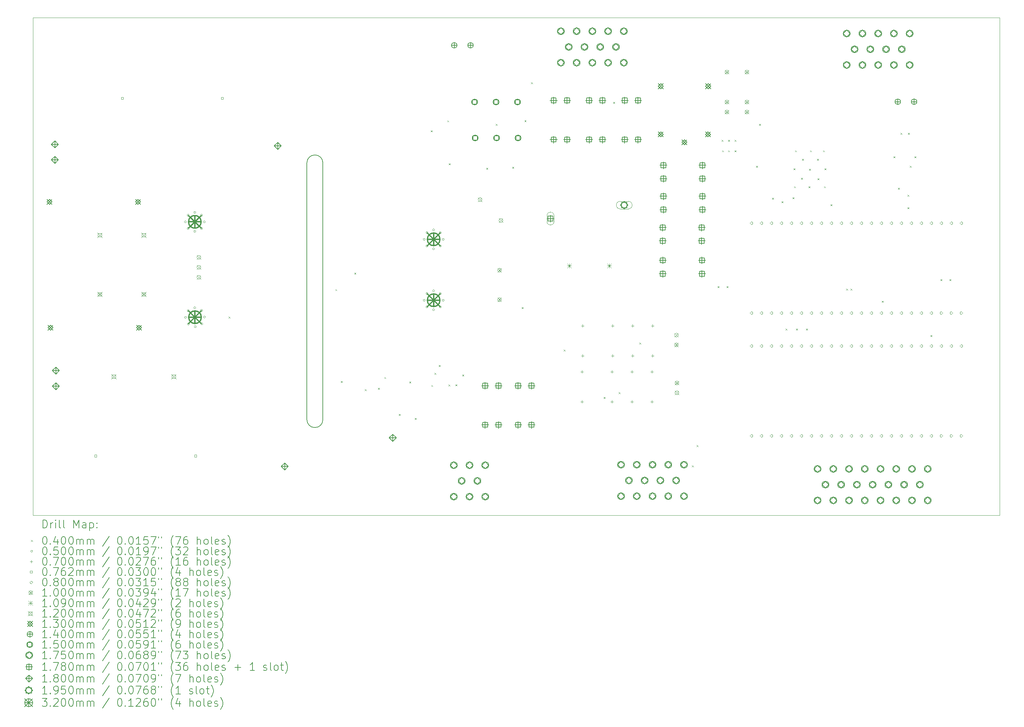
<source format=gbr>
%TF.GenerationSoftware,KiCad,Pcbnew,8.0.5*%
%TF.CreationDate,2025-04-14T13:42:12-04:00*%
%TF.ProjectId,Big Daddy,42696720-4461-4646-9479-2e6b69636164,rev?*%
%TF.SameCoordinates,Original*%
%TF.FileFunction,Drillmap*%
%TF.FilePolarity,Positive*%
%FSLAX45Y45*%
G04 Gerber Fmt 4.5, Leading zero omitted, Abs format (unit mm)*
G04 Created by KiCad (PCBNEW 8.0.5) date 2025-04-14 13:42:12*
%MOMM*%
%LPD*%
G01*
G04 APERTURE LIST*
%ADD10C,0.100000*%
%ADD11C,0.200000*%
%ADD12C,0.109000*%
%ADD13C,0.120000*%
%ADD14C,0.130000*%
%ADD15C,0.140000*%
%ADD16C,0.150000*%
%ADD17C,0.175000*%
%ADD18C,0.178000*%
%ADD19C,0.180000*%
%ADD20C,0.195000*%
%ADD21C,0.320000*%
G04 APERTURE END LIST*
D10*
X6300000Y-6075000D02*
X30870000Y-6075000D01*
X30870000Y-18740000D01*
X6300000Y-18740000D01*
X6300000Y-6075000D01*
D11*
X13671300Y-16304795D02*
G75*
G02*
X13471300Y-16504800I-200000J-5D01*
G01*
X13264900Y-16304795D02*
X13264900Y-9770596D01*
X13671300Y-9770596D02*
X13671300Y-16304795D01*
X13464900Y-16504795D02*
G75*
G02*
X13264904Y-16304795I0J199996D01*
G01*
X13471300Y-9570595D02*
G75*
G02*
X13671305Y-9770596I0J-200005D01*
G01*
X13264900Y-9770596D02*
G75*
G02*
X13464900Y-9570600I200000J-5D01*
G01*
X13464900Y-9570595D02*
X13471300Y-9570595D01*
X13471300Y-16504796D02*
X13464900Y-16504795D01*
D10*
X11275990Y-13680590D02*
X11315990Y-13720590D01*
X11315990Y-13680590D02*
X11275990Y-13720590D01*
X13988100Y-12984800D02*
X14028100Y-13024800D01*
X14028100Y-12984800D02*
X13988100Y-13024800D01*
X14127800Y-15321600D02*
X14167800Y-15361600D01*
X14167800Y-15321600D02*
X14127800Y-15361600D01*
X14470700Y-12565700D02*
X14510700Y-12605700D01*
X14510700Y-12565700D02*
X14470700Y-12605700D01*
X14737400Y-15530150D02*
X14777400Y-15570150D01*
X14777400Y-15530150D02*
X14737400Y-15570150D01*
X15072900Y-15494100D02*
X15112900Y-15534100D01*
X15112900Y-15494100D02*
X15072900Y-15534100D01*
X15232700Y-15220000D02*
X15272700Y-15260000D01*
X15272700Y-15220000D02*
X15232700Y-15260000D01*
X15601000Y-16158950D02*
X15641000Y-16198950D01*
X15641000Y-16158950D02*
X15601000Y-16198950D01*
X15867700Y-15334300D02*
X15907700Y-15374300D01*
X15907700Y-15334300D02*
X15867700Y-15374300D01*
X16007400Y-16261400D02*
X16047400Y-16301400D01*
X16047400Y-16261400D02*
X16007400Y-16301400D01*
X16413800Y-8946200D02*
X16453800Y-8986200D01*
X16453800Y-8946200D02*
X16413800Y-8986200D01*
X16426500Y-15423200D02*
X16466500Y-15463200D01*
X16466500Y-15423200D02*
X16426500Y-15463200D01*
X16507023Y-15112394D02*
X16547023Y-15152394D01*
X16547023Y-15112394D02*
X16507023Y-15152394D01*
X16617000Y-14915200D02*
X16657000Y-14955200D01*
X16657000Y-14915200D02*
X16617000Y-14955200D01*
X16832900Y-8692200D02*
X16872900Y-8732200D01*
X16872900Y-8692200D02*
X16832900Y-8732200D01*
X16863800Y-15408611D02*
X16903800Y-15448611D01*
X16903800Y-15408611D02*
X16863800Y-15448611D01*
X16871000Y-9784400D02*
X16911000Y-9824400D01*
X16911000Y-9784400D02*
X16871000Y-9824400D01*
X17041600Y-15406202D02*
X17081600Y-15446202D01*
X17081600Y-15406202D02*
X17041600Y-15446202D01*
X17213900Y-15156500D02*
X17253900Y-15196500D01*
X17253900Y-15156500D02*
X17213900Y-15196500D01*
X17823500Y-9898700D02*
X17863500Y-9938700D01*
X17863500Y-9898700D02*
X17823500Y-9938700D01*
X18064800Y-8781100D02*
X18104800Y-8821100D01*
X18104800Y-8781100D02*
X18064800Y-8821100D01*
X18483900Y-9873300D02*
X18523900Y-9913300D01*
X18523900Y-9873300D02*
X18483900Y-9913300D01*
X18725200Y-13442000D02*
X18765200Y-13482000D01*
X18765200Y-13442000D02*
X18725200Y-13482000D01*
X18798200Y-8685600D02*
X18838200Y-8725600D01*
X18838200Y-8685600D02*
X18798200Y-8725600D01*
X18961748Y-7719650D02*
X19001748Y-7759650D01*
X19001748Y-7719650D02*
X18961748Y-7759650D01*
X19792000Y-14521500D02*
X19832000Y-14561500D01*
X19832000Y-14521500D02*
X19792000Y-14561500D01*
X20808000Y-15728000D02*
X20848000Y-15768000D01*
X20848000Y-15728000D02*
X20808000Y-15768000D01*
X21050200Y-8221400D02*
X21090200Y-8261400D01*
X21090200Y-8221400D02*
X21050200Y-8261400D01*
X21192000Y-15604000D02*
X21232000Y-15644000D01*
X21232000Y-15604000D02*
X21192000Y-15644000D01*
X21712050Y-14341350D02*
X21752050Y-14381350D01*
X21752050Y-14341350D02*
X21712050Y-14381350D01*
X23050000Y-17465000D02*
X23090000Y-17505000D01*
X23090000Y-17465000D02*
X23050000Y-17505000D01*
X23170000Y-16950000D02*
X23210000Y-16990000D01*
X23210000Y-16950000D02*
X23170000Y-16990000D01*
X23703600Y-12908600D02*
X23743600Y-12948600D01*
X23743600Y-12908600D02*
X23703600Y-12948600D01*
X23805200Y-9187500D02*
X23845200Y-9227500D01*
X23845200Y-9187500D02*
X23805200Y-9227500D01*
X23817900Y-9454200D02*
X23857900Y-9494200D01*
X23857900Y-9454200D02*
X23817900Y-9494200D01*
X23932200Y-12908600D02*
X23972200Y-12948600D01*
X23972200Y-12908600D02*
X23932200Y-12948600D01*
X23970300Y-9187500D02*
X24010300Y-9227500D01*
X24010300Y-9187500D02*
X23970300Y-9227500D01*
X23970300Y-9454200D02*
X24010300Y-9494200D01*
X24010300Y-9454200D02*
X23970300Y-9494200D01*
X24135400Y-9187500D02*
X24175400Y-9227500D01*
X24175400Y-9187500D02*
X24135400Y-9227500D01*
X24135400Y-9454200D02*
X24175400Y-9494200D01*
X24175400Y-9454200D02*
X24135400Y-9494200D01*
X24681500Y-9847900D02*
X24721500Y-9887900D01*
X24721500Y-9847900D02*
X24681500Y-9887900D01*
X24757700Y-8781100D02*
X24797700Y-8821100D01*
X24797700Y-8781100D02*
X24757700Y-8821100D01*
X25087900Y-10660700D02*
X25127900Y-10700700D01*
X25127900Y-10660700D02*
X25087900Y-10700700D01*
X25329200Y-10749600D02*
X25369200Y-10789600D01*
X25369200Y-10749600D02*
X25329200Y-10789600D01*
X25430800Y-13990450D02*
X25470800Y-14030450D01*
X25470800Y-13990450D02*
X25430800Y-14030450D01*
X25608600Y-10648000D02*
X25648600Y-10688000D01*
X25648600Y-10648000D02*
X25608600Y-10688000D01*
X25634000Y-9911400D02*
X25674000Y-9951400D01*
X25674000Y-9911400D02*
X25634000Y-9951400D01*
X25646700Y-10368600D02*
X25686700Y-10408600D01*
X25686700Y-10368600D02*
X25646700Y-10408600D01*
X25672100Y-9454200D02*
X25712100Y-9494200D01*
X25712100Y-9454200D02*
X25672100Y-9494200D01*
X25697500Y-13990450D02*
X25737500Y-14030450D01*
X25737500Y-13990450D02*
X25697500Y-14030450D01*
X25824500Y-10152700D02*
X25864500Y-10192700D01*
X25864500Y-10152700D02*
X25824500Y-10192700D01*
X25849900Y-9670100D02*
X25889900Y-9710100D01*
X25889900Y-9670100D02*
X25849900Y-9710100D01*
X25951500Y-13990450D02*
X25991500Y-14030450D01*
X25991500Y-13990450D02*
X25951500Y-14030450D01*
X26015000Y-10368600D02*
X26055000Y-10408600D01*
X26055000Y-10368600D02*
X26015000Y-10408600D01*
X26027700Y-9924100D02*
X26067700Y-9964100D01*
X26067700Y-9924100D02*
X26027700Y-9964100D01*
X26053100Y-9454200D02*
X26093100Y-9494200D01*
X26093100Y-9454200D02*
X26053100Y-9494200D01*
X26230900Y-9670100D02*
X26270900Y-9710100D01*
X26270900Y-9670100D02*
X26230900Y-9710100D01*
X26243600Y-10165400D02*
X26283600Y-10205400D01*
X26283600Y-10165400D02*
X26243600Y-10205400D01*
X26383300Y-9454200D02*
X26423300Y-9494200D01*
X26423300Y-9454200D02*
X26383300Y-9494200D01*
X26408700Y-10368600D02*
X26448700Y-10408600D01*
X26448700Y-10368600D02*
X26408700Y-10408600D01*
X26421400Y-9911400D02*
X26461400Y-9951400D01*
X26461400Y-9911400D02*
X26421400Y-9951400D01*
X26573800Y-10825800D02*
X26613800Y-10865800D01*
X26613800Y-10825800D02*
X26573800Y-10865800D01*
X26974720Y-12972370D02*
X27014720Y-13012370D01*
X27014720Y-12972370D02*
X26974720Y-13012370D01*
X27081800Y-12972370D02*
X27121800Y-13012370D01*
X27121800Y-12972370D02*
X27081800Y-13012370D01*
X27880000Y-13280000D02*
X27920000Y-13320000D01*
X27920000Y-13280000D02*
X27880000Y-13320000D01*
X28174000Y-9606600D02*
X28214000Y-9646600D01*
X28214000Y-9606600D02*
X28174000Y-9646600D01*
X28288300Y-10406700D02*
X28328300Y-10446700D01*
X28328300Y-10406700D02*
X28288300Y-10446700D01*
X28351800Y-9009700D02*
X28391800Y-9049700D01*
X28391800Y-9009700D02*
X28351800Y-9049700D01*
X28529600Y-10584500D02*
X28569600Y-10624500D01*
X28569600Y-10584500D02*
X28529600Y-10624500D01*
X28529600Y-10902000D02*
X28569600Y-10942000D01*
X28569600Y-10902000D02*
X28529600Y-10942000D01*
X28542300Y-9009700D02*
X28582300Y-9049700D01*
X28582300Y-9009700D02*
X28542300Y-9049700D01*
X28591340Y-9846140D02*
X28631340Y-9886140D01*
X28631340Y-9846140D02*
X28591340Y-9886140D01*
X28707400Y-9606600D02*
X28747400Y-9646600D01*
X28747400Y-9606600D02*
X28707400Y-9646600D01*
X29113800Y-14153200D02*
X29153800Y-14193200D01*
X29153800Y-14153200D02*
X29113800Y-14193200D01*
X29367800Y-12730800D02*
X29407800Y-12770800D01*
X29407800Y-12730800D02*
X29367800Y-12770800D01*
X29596400Y-12730800D02*
X29636400Y-12770800D01*
X29636400Y-12730800D02*
X29596400Y-12770800D01*
X10200610Y-11272190D02*
G75*
G02*
X10150610Y-11272190I-25000J0D01*
G01*
X10150610Y-11272190D02*
G75*
G02*
X10200610Y-11272190I25000J0D01*
G01*
X10205182Y-13702462D02*
G75*
G02*
X10155182Y-13702462I-25000J0D01*
G01*
X10155182Y-13702462D02*
G75*
G02*
X10205182Y-13702462I25000J0D01*
G01*
X10271285Y-11101565D02*
G75*
G02*
X10221285Y-11101565I-25000J0D01*
G01*
X10221285Y-11101565D02*
G75*
G02*
X10271285Y-11101565I25000J0D01*
G01*
X10271285Y-11442815D02*
G75*
G02*
X10221285Y-11442815I-25000J0D01*
G01*
X10221285Y-11442815D02*
G75*
G02*
X10271285Y-11442815I25000J0D01*
G01*
X10272624Y-13530498D02*
G75*
G02*
X10222624Y-13530498I-25000J0D01*
G01*
X10222624Y-13530498D02*
G75*
G02*
X10272624Y-13530498I25000J0D01*
G01*
X10279090Y-13871748D02*
G75*
G02*
X10229090Y-13871748I-25000J0D01*
G01*
X10229090Y-13871748D02*
G75*
G02*
X10279090Y-13871748I25000J0D01*
G01*
X10441910Y-11030890D02*
G75*
G02*
X10391910Y-11030890I-25000J0D01*
G01*
X10391910Y-11030890D02*
G75*
G02*
X10441910Y-11030890I25000J0D01*
G01*
X10441910Y-11513490D02*
G75*
G02*
X10391910Y-11513490I-25000J0D01*
G01*
X10391910Y-11513490D02*
G75*
G02*
X10441910Y-11513490I25000J0D01*
G01*
X10441910Y-13456590D02*
G75*
G02*
X10391910Y-13456590I-25000J0D01*
G01*
X10391910Y-13456590D02*
G75*
G02*
X10441910Y-13456590I25000J0D01*
G01*
X10451054Y-13939190D02*
G75*
G02*
X10401054Y-13939190I-25000J0D01*
G01*
X10401054Y-13939190D02*
G75*
G02*
X10451054Y-13939190I25000J0D01*
G01*
X10612535Y-11101565D02*
G75*
G02*
X10562535Y-11101565I-25000J0D01*
G01*
X10562535Y-11101565D02*
G75*
G02*
X10612535Y-11101565I25000J0D01*
G01*
X10612535Y-11442815D02*
G75*
G02*
X10562535Y-11442815I-25000J0D01*
G01*
X10562535Y-11442815D02*
G75*
G02*
X10612535Y-11442815I25000J0D01*
G01*
X10613874Y-13524032D02*
G75*
G02*
X10563874Y-13524032I-25000J0D01*
G01*
X10563874Y-13524032D02*
G75*
G02*
X10613874Y-13524032I25000J0D01*
G01*
X10620340Y-13865282D02*
G75*
G02*
X10570340Y-13865282I-25000J0D01*
G01*
X10570340Y-13865282D02*
G75*
G02*
X10620340Y-13865282I25000J0D01*
G01*
X10683210Y-11272190D02*
G75*
G02*
X10633210Y-11272190I-25000J0D01*
G01*
X10633210Y-11272190D02*
G75*
G02*
X10683210Y-11272190I25000J0D01*
G01*
X10687782Y-13693318D02*
G75*
G02*
X10637782Y-13693318I-25000J0D01*
G01*
X10637782Y-13693318D02*
G75*
G02*
X10687782Y-13693318I25000J0D01*
G01*
X16271210Y-11716690D02*
G75*
G02*
X16221210Y-11716690I-25000J0D01*
G01*
X16221210Y-11716690D02*
G75*
G02*
X16271210Y-11716690I25000J0D01*
G01*
X16271210Y-13266090D02*
G75*
G02*
X16221210Y-13266090I-25000J0D01*
G01*
X16221210Y-13266090D02*
G75*
G02*
X16271210Y-13266090I25000J0D01*
G01*
X16341885Y-11546065D02*
G75*
G02*
X16291885Y-11546065I-25000J0D01*
G01*
X16291885Y-11546065D02*
G75*
G02*
X16341885Y-11546065I25000J0D01*
G01*
X16341885Y-11887315D02*
G75*
G02*
X16291885Y-11887315I-25000J0D01*
G01*
X16291885Y-11887315D02*
G75*
G02*
X16341885Y-11887315I25000J0D01*
G01*
X16341885Y-13095465D02*
G75*
G02*
X16291885Y-13095465I-25000J0D01*
G01*
X16291885Y-13095465D02*
G75*
G02*
X16341885Y-13095465I25000J0D01*
G01*
X16341885Y-13436715D02*
G75*
G02*
X16291885Y-13436715I-25000J0D01*
G01*
X16291885Y-13436715D02*
G75*
G02*
X16341885Y-13436715I25000J0D01*
G01*
X16512510Y-11475390D02*
G75*
G02*
X16462510Y-11475390I-25000J0D01*
G01*
X16462510Y-11475390D02*
G75*
G02*
X16512510Y-11475390I25000J0D01*
G01*
X16512510Y-11957990D02*
G75*
G02*
X16462510Y-11957990I-25000J0D01*
G01*
X16462510Y-11957990D02*
G75*
G02*
X16512510Y-11957990I25000J0D01*
G01*
X16512510Y-13024790D02*
G75*
G02*
X16462510Y-13024790I-25000J0D01*
G01*
X16462510Y-13024790D02*
G75*
G02*
X16512510Y-13024790I25000J0D01*
G01*
X16512510Y-13507390D02*
G75*
G02*
X16462510Y-13507390I-25000J0D01*
G01*
X16462510Y-13507390D02*
G75*
G02*
X16512510Y-13507390I25000J0D01*
G01*
X16683135Y-11546065D02*
G75*
G02*
X16633135Y-11546065I-25000J0D01*
G01*
X16633135Y-11546065D02*
G75*
G02*
X16683135Y-11546065I25000J0D01*
G01*
X16683135Y-11887315D02*
G75*
G02*
X16633135Y-11887315I-25000J0D01*
G01*
X16633135Y-11887315D02*
G75*
G02*
X16683135Y-11887315I25000J0D01*
G01*
X16683135Y-13095465D02*
G75*
G02*
X16633135Y-13095465I-25000J0D01*
G01*
X16633135Y-13095465D02*
G75*
G02*
X16683135Y-13095465I25000J0D01*
G01*
X16683135Y-13436715D02*
G75*
G02*
X16633135Y-13436715I-25000J0D01*
G01*
X16633135Y-13436715D02*
G75*
G02*
X16683135Y-13436715I25000J0D01*
G01*
X16753810Y-11716690D02*
G75*
G02*
X16703810Y-11716690I-25000J0D01*
G01*
X16703810Y-11716690D02*
G75*
G02*
X16753810Y-11716690I25000J0D01*
G01*
X16753810Y-13266090D02*
G75*
G02*
X16703810Y-13266090I-25000J0D01*
G01*
X16703810Y-13266090D02*
G75*
G02*
X16753810Y-13266090I25000J0D01*
G01*
X20257400Y-15047850D02*
X20257400Y-15117850D01*
X20222400Y-15082850D02*
X20292400Y-15082850D01*
X20257400Y-15809850D02*
X20257400Y-15879850D01*
X20222400Y-15844850D02*
X20292400Y-15844850D01*
X20272450Y-13879450D02*
X20272450Y-13949450D01*
X20237450Y-13914450D02*
X20307450Y-13914450D01*
X20272450Y-14641450D02*
X20272450Y-14711450D01*
X20237450Y-14676450D02*
X20307450Y-14676450D01*
X21019400Y-15047850D02*
X21019400Y-15117850D01*
X20984400Y-15082850D02*
X21054400Y-15082850D01*
X21019400Y-15809850D02*
X21019400Y-15879850D01*
X20984400Y-15844850D02*
X21054400Y-15844850D01*
X21034450Y-13879450D02*
X21034450Y-13949450D01*
X20999450Y-13914450D02*
X21069450Y-13914450D01*
X21034450Y-14641450D02*
X21034450Y-14711450D01*
X20999450Y-14676450D02*
X21069450Y-14676450D01*
X21527400Y-15047850D02*
X21527400Y-15117850D01*
X21492400Y-15082850D02*
X21562400Y-15082850D01*
X21527400Y-15809850D02*
X21527400Y-15879850D01*
X21492400Y-15844850D02*
X21562400Y-15844850D01*
X21542450Y-13879450D02*
X21542450Y-13949450D01*
X21507450Y-13914450D02*
X21577450Y-13914450D01*
X21542450Y-14641450D02*
X21542450Y-14711450D01*
X21507450Y-14676450D02*
X21577450Y-14676450D01*
X22035400Y-15047850D02*
X22035400Y-15117850D01*
X22000400Y-15082850D02*
X22070400Y-15082850D01*
X22035400Y-15809850D02*
X22035400Y-15879850D01*
X22000400Y-15844850D02*
X22070400Y-15844850D01*
X22050450Y-13879450D02*
X22050450Y-13949450D01*
X22015450Y-13914450D02*
X22085450Y-13914450D01*
X22050450Y-14641450D02*
X22050450Y-14711450D01*
X22015450Y-14676450D02*
X22085450Y-14676450D01*
X7921941Y-17251941D02*
X7921941Y-17198059D01*
X7868059Y-17198059D01*
X7868059Y-17251941D01*
X7921941Y-17251941D01*
X8596941Y-8151941D02*
X8596941Y-8098059D01*
X8543059Y-8098059D01*
X8543059Y-8151941D01*
X8596941Y-8151941D01*
X10461941Y-17251941D02*
X10461941Y-17198059D01*
X10408059Y-17198059D01*
X10408059Y-17251941D01*
X10461941Y-17251941D01*
X11136941Y-8151941D02*
X11136941Y-8098059D01*
X11083059Y-8098059D01*
X11083059Y-8151941D01*
X11136941Y-8151941D01*
X24561800Y-11343000D02*
X24601800Y-11303000D01*
X24561800Y-11263000D01*
X24521800Y-11303000D01*
X24561800Y-11343000D01*
X24561800Y-13629000D02*
X24601800Y-13589000D01*
X24561800Y-13549000D01*
X24521800Y-13589000D01*
X24561800Y-13629000D01*
X24561800Y-14467200D02*
X24601800Y-14427200D01*
X24561800Y-14387200D01*
X24521800Y-14427200D01*
X24561800Y-14467200D01*
X24561800Y-16753200D02*
X24601800Y-16713200D01*
X24561800Y-16673200D01*
X24521800Y-16713200D01*
X24561800Y-16753200D01*
X24815800Y-11343000D02*
X24855800Y-11303000D01*
X24815800Y-11263000D01*
X24775800Y-11303000D01*
X24815800Y-11343000D01*
X24815800Y-13629000D02*
X24855800Y-13589000D01*
X24815800Y-13549000D01*
X24775800Y-13589000D01*
X24815800Y-13629000D01*
X24815800Y-14467200D02*
X24855800Y-14427200D01*
X24815800Y-14387200D01*
X24775800Y-14427200D01*
X24815800Y-14467200D01*
X24815800Y-16753200D02*
X24855800Y-16713200D01*
X24815800Y-16673200D01*
X24775800Y-16713200D01*
X24815800Y-16753200D01*
X25069800Y-11343000D02*
X25109800Y-11303000D01*
X25069800Y-11263000D01*
X25029800Y-11303000D01*
X25069800Y-11343000D01*
X25069800Y-13629000D02*
X25109800Y-13589000D01*
X25069800Y-13549000D01*
X25029800Y-13589000D01*
X25069800Y-13629000D01*
X25069800Y-14467200D02*
X25109800Y-14427200D01*
X25069800Y-14387200D01*
X25029800Y-14427200D01*
X25069800Y-14467200D01*
X25069800Y-16753200D02*
X25109800Y-16713200D01*
X25069800Y-16673200D01*
X25029800Y-16713200D01*
X25069800Y-16753200D01*
X25323800Y-11343000D02*
X25363800Y-11303000D01*
X25323800Y-11263000D01*
X25283800Y-11303000D01*
X25323800Y-11343000D01*
X25323800Y-13629000D02*
X25363800Y-13589000D01*
X25323800Y-13549000D01*
X25283800Y-13589000D01*
X25323800Y-13629000D01*
X25323800Y-14467200D02*
X25363800Y-14427200D01*
X25323800Y-14387200D01*
X25283800Y-14427200D01*
X25323800Y-14467200D01*
X25323800Y-16753200D02*
X25363800Y-16713200D01*
X25323800Y-16673200D01*
X25283800Y-16713200D01*
X25323800Y-16753200D01*
X25577800Y-11343000D02*
X25617800Y-11303000D01*
X25577800Y-11263000D01*
X25537800Y-11303000D01*
X25577800Y-11343000D01*
X25577800Y-13629000D02*
X25617800Y-13589000D01*
X25577800Y-13549000D01*
X25537800Y-13589000D01*
X25577800Y-13629000D01*
X25577800Y-14467200D02*
X25617800Y-14427200D01*
X25577800Y-14387200D01*
X25537800Y-14427200D01*
X25577800Y-14467200D01*
X25577800Y-16753200D02*
X25617800Y-16713200D01*
X25577800Y-16673200D01*
X25537800Y-16713200D01*
X25577800Y-16753200D01*
X25831800Y-11343000D02*
X25871800Y-11303000D01*
X25831800Y-11263000D01*
X25791800Y-11303000D01*
X25831800Y-11343000D01*
X25831800Y-13629000D02*
X25871800Y-13589000D01*
X25831800Y-13549000D01*
X25791800Y-13589000D01*
X25831800Y-13629000D01*
X25831800Y-14467200D02*
X25871800Y-14427200D01*
X25831800Y-14387200D01*
X25791800Y-14427200D01*
X25831800Y-14467200D01*
X25831800Y-16753200D02*
X25871800Y-16713200D01*
X25831800Y-16673200D01*
X25791800Y-16713200D01*
X25831800Y-16753200D01*
X26085800Y-11343000D02*
X26125800Y-11303000D01*
X26085800Y-11263000D01*
X26045800Y-11303000D01*
X26085800Y-11343000D01*
X26085800Y-13629000D02*
X26125800Y-13589000D01*
X26085800Y-13549000D01*
X26045800Y-13589000D01*
X26085800Y-13629000D01*
X26085800Y-14467200D02*
X26125800Y-14427200D01*
X26085800Y-14387200D01*
X26045800Y-14427200D01*
X26085800Y-14467200D01*
X26085800Y-16753200D02*
X26125800Y-16713200D01*
X26085800Y-16673200D01*
X26045800Y-16713200D01*
X26085800Y-16753200D01*
X26339800Y-11343000D02*
X26379800Y-11303000D01*
X26339800Y-11263000D01*
X26299800Y-11303000D01*
X26339800Y-11343000D01*
X26339800Y-13629000D02*
X26379800Y-13589000D01*
X26339800Y-13549000D01*
X26299800Y-13589000D01*
X26339800Y-13629000D01*
X26339800Y-14467200D02*
X26379800Y-14427200D01*
X26339800Y-14387200D01*
X26299800Y-14427200D01*
X26339800Y-14467200D01*
X26339800Y-16753200D02*
X26379800Y-16713200D01*
X26339800Y-16673200D01*
X26299800Y-16713200D01*
X26339800Y-16753200D01*
X26593800Y-11343000D02*
X26633800Y-11303000D01*
X26593800Y-11263000D01*
X26553800Y-11303000D01*
X26593800Y-11343000D01*
X26593800Y-13629000D02*
X26633800Y-13589000D01*
X26593800Y-13549000D01*
X26553800Y-13589000D01*
X26593800Y-13629000D01*
X26593800Y-14467200D02*
X26633800Y-14427200D01*
X26593800Y-14387200D01*
X26553800Y-14427200D01*
X26593800Y-14467200D01*
X26593800Y-16753200D02*
X26633800Y-16713200D01*
X26593800Y-16673200D01*
X26553800Y-16713200D01*
X26593800Y-16753200D01*
X26847800Y-11343000D02*
X26887800Y-11303000D01*
X26847800Y-11263000D01*
X26807800Y-11303000D01*
X26847800Y-11343000D01*
X26847800Y-13629000D02*
X26887800Y-13589000D01*
X26847800Y-13549000D01*
X26807800Y-13589000D01*
X26847800Y-13629000D01*
X26847800Y-14467200D02*
X26887800Y-14427200D01*
X26847800Y-14387200D01*
X26807800Y-14427200D01*
X26847800Y-14467200D01*
X26847800Y-16753200D02*
X26887800Y-16713200D01*
X26847800Y-16673200D01*
X26807800Y-16713200D01*
X26847800Y-16753200D01*
X27101800Y-11343000D02*
X27141800Y-11303000D01*
X27101800Y-11263000D01*
X27061800Y-11303000D01*
X27101800Y-11343000D01*
X27101800Y-13629000D02*
X27141800Y-13589000D01*
X27101800Y-13549000D01*
X27061800Y-13589000D01*
X27101800Y-13629000D01*
X27101800Y-14467200D02*
X27141800Y-14427200D01*
X27101800Y-14387200D01*
X27061800Y-14427200D01*
X27101800Y-14467200D01*
X27101800Y-16753200D02*
X27141800Y-16713200D01*
X27101800Y-16673200D01*
X27061800Y-16713200D01*
X27101800Y-16753200D01*
X27355800Y-11343000D02*
X27395800Y-11303000D01*
X27355800Y-11263000D01*
X27315800Y-11303000D01*
X27355800Y-11343000D01*
X27355800Y-13629000D02*
X27395800Y-13589000D01*
X27355800Y-13549000D01*
X27315800Y-13589000D01*
X27355800Y-13629000D01*
X27355800Y-14467200D02*
X27395800Y-14427200D01*
X27355800Y-14387200D01*
X27315800Y-14427200D01*
X27355800Y-14467200D01*
X27355800Y-16753200D02*
X27395800Y-16713200D01*
X27355800Y-16673200D01*
X27315800Y-16713200D01*
X27355800Y-16753200D01*
X27609800Y-11343000D02*
X27649800Y-11303000D01*
X27609800Y-11263000D01*
X27569800Y-11303000D01*
X27609800Y-11343000D01*
X27609800Y-13629000D02*
X27649800Y-13589000D01*
X27609800Y-13549000D01*
X27569800Y-13589000D01*
X27609800Y-13629000D01*
X27609800Y-14467200D02*
X27649800Y-14427200D01*
X27609800Y-14387200D01*
X27569800Y-14427200D01*
X27609800Y-14467200D01*
X27609800Y-16753200D02*
X27649800Y-16713200D01*
X27609800Y-16673200D01*
X27569800Y-16713200D01*
X27609800Y-16753200D01*
X27863800Y-11343000D02*
X27903800Y-11303000D01*
X27863800Y-11263000D01*
X27823800Y-11303000D01*
X27863800Y-11343000D01*
X27863800Y-13629000D02*
X27903800Y-13589000D01*
X27863800Y-13549000D01*
X27823800Y-13589000D01*
X27863800Y-13629000D01*
X27863800Y-14467200D02*
X27903800Y-14427200D01*
X27863800Y-14387200D01*
X27823800Y-14427200D01*
X27863800Y-14467200D01*
X27863800Y-16753200D02*
X27903800Y-16713200D01*
X27863800Y-16673200D01*
X27823800Y-16713200D01*
X27863800Y-16753200D01*
X28117800Y-11343000D02*
X28157800Y-11303000D01*
X28117800Y-11263000D01*
X28077800Y-11303000D01*
X28117800Y-11343000D01*
X28117800Y-13629000D02*
X28157800Y-13589000D01*
X28117800Y-13549000D01*
X28077800Y-13589000D01*
X28117800Y-13629000D01*
X28117800Y-14467200D02*
X28157800Y-14427200D01*
X28117800Y-14387200D01*
X28077800Y-14427200D01*
X28117800Y-14467200D01*
X28117800Y-16753200D02*
X28157800Y-16713200D01*
X28117800Y-16673200D01*
X28077800Y-16713200D01*
X28117800Y-16753200D01*
X28371800Y-11343000D02*
X28411800Y-11303000D01*
X28371800Y-11263000D01*
X28331800Y-11303000D01*
X28371800Y-11343000D01*
X28371800Y-13629000D02*
X28411800Y-13589000D01*
X28371800Y-13549000D01*
X28331800Y-13589000D01*
X28371800Y-13629000D01*
X28371800Y-14467200D02*
X28411800Y-14427200D01*
X28371800Y-14387200D01*
X28331800Y-14427200D01*
X28371800Y-14467200D01*
X28371800Y-16753200D02*
X28411800Y-16713200D01*
X28371800Y-16673200D01*
X28331800Y-16713200D01*
X28371800Y-16753200D01*
X28625800Y-11343000D02*
X28665800Y-11303000D01*
X28625800Y-11263000D01*
X28585800Y-11303000D01*
X28625800Y-11343000D01*
X28625800Y-13629000D02*
X28665800Y-13589000D01*
X28625800Y-13549000D01*
X28585800Y-13589000D01*
X28625800Y-13629000D01*
X28625800Y-14467200D02*
X28665800Y-14427200D01*
X28625800Y-14387200D01*
X28585800Y-14427200D01*
X28625800Y-14467200D01*
X28625800Y-16753200D02*
X28665800Y-16713200D01*
X28625800Y-16673200D01*
X28585800Y-16713200D01*
X28625800Y-16753200D01*
X28879800Y-11343000D02*
X28919800Y-11303000D01*
X28879800Y-11263000D01*
X28839800Y-11303000D01*
X28879800Y-11343000D01*
X28879800Y-13629000D02*
X28919800Y-13589000D01*
X28879800Y-13549000D01*
X28839800Y-13589000D01*
X28879800Y-13629000D01*
X28879800Y-14467200D02*
X28919800Y-14427200D01*
X28879800Y-14387200D01*
X28839800Y-14427200D01*
X28879800Y-14467200D01*
X28879800Y-16753200D02*
X28919800Y-16713200D01*
X28879800Y-16673200D01*
X28839800Y-16713200D01*
X28879800Y-16753200D01*
X29133800Y-11343000D02*
X29173800Y-11303000D01*
X29133800Y-11263000D01*
X29093800Y-11303000D01*
X29133800Y-11343000D01*
X29133800Y-13629000D02*
X29173800Y-13589000D01*
X29133800Y-13549000D01*
X29093800Y-13589000D01*
X29133800Y-13629000D01*
X29133800Y-14467200D02*
X29173800Y-14427200D01*
X29133800Y-14387200D01*
X29093800Y-14427200D01*
X29133800Y-14467200D01*
X29133800Y-16753200D02*
X29173800Y-16713200D01*
X29133800Y-16673200D01*
X29093800Y-16713200D01*
X29133800Y-16753200D01*
X29387528Y-13629368D02*
X29427528Y-13589368D01*
X29387528Y-13549368D01*
X29347528Y-13589368D01*
X29387528Y-13629368D01*
X29387528Y-16753568D02*
X29427528Y-16713568D01*
X29387528Y-16673568D01*
X29347528Y-16713568D01*
X29387528Y-16753568D01*
X29387800Y-11343000D02*
X29427800Y-11303000D01*
X29387800Y-11263000D01*
X29347800Y-11303000D01*
X29387800Y-11343000D01*
X29387800Y-14467200D02*
X29427800Y-14427200D01*
X29387800Y-14387200D01*
X29347800Y-14427200D01*
X29387800Y-14467200D01*
X29641528Y-13629368D02*
X29681528Y-13589368D01*
X29641528Y-13549368D01*
X29601528Y-13589368D01*
X29641528Y-13629368D01*
X29641528Y-16753568D02*
X29681528Y-16713568D01*
X29641528Y-16673568D01*
X29601528Y-16713568D01*
X29641528Y-16753568D01*
X29641800Y-11343000D02*
X29681800Y-11303000D01*
X29641800Y-11263000D01*
X29601800Y-11303000D01*
X29641800Y-11343000D01*
X29641800Y-14467200D02*
X29681800Y-14427200D01*
X29641800Y-14387200D01*
X29601800Y-14427200D01*
X29641800Y-14467200D01*
X29895528Y-13629368D02*
X29935528Y-13589368D01*
X29895528Y-13549368D01*
X29855528Y-13589368D01*
X29895528Y-13629368D01*
X29895528Y-16753568D02*
X29935528Y-16713568D01*
X29895528Y-16673568D01*
X29855528Y-16713568D01*
X29895528Y-16753568D01*
X29895800Y-11343000D02*
X29935800Y-11303000D01*
X29895800Y-11263000D01*
X29855800Y-11303000D01*
X29895800Y-11343000D01*
X29895800Y-14467200D02*
X29935800Y-14427200D01*
X29895800Y-14387200D01*
X29855800Y-14427200D01*
X29895800Y-14467200D01*
X10468510Y-12123890D02*
X10568510Y-12223890D01*
X10568510Y-12123890D02*
X10468510Y-12223890D01*
X10568510Y-12173890D02*
G75*
G02*
X10468510Y-12173890I-50000J0D01*
G01*
X10468510Y-12173890D02*
G75*
G02*
X10568510Y-12173890I50000J0D01*
G01*
X10468510Y-12377890D02*
X10568510Y-12477890D01*
X10568510Y-12377890D02*
X10468510Y-12477890D01*
X10568510Y-12427890D02*
G75*
G02*
X10468510Y-12427890I-50000J0D01*
G01*
X10468510Y-12427890D02*
G75*
G02*
X10568510Y-12427890I50000J0D01*
G01*
X10468510Y-12631890D02*
X10568510Y-12731890D01*
X10568510Y-12631890D02*
X10468510Y-12731890D01*
X10568510Y-12681890D02*
G75*
G02*
X10468510Y-12681890I-50000J0D01*
G01*
X10468510Y-12681890D02*
G75*
G02*
X10568510Y-12681890I50000J0D01*
G01*
X17617240Y-10657630D02*
X17717240Y-10757630D01*
X17717240Y-10657630D02*
X17617240Y-10757630D01*
X17717240Y-10707630D02*
G75*
G02*
X17617240Y-10707630I-50000J0D01*
G01*
X17617240Y-10707630D02*
G75*
G02*
X17717240Y-10707630I50000J0D01*
G01*
X18111000Y-12452800D02*
X18211000Y-12552800D01*
X18211000Y-12452800D02*
X18111000Y-12552800D01*
X18211000Y-12502800D02*
G75*
G02*
X18111000Y-12502800I-50000J0D01*
G01*
X18111000Y-12502800D02*
G75*
G02*
X18211000Y-12502800I50000J0D01*
G01*
X18111000Y-13202800D02*
X18211000Y-13302800D01*
X18211000Y-13202800D02*
X18111000Y-13302800D01*
X18211000Y-13252800D02*
G75*
G02*
X18111000Y-13252800I-50000J0D01*
G01*
X18111000Y-13252800D02*
G75*
G02*
X18211000Y-13252800I50000J0D01*
G01*
X18147570Y-11187960D02*
X18247570Y-11287960D01*
X18247570Y-11187960D02*
X18147570Y-11287960D01*
X18247570Y-11237960D02*
G75*
G02*
X18147570Y-11237960I-50000J0D01*
G01*
X18147570Y-11237960D02*
G75*
G02*
X18247570Y-11237960I50000J0D01*
G01*
X22606800Y-14101800D02*
X22706800Y-14201800D01*
X22706800Y-14101800D02*
X22606800Y-14201800D01*
X22706800Y-14151800D02*
G75*
G02*
X22606800Y-14151800I-50000J0D01*
G01*
X22606800Y-14151800D02*
G75*
G02*
X22706800Y-14151800I50000J0D01*
G01*
X22606800Y-14351800D02*
X22706800Y-14451800D01*
X22706800Y-14351800D02*
X22606800Y-14451800D01*
X22706800Y-14401800D02*
G75*
G02*
X22606800Y-14401800I-50000J0D01*
G01*
X22606800Y-14401800D02*
G75*
G02*
X22706800Y-14401800I50000J0D01*
G01*
X22620400Y-15320350D02*
X22720400Y-15420350D01*
X22720400Y-15320350D02*
X22620400Y-15420350D01*
X22720400Y-15370350D02*
G75*
G02*
X22620400Y-15370350I-50000J0D01*
G01*
X22620400Y-15370350D02*
G75*
G02*
X22720400Y-15370350I50000J0D01*
G01*
X22620400Y-15570350D02*
X22720400Y-15670350D01*
X22720400Y-15570350D02*
X22620400Y-15670350D01*
X22720400Y-15620350D02*
G75*
G02*
X22620400Y-15620350I-50000J0D01*
G01*
X22620400Y-15620350D02*
G75*
G02*
X22720400Y-15620350I50000J0D01*
G01*
X23890400Y-7412400D02*
X23990400Y-7512400D01*
X23990400Y-7412400D02*
X23890400Y-7512400D01*
X23990400Y-7462400D02*
G75*
G02*
X23890400Y-7462400I-50000J0D01*
G01*
X23890400Y-7462400D02*
G75*
G02*
X23990400Y-7462400I50000J0D01*
G01*
X23890400Y-8174400D02*
X23990400Y-8274400D01*
X23990400Y-8174400D02*
X23890400Y-8274400D01*
X23990400Y-8224400D02*
G75*
G02*
X23890400Y-8224400I-50000J0D01*
G01*
X23890400Y-8224400D02*
G75*
G02*
X23990400Y-8224400I50000J0D01*
G01*
X23890400Y-8428400D02*
X23990400Y-8528400D01*
X23990400Y-8428400D02*
X23890400Y-8528400D01*
X23990400Y-8478400D02*
G75*
G02*
X23890400Y-8478400I-50000J0D01*
G01*
X23890400Y-8478400D02*
G75*
G02*
X23990400Y-8478400I50000J0D01*
G01*
X24398400Y-7412400D02*
X24498400Y-7512400D01*
X24498400Y-7412400D02*
X24398400Y-7512400D01*
X24498400Y-7462400D02*
G75*
G02*
X24398400Y-7462400I-50000J0D01*
G01*
X24398400Y-7462400D02*
G75*
G02*
X24498400Y-7462400I50000J0D01*
G01*
X24398400Y-8174400D02*
X24498400Y-8274400D01*
X24498400Y-8174400D02*
X24398400Y-8274400D01*
X24498400Y-8224400D02*
G75*
G02*
X24398400Y-8224400I-50000J0D01*
G01*
X24398400Y-8224400D02*
G75*
G02*
X24498400Y-8224400I50000J0D01*
G01*
X24398400Y-8428400D02*
X24498400Y-8528400D01*
X24498400Y-8428400D02*
X24398400Y-8528400D01*
X24498400Y-8478400D02*
G75*
G02*
X24398400Y-8478400I-50000J0D01*
G01*
X24398400Y-8478400D02*
G75*
G02*
X24498400Y-8478400I50000J0D01*
G01*
D12*
X19880060Y-12335310D02*
X19989060Y-12444310D01*
X19989060Y-12335310D02*
X19880060Y-12444310D01*
X19934560Y-12335310D02*
X19934560Y-12444310D01*
X19880060Y-12389810D02*
X19989060Y-12389810D01*
X20896060Y-12335310D02*
X21005060Y-12444310D01*
X21005060Y-12335310D02*
X20896060Y-12444310D01*
X20950560Y-12335310D02*
X20950560Y-12444310D01*
X20896060Y-12389810D02*
X21005060Y-12389810D01*
D13*
X7941000Y-11551200D02*
X8061000Y-11671200D01*
X8061000Y-11551200D02*
X7941000Y-11671200D01*
X8043427Y-11653627D02*
X8043427Y-11568773D01*
X7958573Y-11568773D01*
X7958573Y-11653627D01*
X8043427Y-11653627D01*
X7941000Y-13051200D02*
X8061000Y-13171200D01*
X8061000Y-13051200D02*
X7941000Y-13171200D01*
X8043427Y-13153627D02*
X8043427Y-13068773D01*
X7958573Y-13068773D01*
X7958573Y-13153627D01*
X8043427Y-13153627D01*
X8296600Y-15149400D02*
X8416600Y-15269400D01*
X8416600Y-15149400D02*
X8296600Y-15269400D01*
X8399027Y-15251827D02*
X8399027Y-15166973D01*
X8314173Y-15166973D01*
X8314173Y-15251827D01*
X8399027Y-15251827D01*
X9058600Y-11551200D02*
X9178600Y-11671200D01*
X9178600Y-11551200D02*
X9058600Y-11671200D01*
X9161027Y-11653627D02*
X9161027Y-11568773D01*
X9076173Y-11568773D01*
X9076173Y-11653627D01*
X9161027Y-11653627D01*
X9058600Y-13051200D02*
X9178600Y-13171200D01*
X9178600Y-13051200D02*
X9058600Y-13171200D01*
X9161027Y-13153627D02*
X9161027Y-13068773D01*
X9076173Y-13068773D01*
X9076173Y-13153627D01*
X9161027Y-13153627D01*
X9820600Y-15149400D02*
X9940600Y-15269400D01*
X9940600Y-15149400D02*
X9820600Y-15269400D01*
X9923027Y-15251827D02*
X9923027Y-15166973D01*
X9838173Y-15166973D01*
X9838173Y-15251827D01*
X9923027Y-15251827D01*
D14*
X6658600Y-10699400D02*
X6788600Y-10829400D01*
X6788600Y-10699400D02*
X6658600Y-10829400D01*
X6723600Y-10829400D02*
X6788600Y-10764400D01*
X6723600Y-10699400D01*
X6658600Y-10764400D01*
X6723600Y-10829400D01*
X6684000Y-13899800D02*
X6814000Y-14029800D01*
X6814000Y-13899800D02*
X6684000Y-14029800D01*
X6749000Y-14029800D02*
X6814000Y-13964800D01*
X6749000Y-13899800D01*
X6684000Y-13964800D01*
X6749000Y-14029800D01*
X8908600Y-10699400D02*
X9038600Y-10829400D01*
X9038600Y-10699400D02*
X8908600Y-10829400D01*
X8973600Y-10829400D02*
X9038600Y-10764400D01*
X8973600Y-10699400D01*
X8908600Y-10764400D01*
X8973600Y-10829400D01*
X8934000Y-13899800D02*
X9064000Y-14029800D01*
X9064000Y-13899800D02*
X8934000Y-14029800D01*
X8999000Y-14029800D02*
X9064000Y-13964800D01*
X8999000Y-13899800D01*
X8934000Y-13964800D01*
X8999000Y-14029800D01*
X22195800Y-7758350D02*
X22325800Y-7888350D01*
X22325800Y-7758350D02*
X22195800Y-7888350D01*
X22260800Y-7888350D02*
X22325800Y-7823350D01*
X22260800Y-7758350D01*
X22195800Y-7823350D01*
X22260800Y-7888350D01*
X22195800Y-8983350D02*
X22325800Y-9113350D01*
X22325800Y-8983350D02*
X22195800Y-9113350D01*
X22260800Y-9113350D02*
X22325800Y-9048350D01*
X22260800Y-8983350D01*
X22195800Y-9048350D01*
X22260800Y-9113350D01*
X22795800Y-9183350D02*
X22925800Y-9313350D01*
X22925800Y-9183350D02*
X22795800Y-9313350D01*
X22860800Y-9313350D02*
X22925800Y-9248350D01*
X22860800Y-9183350D01*
X22795800Y-9248350D01*
X22860800Y-9313350D01*
X23395800Y-8983350D02*
X23525800Y-9113350D01*
X23525800Y-8983350D02*
X23395800Y-9113350D01*
X23460800Y-9113350D02*
X23525800Y-9048350D01*
X23460800Y-8983350D01*
X23395800Y-9048350D01*
X23460800Y-9113350D01*
X23401000Y-7758350D02*
X23531000Y-7888350D01*
X23531000Y-7758350D02*
X23401000Y-7888350D01*
X23466000Y-7888350D02*
X23531000Y-7823350D01*
X23466000Y-7758350D01*
X23401000Y-7823350D01*
X23466000Y-7888350D01*
D15*
X17010400Y-6711800D02*
X17010400Y-6851800D01*
X16940400Y-6781800D02*
X17080400Y-6781800D01*
X17080400Y-6781800D02*
G75*
G02*
X16940400Y-6781800I-70000J0D01*
G01*
X16940400Y-6781800D02*
G75*
G02*
X17080400Y-6781800I70000J0D01*
G01*
X17424400Y-6711800D02*
X17424400Y-6851800D01*
X17354400Y-6781800D02*
X17494400Y-6781800D01*
X17494400Y-6781800D02*
G75*
G02*
X17354400Y-6781800I-70000J0D01*
G01*
X17354400Y-6781800D02*
G75*
G02*
X17494400Y-6781800I70000J0D01*
G01*
X28284200Y-8146800D02*
X28284200Y-8286800D01*
X28214200Y-8216800D02*
X28354200Y-8216800D01*
X28354200Y-8216800D02*
G75*
G02*
X28214200Y-8216800I-70000J0D01*
G01*
X28214200Y-8216800D02*
G75*
G02*
X28354200Y-8216800I70000J0D01*
G01*
X28698200Y-8146800D02*
X28698200Y-8286800D01*
X28628200Y-8216800D02*
X28768200Y-8216800D01*
X28768200Y-8216800D02*
G75*
G02*
X28628200Y-8216800I-70000J0D01*
G01*
X28628200Y-8216800D02*
G75*
G02*
X28768200Y-8216800I70000J0D01*
G01*
D16*
X17581034Y-8277433D02*
X17581034Y-8171366D01*
X17474967Y-8171366D01*
X17474967Y-8277433D01*
X17581034Y-8277433D01*
X17603000Y-8224400D02*
G75*
G02*
X17453000Y-8224400I-75000J0D01*
G01*
X17453000Y-8224400D02*
G75*
G02*
X17603000Y-8224400I75000J0D01*
G01*
X17594834Y-9191834D02*
X17594834Y-9085767D01*
X17488767Y-9085767D01*
X17488767Y-9191834D01*
X17594834Y-9191834D01*
X17616800Y-9138800D02*
G75*
G02*
X17466800Y-9138800I-75000J0D01*
G01*
X17466800Y-9138800D02*
G75*
G02*
X17616800Y-9138800I75000J0D01*
G01*
X18126034Y-8277433D02*
X18126034Y-8171366D01*
X18019967Y-8171366D01*
X18019967Y-8277433D01*
X18126034Y-8277433D01*
X18148000Y-8224400D02*
G75*
G02*
X17998000Y-8224400I-75000J0D01*
G01*
X17998000Y-8224400D02*
G75*
G02*
X18148000Y-8224400I75000J0D01*
G01*
X18139834Y-9191834D02*
X18139834Y-9085767D01*
X18033767Y-9085767D01*
X18033767Y-9191834D01*
X18139834Y-9191834D01*
X18161800Y-9138800D02*
G75*
G02*
X18011800Y-9138800I-75000J0D01*
G01*
X18011800Y-9138800D02*
G75*
G02*
X18161800Y-9138800I75000J0D01*
G01*
X18671034Y-8277433D02*
X18671034Y-8171366D01*
X18564967Y-8171366D01*
X18564967Y-8277433D01*
X18671034Y-8277433D01*
X18693000Y-8224400D02*
G75*
G02*
X18543000Y-8224400I-75000J0D01*
G01*
X18543000Y-8224400D02*
G75*
G02*
X18693000Y-8224400I75000J0D01*
G01*
X18684834Y-9191834D02*
X18684834Y-9085767D01*
X18578767Y-9085767D01*
X18578767Y-9191834D01*
X18684834Y-9191834D01*
X18706800Y-9138800D02*
G75*
G02*
X18556800Y-9138800I-75000J0D01*
G01*
X18556800Y-9138800D02*
G75*
G02*
X18706800Y-9138800I75000J0D01*
G01*
D17*
X16999000Y-17549700D02*
X17086500Y-17462200D01*
X16999000Y-17374700D01*
X16911500Y-17462200D01*
X16999000Y-17549700D01*
X17086500Y-17462200D02*
G75*
G02*
X16911500Y-17462200I-87500J0D01*
G01*
X16911500Y-17462200D02*
G75*
G02*
X17086500Y-17462200I87500J0D01*
G01*
X16999000Y-18349700D02*
X17086500Y-18262200D01*
X16999000Y-18174700D01*
X16911500Y-18262200D01*
X16999000Y-18349700D01*
X17086500Y-18262200D02*
G75*
G02*
X16911500Y-18262200I-87500J0D01*
G01*
X16911500Y-18262200D02*
G75*
G02*
X17086500Y-18262200I87500J0D01*
G01*
X17199000Y-17949700D02*
X17286500Y-17862200D01*
X17199000Y-17774700D01*
X17111500Y-17862200D01*
X17199000Y-17949700D01*
X17286500Y-17862200D02*
G75*
G02*
X17111500Y-17862200I-87500J0D01*
G01*
X17111500Y-17862200D02*
G75*
G02*
X17286500Y-17862200I87500J0D01*
G01*
X17399000Y-17549700D02*
X17486500Y-17462200D01*
X17399000Y-17374700D01*
X17311500Y-17462200D01*
X17399000Y-17549700D01*
X17486500Y-17462200D02*
G75*
G02*
X17311500Y-17462200I-87500J0D01*
G01*
X17311500Y-17462200D02*
G75*
G02*
X17486500Y-17462200I87500J0D01*
G01*
X17399000Y-18349700D02*
X17486500Y-18262200D01*
X17399000Y-18174700D01*
X17311500Y-18262200D01*
X17399000Y-18349700D01*
X17486500Y-18262200D02*
G75*
G02*
X17311500Y-18262200I-87500J0D01*
G01*
X17311500Y-18262200D02*
G75*
G02*
X17486500Y-18262200I87500J0D01*
G01*
X17599000Y-17949700D02*
X17686500Y-17862200D01*
X17599000Y-17774700D01*
X17511500Y-17862200D01*
X17599000Y-17949700D01*
X17686500Y-17862200D02*
G75*
G02*
X17511500Y-17862200I-87500J0D01*
G01*
X17511500Y-17862200D02*
G75*
G02*
X17686500Y-17862200I87500J0D01*
G01*
X17799000Y-17549700D02*
X17886500Y-17462200D01*
X17799000Y-17374700D01*
X17711500Y-17462200D01*
X17799000Y-17549700D01*
X17886500Y-17462200D02*
G75*
G02*
X17711500Y-17462200I-87500J0D01*
G01*
X17711500Y-17462200D02*
G75*
G02*
X17886500Y-17462200I87500J0D01*
G01*
X17799000Y-18349700D02*
X17886500Y-18262200D01*
X17799000Y-18174700D01*
X17711500Y-18262200D01*
X17799000Y-18349700D01*
X17886500Y-18262200D02*
G75*
G02*
X17711500Y-18262200I-87500J0D01*
G01*
X17711500Y-18262200D02*
G75*
G02*
X17886500Y-18262200I87500J0D01*
G01*
X19721000Y-6511750D02*
X19808500Y-6424250D01*
X19721000Y-6336750D01*
X19633500Y-6424250D01*
X19721000Y-6511750D01*
X19808500Y-6424250D02*
G75*
G02*
X19633500Y-6424250I-87500J0D01*
G01*
X19633500Y-6424250D02*
G75*
G02*
X19808500Y-6424250I87500J0D01*
G01*
X19721000Y-7311750D02*
X19808500Y-7224250D01*
X19721000Y-7136750D01*
X19633500Y-7224250D01*
X19721000Y-7311750D01*
X19808500Y-7224250D02*
G75*
G02*
X19633500Y-7224250I-87500J0D01*
G01*
X19633500Y-7224250D02*
G75*
G02*
X19808500Y-7224250I87500J0D01*
G01*
X19921000Y-6911750D02*
X20008500Y-6824250D01*
X19921000Y-6736750D01*
X19833500Y-6824250D01*
X19921000Y-6911750D01*
X20008500Y-6824250D02*
G75*
G02*
X19833500Y-6824250I-87500J0D01*
G01*
X19833500Y-6824250D02*
G75*
G02*
X20008500Y-6824250I87500J0D01*
G01*
X20121000Y-6511750D02*
X20208500Y-6424250D01*
X20121000Y-6336750D01*
X20033500Y-6424250D01*
X20121000Y-6511750D01*
X20208500Y-6424250D02*
G75*
G02*
X20033500Y-6424250I-87500J0D01*
G01*
X20033500Y-6424250D02*
G75*
G02*
X20208500Y-6424250I87500J0D01*
G01*
X20121000Y-7311750D02*
X20208500Y-7224250D01*
X20121000Y-7136750D01*
X20033500Y-7224250D01*
X20121000Y-7311750D01*
X20208500Y-7224250D02*
G75*
G02*
X20033500Y-7224250I-87500J0D01*
G01*
X20033500Y-7224250D02*
G75*
G02*
X20208500Y-7224250I87500J0D01*
G01*
X20321000Y-6911750D02*
X20408500Y-6824250D01*
X20321000Y-6736750D01*
X20233500Y-6824250D01*
X20321000Y-6911750D01*
X20408500Y-6824250D02*
G75*
G02*
X20233500Y-6824250I-87500J0D01*
G01*
X20233500Y-6824250D02*
G75*
G02*
X20408500Y-6824250I87500J0D01*
G01*
X20521000Y-6511750D02*
X20608500Y-6424250D01*
X20521000Y-6336750D01*
X20433500Y-6424250D01*
X20521000Y-6511750D01*
X20608500Y-6424250D02*
G75*
G02*
X20433500Y-6424250I-87500J0D01*
G01*
X20433500Y-6424250D02*
G75*
G02*
X20608500Y-6424250I87500J0D01*
G01*
X20521000Y-7311750D02*
X20608500Y-7224250D01*
X20521000Y-7136750D01*
X20433500Y-7224250D01*
X20521000Y-7311750D01*
X20608500Y-7224250D02*
G75*
G02*
X20433500Y-7224250I-87500J0D01*
G01*
X20433500Y-7224250D02*
G75*
G02*
X20608500Y-7224250I87500J0D01*
G01*
X20721000Y-6911750D02*
X20808500Y-6824250D01*
X20721000Y-6736750D01*
X20633500Y-6824250D01*
X20721000Y-6911750D01*
X20808500Y-6824250D02*
G75*
G02*
X20633500Y-6824250I-87500J0D01*
G01*
X20633500Y-6824250D02*
G75*
G02*
X20808500Y-6824250I87500J0D01*
G01*
X20921000Y-6511750D02*
X21008500Y-6424250D01*
X20921000Y-6336750D01*
X20833500Y-6424250D01*
X20921000Y-6511750D01*
X21008500Y-6424250D02*
G75*
G02*
X20833500Y-6424250I-87500J0D01*
G01*
X20833500Y-6424250D02*
G75*
G02*
X21008500Y-6424250I87500J0D01*
G01*
X20921000Y-7311750D02*
X21008500Y-7224250D01*
X20921000Y-7136750D01*
X20833500Y-7224250D01*
X20921000Y-7311750D01*
X21008500Y-7224250D02*
G75*
G02*
X20833500Y-7224250I-87500J0D01*
G01*
X20833500Y-7224250D02*
G75*
G02*
X21008500Y-7224250I87500J0D01*
G01*
X21121000Y-6911750D02*
X21208500Y-6824250D01*
X21121000Y-6736750D01*
X21033500Y-6824250D01*
X21121000Y-6911750D01*
X21208500Y-6824250D02*
G75*
G02*
X21033500Y-6824250I-87500J0D01*
G01*
X21033500Y-6824250D02*
G75*
G02*
X21208500Y-6824250I87500J0D01*
G01*
X21250000Y-17537500D02*
X21337500Y-17450000D01*
X21250000Y-17362500D01*
X21162500Y-17450000D01*
X21250000Y-17537500D01*
X21337500Y-17450000D02*
G75*
G02*
X21162500Y-17450000I-87500J0D01*
G01*
X21162500Y-17450000D02*
G75*
G02*
X21337500Y-17450000I87500J0D01*
G01*
X21250000Y-18337500D02*
X21337500Y-18250000D01*
X21250000Y-18162500D01*
X21162500Y-18250000D01*
X21250000Y-18337500D01*
X21337500Y-18250000D02*
G75*
G02*
X21162500Y-18250000I-87500J0D01*
G01*
X21162500Y-18250000D02*
G75*
G02*
X21337500Y-18250000I87500J0D01*
G01*
X21321000Y-6511750D02*
X21408500Y-6424250D01*
X21321000Y-6336750D01*
X21233500Y-6424250D01*
X21321000Y-6511750D01*
X21408500Y-6424250D02*
G75*
G02*
X21233500Y-6424250I-87500J0D01*
G01*
X21233500Y-6424250D02*
G75*
G02*
X21408500Y-6424250I87500J0D01*
G01*
X21321000Y-7311750D02*
X21408500Y-7224250D01*
X21321000Y-7136750D01*
X21233500Y-7224250D01*
X21321000Y-7311750D01*
X21408500Y-7224250D02*
G75*
G02*
X21233500Y-7224250I-87500J0D01*
G01*
X21233500Y-7224250D02*
G75*
G02*
X21408500Y-7224250I87500J0D01*
G01*
X21450000Y-17937500D02*
X21537500Y-17850000D01*
X21450000Y-17762500D01*
X21362500Y-17850000D01*
X21450000Y-17937500D01*
X21537500Y-17850000D02*
G75*
G02*
X21362500Y-17850000I-87500J0D01*
G01*
X21362500Y-17850000D02*
G75*
G02*
X21537500Y-17850000I87500J0D01*
G01*
X21650000Y-17537500D02*
X21737500Y-17450000D01*
X21650000Y-17362500D01*
X21562500Y-17450000D01*
X21650000Y-17537500D01*
X21737500Y-17450000D02*
G75*
G02*
X21562500Y-17450000I-87500J0D01*
G01*
X21562500Y-17450000D02*
G75*
G02*
X21737500Y-17450000I87500J0D01*
G01*
X21650000Y-18337500D02*
X21737500Y-18250000D01*
X21650000Y-18162500D01*
X21562500Y-18250000D01*
X21650000Y-18337500D01*
X21737500Y-18250000D02*
G75*
G02*
X21562500Y-18250000I-87500J0D01*
G01*
X21562500Y-18250000D02*
G75*
G02*
X21737500Y-18250000I87500J0D01*
G01*
X21850000Y-17937500D02*
X21937500Y-17850000D01*
X21850000Y-17762500D01*
X21762500Y-17850000D01*
X21850000Y-17937500D01*
X21937500Y-17850000D02*
G75*
G02*
X21762500Y-17850000I-87500J0D01*
G01*
X21762500Y-17850000D02*
G75*
G02*
X21937500Y-17850000I87500J0D01*
G01*
X22050000Y-17537500D02*
X22137500Y-17450000D01*
X22050000Y-17362500D01*
X21962500Y-17450000D01*
X22050000Y-17537500D01*
X22137500Y-17450000D02*
G75*
G02*
X21962500Y-17450000I-87500J0D01*
G01*
X21962500Y-17450000D02*
G75*
G02*
X22137500Y-17450000I87500J0D01*
G01*
X22050000Y-18337500D02*
X22137500Y-18250000D01*
X22050000Y-18162500D01*
X21962500Y-18250000D01*
X22050000Y-18337500D01*
X22137500Y-18250000D02*
G75*
G02*
X21962500Y-18250000I-87500J0D01*
G01*
X21962500Y-18250000D02*
G75*
G02*
X22137500Y-18250000I87500J0D01*
G01*
X22250000Y-17937500D02*
X22337500Y-17850000D01*
X22250000Y-17762500D01*
X22162500Y-17850000D01*
X22250000Y-17937500D01*
X22337500Y-17850000D02*
G75*
G02*
X22162500Y-17850000I-87500J0D01*
G01*
X22162500Y-17850000D02*
G75*
G02*
X22337500Y-17850000I87500J0D01*
G01*
X22450000Y-17537500D02*
X22537500Y-17450000D01*
X22450000Y-17362500D01*
X22362500Y-17450000D01*
X22450000Y-17537500D01*
X22537500Y-17450000D02*
G75*
G02*
X22362500Y-17450000I-87500J0D01*
G01*
X22362500Y-17450000D02*
G75*
G02*
X22537500Y-17450000I87500J0D01*
G01*
X22450000Y-18337500D02*
X22537500Y-18250000D01*
X22450000Y-18162500D01*
X22362500Y-18250000D01*
X22450000Y-18337500D01*
X22537500Y-18250000D02*
G75*
G02*
X22362500Y-18250000I-87500J0D01*
G01*
X22362500Y-18250000D02*
G75*
G02*
X22537500Y-18250000I87500J0D01*
G01*
X22650000Y-17937500D02*
X22737500Y-17850000D01*
X22650000Y-17762500D01*
X22562500Y-17850000D01*
X22650000Y-17937500D01*
X22737500Y-17850000D02*
G75*
G02*
X22562500Y-17850000I-87500J0D01*
G01*
X22562500Y-17850000D02*
G75*
G02*
X22737500Y-17850000I87500J0D01*
G01*
X22850000Y-17537500D02*
X22937500Y-17450000D01*
X22850000Y-17362500D01*
X22762500Y-17450000D01*
X22850000Y-17537500D01*
X22937500Y-17450000D02*
G75*
G02*
X22762500Y-17450000I-87500J0D01*
G01*
X22762500Y-17450000D02*
G75*
G02*
X22937500Y-17450000I87500J0D01*
G01*
X22850000Y-18337500D02*
X22937500Y-18250000D01*
X22850000Y-18162500D01*
X22762500Y-18250000D01*
X22850000Y-18337500D01*
X22937500Y-18250000D02*
G75*
G02*
X22762500Y-18250000I-87500J0D01*
G01*
X22762500Y-18250000D02*
G75*
G02*
X22937500Y-18250000I87500J0D01*
G01*
X26244600Y-17644350D02*
X26332100Y-17556850D01*
X26244600Y-17469350D01*
X26157100Y-17556850D01*
X26244600Y-17644350D01*
X26332100Y-17556850D02*
G75*
G02*
X26157100Y-17556850I-87500J0D01*
G01*
X26157100Y-17556850D02*
G75*
G02*
X26332100Y-17556850I87500J0D01*
G01*
X26244600Y-18444350D02*
X26332100Y-18356850D01*
X26244600Y-18269350D01*
X26157100Y-18356850D01*
X26244600Y-18444350D01*
X26332100Y-18356850D02*
G75*
G02*
X26157100Y-18356850I-87500J0D01*
G01*
X26157100Y-18356850D02*
G75*
G02*
X26332100Y-18356850I87500J0D01*
G01*
X26444600Y-18044350D02*
X26532100Y-17956850D01*
X26444600Y-17869350D01*
X26357100Y-17956850D01*
X26444600Y-18044350D01*
X26532100Y-17956850D02*
G75*
G02*
X26357100Y-17956850I-87500J0D01*
G01*
X26357100Y-17956850D02*
G75*
G02*
X26532100Y-17956850I87500J0D01*
G01*
X26644600Y-17644350D02*
X26732100Y-17556850D01*
X26644600Y-17469350D01*
X26557100Y-17556850D01*
X26644600Y-17644350D01*
X26732100Y-17556850D02*
G75*
G02*
X26557100Y-17556850I-87500J0D01*
G01*
X26557100Y-17556850D02*
G75*
G02*
X26732100Y-17556850I87500J0D01*
G01*
X26644600Y-18444350D02*
X26732100Y-18356850D01*
X26644600Y-18269350D01*
X26557100Y-18356850D01*
X26644600Y-18444350D01*
X26732100Y-18356850D02*
G75*
G02*
X26557100Y-18356850I-87500J0D01*
G01*
X26557100Y-18356850D02*
G75*
G02*
X26732100Y-18356850I87500J0D01*
G01*
X26844600Y-18044350D02*
X26932100Y-17956850D01*
X26844600Y-17869350D01*
X26757100Y-17956850D01*
X26844600Y-18044350D01*
X26932100Y-17956850D02*
G75*
G02*
X26757100Y-17956850I-87500J0D01*
G01*
X26757100Y-17956850D02*
G75*
G02*
X26932100Y-17956850I87500J0D01*
G01*
X26985400Y-6570100D02*
X27072900Y-6482600D01*
X26985400Y-6395100D01*
X26897900Y-6482600D01*
X26985400Y-6570100D01*
X27072900Y-6482600D02*
G75*
G02*
X26897900Y-6482600I-87500J0D01*
G01*
X26897900Y-6482600D02*
G75*
G02*
X27072900Y-6482600I87500J0D01*
G01*
X26985400Y-7370100D02*
X27072900Y-7282600D01*
X26985400Y-7195100D01*
X26897900Y-7282600D01*
X26985400Y-7370100D01*
X27072900Y-7282600D02*
G75*
G02*
X26897900Y-7282600I-87500J0D01*
G01*
X26897900Y-7282600D02*
G75*
G02*
X27072900Y-7282600I87500J0D01*
G01*
X27044600Y-17644350D02*
X27132100Y-17556850D01*
X27044600Y-17469350D01*
X26957100Y-17556850D01*
X27044600Y-17644350D01*
X27132100Y-17556850D02*
G75*
G02*
X26957100Y-17556850I-87500J0D01*
G01*
X26957100Y-17556850D02*
G75*
G02*
X27132100Y-17556850I87500J0D01*
G01*
X27044600Y-18444350D02*
X27132100Y-18356850D01*
X27044600Y-18269350D01*
X26957100Y-18356850D01*
X27044600Y-18444350D01*
X27132100Y-18356850D02*
G75*
G02*
X26957100Y-18356850I-87500J0D01*
G01*
X26957100Y-18356850D02*
G75*
G02*
X27132100Y-18356850I87500J0D01*
G01*
X27185400Y-6970100D02*
X27272900Y-6882600D01*
X27185400Y-6795100D01*
X27097900Y-6882600D01*
X27185400Y-6970100D01*
X27272900Y-6882600D02*
G75*
G02*
X27097900Y-6882600I-87500J0D01*
G01*
X27097900Y-6882600D02*
G75*
G02*
X27272900Y-6882600I87500J0D01*
G01*
X27244600Y-18044350D02*
X27332100Y-17956850D01*
X27244600Y-17869350D01*
X27157100Y-17956850D01*
X27244600Y-18044350D01*
X27332100Y-17956850D02*
G75*
G02*
X27157100Y-17956850I-87500J0D01*
G01*
X27157100Y-17956850D02*
G75*
G02*
X27332100Y-17956850I87500J0D01*
G01*
X27385400Y-6570100D02*
X27472900Y-6482600D01*
X27385400Y-6395100D01*
X27297900Y-6482600D01*
X27385400Y-6570100D01*
X27472900Y-6482600D02*
G75*
G02*
X27297900Y-6482600I-87500J0D01*
G01*
X27297900Y-6482600D02*
G75*
G02*
X27472900Y-6482600I87500J0D01*
G01*
X27385400Y-7370100D02*
X27472900Y-7282600D01*
X27385400Y-7195100D01*
X27297900Y-7282600D01*
X27385400Y-7370100D01*
X27472900Y-7282600D02*
G75*
G02*
X27297900Y-7282600I-87500J0D01*
G01*
X27297900Y-7282600D02*
G75*
G02*
X27472900Y-7282600I87500J0D01*
G01*
X27444600Y-17644350D02*
X27532100Y-17556850D01*
X27444600Y-17469350D01*
X27357100Y-17556850D01*
X27444600Y-17644350D01*
X27532100Y-17556850D02*
G75*
G02*
X27357100Y-17556850I-87500J0D01*
G01*
X27357100Y-17556850D02*
G75*
G02*
X27532100Y-17556850I87500J0D01*
G01*
X27444600Y-18444350D02*
X27532100Y-18356850D01*
X27444600Y-18269350D01*
X27357100Y-18356850D01*
X27444600Y-18444350D01*
X27532100Y-18356850D02*
G75*
G02*
X27357100Y-18356850I-87500J0D01*
G01*
X27357100Y-18356850D02*
G75*
G02*
X27532100Y-18356850I87500J0D01*
G01*
X27585400Y-6970100D02*
X27672900Y-6882600D01*
X27585400Y-6795100D01*
X27497900Y-6882600D01*
X27585400Y-6970100D01*
X27672900Y-6882600D02*
G75*
G02*
X27497900Y-6882600I-87500J0D01*
G01*
X27497900Y-6882600D02*
G75*
G02*
X27672900Y-6882600I87500J0D01*
G01*
X27644600Y-18044350D02*
X27732100Y-17956850D01*
X27644600Y-17869350D01*
X27557100Y-17956850D01*
X27644600Y-18044350D01*
X27732100Y-17956850D02*
G75*
G02*
X27557100Y-17956850I-87500J0D01*
G01*
X27557100Y-17956850D02*
G75*
G02*
X27732100Y-17956850I87500J0D01*
G01*
X27785400Y-6570100D02*
X27872900Y-6482600D01*
X27785400Y-6395100D01*
X27697900Y-6482600D01*
X27785400Y-6570100D01*
X27872900Y-6482600D02*
G75*
G02*
X27697900Y-6482600I-87500J0D01*
G01*
X27697900Y-6482600D02*
G75*
G02*
X27872900Y-6482600I87500J0D01*
G01*
X27785400Y-7370100D02*
X27872900Y-7282600D01*
X27785400Y-7195100D01*
X27697900Y-7282600D01*
X27785400Y-7370100D01*
X27872900Y-7282600D02*
G75*
G02*
X27697900Y-7282600I-87500J0D01*
G01*
X27697900Y-7282600D02*
G75*
G02*
X27872900Y-7282600I87500J0D01*
G01*
X27844600Y-17644350D02*
X27932100Y-17556850D01*
X27844600Y-17469350D01*
X27757100Y-17556850D01*
X27844600Y-17644350D01*
X27932100Y-17556850D02*
G75*
G02*
X27757100Y-17556850I-87500J0D01*
G01*
X27757100Y-17556850D02*
G75*
G02*
X27932100Y-17556850I87500J0D01*
G01*
X27844600Y-18444350D02*
X27932100Y-18356850D01*
X27844600Y-18269350D01*
X27757100Y-18356850D01*
X27844600Y-18444350D01*
X27932100Y-18356850D02*
G75*
G02*
X27757100Y-18356850I-87500J0D01*
G01*
X27757100Y-18356850D02*
G75*
G02*
X27932100Y-18356850I87500J0D01*
G01*
X27985400Y-6970100D02*
X28072900Y-6882600D01*
X27985400Y-6795100D01*
X27897900Y-6882600D01*
X27985400Y-6970100D01*
X28072900Y-6882600D02*
G75*
G02*
X27897900Y-6882600I-87500J0D01*
G01*
X27897900Y-6882600D02*
G75*
G02*
X28072900Y-6882600I87500J0D01*
G01*
X28044600Y-18044350D02*
X28132100Y-17956850D01*
X28044600Y-17869350D01*
X27957100Y-17956850D01*
X28044600Y-18044350D01*
X28132100Y-17956850D02*
G75*
G02*
X27957100Y-17956850I-87500J0D01*
G01*
X27957100Y-17956850D02*
G75*
G02*
X28132100Y-17956850I87500J0D01*
G01*
X28185400Y-6570100D02*
X28272900Y-6482600D01*
X28185400Y-6395100D01*
X28097900Y-6482600D01*
X28185400Y-6570100D01*
X28272900Y-6482600D02*
G75*
G02*
X28097900Y-6482600I-87500J0D01*
G01*
X28097900Y-6482600D02*
G75*
G02*
X28272900Y-6482600I87500J0D01*
G01*
X28185400Y-7370100D02*
X28272900Y-7282600D01*
X28185400Y-7195100D01*
X28097900Y-7282600D01*
X28185400Y-7370100D01*
X28272900Y-7282600D02*
G75*
G02*
X28097900Y-7282600I-87500J0D01*
G01*
X28097900Y-7282600D02*
G75*
G02*
X28272900Y-7282600I87500J0D01*
G01*
X28244600Y-17644350D02*
X28332100Y-17556850D01*
X28244600Y-17469350D01*
X28157100Y-17556850D01*
X28244600Y-17644350D01*
X28332100Y-17556850D02*
G75*
G02*
X28157100Y-17556850I-87500J0D01*
G01*
X28157100Y-17556850D02*
G75*
G02*
X28332100Y-17556850I87500J0D01*
G01*
X28244600Y-18444350D02*
X28332100Y-18356850D01*
X28244600Y-18269350D01*
X28157100Y-18356850D01*
X28244600Y-18444350D01*
X28332100Y-18356850D02*
G75*
G02*
X28157100Y-18356850I-87500J0D01*
G01*
X28157100Y-18356850D02*
G75*
G02*
X28332100Y-18356850I87500J0D01*
G01*
X28385400Y-6970100D02*
X28472900Y-6882600D01*
X28385400Y-6795100D01*
X28297900Y-6882600D01*
X28385400Y-6970100D01*
X28472900Y-6882600D02*
G75*
G02*
X28297900Y-6882600I-87500J0D01*
G01*
X28297900Y-6882600D02*
G75*
G02*
X28472900Y-6882600I87500J0D01*
G01*
X28444600Y-18044350D02*
X28532100Y-17956850D01*
X28444600Y-17869350D01*
X28357100Y-17956850D01*
X28444600Y-18044350D01*
X28532100Y-17956850D02*
G75*
G02*
X28357100Y-17956850I-87500J0D01*
G01*
X28357100Y-17956850D02*
G75*
G02*
X28532100Y-17956850I87500J0D01*
G01*
X28585400Y-6570100D02*
X28672900Y-6482600D01*
X28585400Y-6395100D01*
X28497900Y-6482600D01*
X28585400Y-6570100D01*
X28672900Y-6482600D02*
G75*
G02*
X28497900Y-6482600I-87500J0D01*
G01*
X28497900Y-6482600D02*
G75*
G02*
X28672900Y-6482600I87500J0D01*
G01*
X28585400Y-7370100D02*
X28672900Y-7282600D01*
X28585400Y-7195100D01*
X28497900Y-7282600D01*
X28585400Y-7370100D01*
X28672900Y-7282600D02*
G75*
G02*
X28497900Y-7282600I-87500J0D01*
G01*
X28497900Y-7282600D02*
G75*
G02*
X28672900Y-7282600I87500J0D01*
G01*
X28644600Y-17644350D02*
X28732100Y-17556850D01*
X28644600Y-17469350D01*
X28557100Y-17556850D01*
X28644600Y-17644350D01*
X28732100Y-17556850D02*
G75*
G02*
X28557100Y-17556850I-87500J0D01*
G01*
X28557100Y-17556850D02*
G75*
G02*
X28732100Y-17556850I87500J0D01*
G01*
X28644600Y-18444350D02*
X28732100Y-18356850D01*
X28644600Y-18269350D01*
X28557100Y-18356850D01*
X28644600Y-18444350D01*
X28732100Y-18356850D02*
G75*
G02*
X28557100Y-18356850I-87500J0D01*
G01*
X28557100Y-18356850D02*
G75*
G02*
X28732100Y-18356850I87500J0D01*
G01*
X28844600Y-18044350D02*
X28932100Y-17956850D01*
X28844600Y-17869350D01*
X28757100Y-17956850D01*
X28844600Y-18044350D01*
X28932100Y-17956850D02*
G75*
G02*
X28757100Y-17956850I-87500J0D01*
G01*
X28757100Y-17956850D02*
G75*
G02*
X28932100Y-17956850I87500J0D01*
G01*
X29044600Y-17644350D02*
X29132100Y-17556850D01*
X29044600Y-17469350D01*
X28957100Y-17556850D01*
X29044600Y-17644350D01*
X29132100Y-17556850D02*
G75*
G02*
X28957100Y-17556850I-87500J0D01*
G01*
X28957100Y-17556850D02*
G75*
G02*
X29132100Y-17556850I87500J0D01*
G01*
X29044600Y-18444350D02*
X29132100Y-18356850D01*
X29044600Y-18269350D01*
X28957100Y-18356850D01*
X29044600Y-18444350D01*
X29132100Y-18356850D02*
G75*
G02*
X28957100Y-18356850I-87500J0D01*
G01*
X28957100Y-18356850D02*
G75*
G02*
X29132100Y-18356850I87500J0D01*
G01*
D18*
X17795600Y-15352800D02*
X17795600Y-15530800D01*
X17706600Y-15441800D02*
X17884600Y-15441800D01*
X17858533Y-15504733D02*
X17858533Y-15378867D01*
X17732667Y-15378867D01*
X17732667Y-15504733D01*
X17858533Y-15504733D01*
X17795600Y-16344800D02*
X17795600Y-16522800D01*
X17706600Y-16433800D02*
X17884600Y-16433800D01*
X17858533Y-16496733D02*
X17858533Y-16370867D01*
X17732667Y-16370867D01*
X17732667Y-16496733D01*
X17858533Y-16496733D01*
X18135600Y-15352800D02*
X18135600Y-15530800D01*
X18046600Y-15441800D02*
X18224600Y-15441800D01*
X18198533Y-15504733D02*
X18198533Y-15378867D01*
X18072667Y-15378867D01*
X18072667Y-15504733D01*
X18198533Y-15504733D01*
X18135600Y-16344800D02*
X18135600Y-16522800D01*
X18046600Y-16433800D02*
X18224600Y-16433800D01*
X18198533Y-16496733D02*
X18198533Y-16370867D01*
X18072667Y-16370867D01*
X18072667Y-16496733D01*
X18198533Y-16496733D01*
X18633800Y-15352800D02*
X18633800Y-15530800D01*
X18544800Y-15441800D02*
X18722800Y-15441800D01*
X18696733Y-15504733D02*
X18696733Y-15378867D01*
X18570867Y-15378867D01*
X18570867Y-15504733D01*
X18696733Y-15504733D01*
X18633800Y-16344800D02*
X18633800Y-16522800D01*
X18544800Y-16433800D02*
X18722800Y-16433800D01*
X18696733Y-16496733D02*
X18696733Y-16370867D01*
X18570867Y-16370867D01*
X18570867Y-16496733D01*
X18696733Y-16496733D01*
X18973800Y-15352800D02*
X18973800Y-15530800D01*
X18884800Y-15441800D02*
X19062800Y-15441800D01*
X19036733Y-15504733D02*
X19036733Y-15378867D01*
X18910867Y-15378867D01*
X18910867Y-15504733D01*
X19036733Y-15504733D01*
X18973800Y-16344800D02*
X18973800Y-16522800D01*
X18884800Y-16433800D02*
X19062800Y-16433800D01*
X19036733Y-16496733D02*
X19036733Y-16370867D01*
X18910867Y-16370867D01*
X18910867Y-16496733D01*
X19036733Y-16496733D01*
X19456560Y-11099810D02*
X19456560Y-11277810D01*
X19367560Y-11188810D02*
X19545560Y-11188810D01*
X19519493Y-11251743D02*
X19519493Y-11125877D01*
X19393627Y-11125877D01*
X19393627Y-11251743D01*
X19519493Y-11251743D01*
D10*
X19367560Y-11111310D02*
X19367560Y-11266310D01*
X19545560Y-11266310D02*
G75*
G02*
X19367560Y-11266310I-89000J0D01*
G01*
X19545560Y-11266310D02*
X19545560Y-11111310D01*
X19545560Y-11111310D02*
G75*
G03*
X19367560Y-11111310I-89000J0D01*
G01*
D18*
X19536800Y-8096600D02*
X19536800Y-8274600D01*
X19447800Y-8185600D02*
X19625800Y-8185600D01*
X19599733Y-8248533D02*
X19599733Y-8122667D01*
X19473867Y-8122667D01*
X19473867Y-8248533D01*
X19599733Y-8248533D01*
X19536800Y-9088600D02*
X19536800Y-9266600D01*
X19447800Y-9177600D02*
X19625800Y-9177600D01*
X19599733Y-9240533D02*
X19599733Y-9114667D01*
X19473867Y-9114667D01*
X19473867Y-9240533D01*
X19599733Y-9240533D01*
X19876800Y-8096600D02*
X19876800Y-8274600D01*
X19787800Y-8185600D02*
X19965800Y-8185600D01*
X19939733Y-8248533D02*
X19939733Y-8122667D01*
X19813867Y-8122667D01*
X19813867Y-8248533D01*
X19939733Y-8248533D01*
X19876800Y-9088600D02*
X19876800Y-9266600D01*
X19787800Y-9177600D02*
X19965800Y-9177600D01*
X19939733Y-9240533D02*
X19939733Y-9114667D01*
X19813867Y-9114667D01*
X19813867Y-9240533D01*
X19939733Y-9240533D01*
X20438930Y-8096600D02*
X20438930Y-8274600D01*
X20349930Y-8185600D02*
X20527930Y-8185600D01*
X20501863Y-8248533D02*
X20501863Y-8122667D01*
X20375997Y-8122667D01*
X20375997Y-8248533D01*
X20501863Y-8248533D01*
X20438930Y-9088600D02*
X20438930Y-9266600D01*
X20349930Y-9177600D02*
X20527930Y-9177600D01*
X20501863Y-9240533D02*
X20501863Y-9114667D01*
X20375997Y-9114667D01*
X20375997Y-9240533D01*
X20501863Y-9240533D01*
X20778930Y-8096600D02*
X20778930Y-8274600D01*
X20689930Y-8185600D02*
X20867930Y-8185600D01*
X20841863Y-8248533D02*
X20841863Y-8122667D01*
X20715997Y-8122667D01*
X20715997Y-8248533D01*
X20841863Y-8248533D01*
X20778930Y-9088600D02*
X20778930Y-9266600D01*
X20689930Y-9177600D02*
X20867930Y-9177600D01*
X20841863Y-9240533D02*
X20841863Y-9114667D01*
X20715997Y-9114667D01*
X20715997Y-9240533D01*
X20841863Y-9240533D01*
X21341060Y-8096600D02*
X21341060Y-8274600D01*
X21252060Y-8185600D02*
X21430060Y-8185600D01*
X21403993Y-8248533D02*
X21403993Y-8122667D01*
X21278127Y-8122667D01*
X21278127Y-8248533D01*
X21403993Y-8248533D01*
X21341060Y-9088600D02*
X21341060Y-9266600D01*
X21252060Y-9177600D02*
X21430060Y-9177600D01*
X21403993Y-9240533D02*
X21403993Y-9114667D01*
X21278127Y-9114667D01*
X21278127Y-9240533D01*
X21403993Y-9240533D01*
X21681060Y-8096600D02*
X21681060Y-8274600D01*
X21592060Y-8185600D02*
X21770060Y-8185600D01*
X21743993Y-8248533D02*
X21743993Y-8122667D01*
X21618127Y-8122667D01*
X21618127Y-8248533D01*
X21743993Y-8248533D01*
X21681060Y-9088600D02*
X21681060Y-9266600D01*
X21592060Y-9177600D02*
X21770060Y-9177600D01*
X21743993Y-9240533D02*
X21743993Y-9114667D01*
X21618127Y-9114667D01*
X21618127Y-9240533D01*
X21743993Y-9240533D01*
X22306200Y-11326000D02*
X22306200Y-11504000D01*
X22217200Y-11415000D02*
X22395200Y-11415000D01*
X22369133Y-11477933D02*
X22369133Y-11352067D01*
X22243267Y-11352067D01*
X22243267Y-11477933D01*
X22369133Y-11477933D01*
X22306200Y-11666000D02*
X22306200Y-11844000D01*
X22217200Y-11755000D02*
X22395200Y-11755000D01*
X22369133Y-11817933D02*
X22369133Y-11692067D01*
X22243267Y-11692067D01*
X22243267Y-11817933D01*
X22369133Y-11817933D01*
X22313200Y-12161600D02*
X22313200Y-12339600D01*
X22224200Y-12250600D02*
X22402200Y-12250600D01*
X22376133Y-12313533D02*
X22376133Y-12187667D01*
X22250267Y-12187667D01*
X22250267Y-12313533D01*
X22376133Y-12313533D01*
X22313200Y-12501600D02*
X22313200Y-12679600D01*
X22224200Y-12590600D02*
X22402200Y-12590600D01*
X22376133Y-12653533D02*
X22376133Y-12527667D01*
X22250267Y-12527667D01*
X22250267Y-12653533D01*
X22376133Y-12653533D01*
X22326600Y-9743400D02*
X22326600Y-9921400D01*
X22237600Y-9832400D02*
X22415600Y-9832400D01*
X22389533Y-9895333D02*
X22389533Y-9769467D01*
X22263667Y-9769467D01*
X22263667Y-9895333D01*
X22389533Y-9895333D01*
X22326600Y-10083400D02*
X22326600Y-10261400D01*
X22237600Y-10172400D02*
X22415600Y-10172400D01*
X22389533Y-10235333D02*
X22389533Y-10109467D01*
X22263667Y-10109467D01*
X22263667Y-10235333D01*
X22389533Y-10235333D01*
X22326600Y-10530800D02*
X22326600Y-10708800D01*
X22237600Y-10619800D02*
X22415600Y-10619800D01*
X22389533Y-10682733D02*
X22389533Y-10556867D01*
X22263667Y-10556867D01*
X22263667Y-10682733D01*
X22389533Y-10682733D01*
X22326600Y-10870800D02*
X22326600Y-11048800D01*
X22237600Y-10959800D02*
X22415600Y-10959800D01*
X22389533Y-11022733D02*
X22389533Y-10896867D01*
X22263667Y-10896867D01*
X22263667Y-11022733D01*
X22389533Y-11022733D01*
X23298200Y-11326000D02*
X23298200Y-11504000D01*
X23209200Y-11415000D02*
X23387200Y-11415000D01*
X23361133Y-11477933D02*
X23361133Y-11352067D01*
X23235267Y-11352067D01*
X23235267Y-11477933D01*
X23361133Y-11477933D01*
X23298200Y-11666000D02*
X23298200Y-11844000D01*
X23209200Y-11755000D02*
X23387200Y-11755000D01*
X23361133Y-11817933D02*
X23361133Y-11692067D01*
X23235267Y-11692067D01*
X23235267Y-11817933D01*
X23361133Y-11817933D01*
X23305200Y-12161600D02*
X23305200Y-12339600D01*
X23216200Y-12250600D02*
X23394200Y-12250600D01*
X23368133Y-12313533D02*
X23368133Y-12187667D01*
X23242267Y-12187667D01*
X23242267Y-12313533D01*
X23368133Y-12313533D01*
X23305200Y-12501600D02*
X23305200Y-12679600D01*
X23216200Y-12590600D02*
X23394200Y-12590600D01*
X23368133Y-12653533D02*
X23368133Y-12527667D01*
X23242267Y-12527667D01*
X23242267Y-12653533D01*
X23368133Y-12653533D01*
X23318600Y-9743400D02*
X23318600Y-9921400D01*
X23229600Y-9832400D02*
X23407600Y-9832400D01*
X23381533Y-9895333D02*
X23381533Y-9769467D01*
X23255667Y-9769467D01*
X23255667Y-9895333D01*
X23381533Y-9895333D01*
X23318600Y-10083400D02*
X23318600Y-10261400D01*
X23229600Y-10172400D02*
X23407600Y-10172400D01*
X23381533Y-10235333D02*
X23381533Y-10109467D01*
X23255667Y-10109467D01*
X23255667Y-10235333D01*
X23381533Y-10235333D01*
X23318600Y-10530800D02*
X23318600Y-10708800D01*
X23229600Y-10619800D02*
X23407600Y-10619800D01*
X23381533Y-10682733D02*
X23381533Y-10556867D01*
X23255667Y-10556867D01*
X23255667Y-10682733D01*
X23381533Y-10682733D01*
X23318600Y-10870800D02*
X23318600Y-11048800D01*
X23229600Y-10959800D02*
X23407600Y-10959800D01*
X23381533Y-11022733D02*
X23381533Y-10896867D01*
X23255667Y-10896867D01*
X23255667Y-11022733D01*
X23381533Y-11022733D01*
D19*
X6858000Y-9211600D02*
X6858000Y-9391600D01*
X6768000Y-9301600D02*
X6948000Y-9301600D01*
X6858000Y-9391600D02*
X6948000Y-9301600D01*
X6858000Y-9211600D01*
X6768000Y-9301600D01*
X6858000Y-9391600D01*
X6858000Y-9607600D02*
X6858000Y-9787600D01*
X6768000Y-9697600D02*
X6948000Y-9697600D01*
X6858000Y-9787600D02*
X6948000Y-9697600D01*
X6858000Y-9607600D01*
X6768000Y-9697600D01*
X6858000Y-9787600D01*
X6883400Y-14967000D02*
X6883400Y-15147000D01*
X6793400Y-15057000D02*
X6973400Y-15057000D01*
X6883400Y-15147000D02*
X6973400Y-15057000D01*
X6883400Y-14967000D01*
X6793400Y-15057000D01*
X6883400Y-15147000D01*
X6883400Y-15363000D02*
X6883400Y-15543000D01*
X6793400Y-15453000D02*
X6973400Y-15453000D01*
X6883400Y-15543000D02*
X6973400Y-15453000D01*
X6883400Y-15363000D01*
X6793400Y-15453000D01*
X6883400Y-15543000D01*
X12522200Y-9252000D02*
X12522200Y-9432000D01*
X12432200Y-9342000D02*
X12612200Y-9342000D01*
X12522200Y-9432000D02*
X12612200Y-9342000D01*
X12522200Y-9252000D01*
X12432200Y-9342000D01*
X12522200Y-9432000D01*
X12700000Y-17405400D02*
X12700000Y-17585400D01*
X12610000Y-17495400D02*
X12790000Y-17495400D01*
X12700000Y-17585400D02*
X12790000Y-17495400D01*
X12700000Y-17405400D01*
X12610000Y-17495400D01*
X12700000Y-17585400D01*
X15448400Y-16676400D02*
X15448400Y-16856400D01*
X15358400Y-16766400D02*
X15538400Y-16766400D01*
X15448400Y-16856400D02*
X15538400Y-16766400D01*
X15448400Y-16676400D01*
X15358400Y-16766400D01*
X15448400Y-16856400D01*
D20*
X21331560Y-10943310D02*
X21429060Y-10845810D01*
X21331560Y-10748310D01*
X21234060Y-10845810D01*
X21331560Y-10943310D01*
X21400504Y-10914754D02*
X21400504Y-10776866D01*
X21262616Y-10776866D01*
X21262616Y-10914754D01*
X21400504Y-10914754D01*
D10*
X21229060Y-10943310D02*
X21434060Y-10943310D01*
X21434060Y-10748310D02*
G75*
G02*
X21434060Y-10943310I0J-97500D01*
G01*
X21434060Y-10748310D02*
X21229060Y-10748310D01*
X21229060Y-10748310D02*
G75*
G03*
X21229060Y-10943310I0J-97500D01*
G01*
D21*
X10256910Y-11112190D02*
X10576910Y-11432190D01*
X10576910Y-11112190D02*
X10256910Y-11432190D01*
X10416910Y-11112190D02*
X10416910Y-11432190D01*
X10256910Y-11272190D02*
X10576910Y-11272190D01*
X10576910Y-11272190D02*
G75*
G02*
X10256910Y-11272190I-160000J0D01*
G01*
X10256910Y-11272190D02*
G75*
G02*
X10576910Y-11272190I160000J0D01*
G01*
X10261482Y-13537890D02*
X10581482Y-13857890D01*
X10581482Y-13537890D02*
X10261482Y-13857890D01*
X10421482Y-13537890D02*
X10421482Y-13857890D01*
X10261482Y-13697890D02*
X10581482Y-13697890D01*
X10581482Y-13697890D02*
G75*
G02*
X10261482Y-13697890I-160000J0D01*
G01*
X10261482Y-13697890D02*
G75*
G02*
X10581482Y-13697890I160000J0D01*
G01*
X16327510Y-11556690D02*
X16647510Y-11876690D01*
X16647510Y-11556690D02*
X16327510Y-11876690D01*
X16487510Y-11556690D02*
X16487510Y-11876690D01*
X16327510Y-11716690D02*
X16647510Y-11716690D01*
X16647510Y-11716690D02*
G75*
G02*
X16327510Y-11716690I-160000J0D01*
G01*
X16327510Y-11716690D02*
G75*
G02*
X16647510Y-11716690I160000J0D01*
G01*
X16327510Y-13106090D02*
X16647510Y-13426090D01*
X16647510Y-13106090D02*
X16327510Y-13426090D01*
X16487510Y-13106090D02*
X16487510Y-13426090D01*
X16327510Y-13266090D02*
X16647510Y-13266090D01*
X16647510Y-13266090D02*
G75*
G02*
X16327510Y-13266090I-160000J0D01*
G01*
X16327510Y-13266090D02*
G75*
G02*
X16647510Y-13266090I160000J0D01*
G01*
D11*
X6555777Y-19056484D02*
X6555777Y-18856484D01*
X6555777Y-18856484D02*
X6603396Y-18856484D01*
X6603396Y-18856484D02*
X6631967Y-18866008D01*
X6631967Y-18866008D02*
X6651015Y-18885055D01*
X6651015Y-18885055D02*
X6660539Y-18904103D01*
X6660539Y-18904103D02*
X6670062Y-18942198D01*
X6670062Y-18942198D02*
X6670062Y-18970770D01*
X6670062Y-18970770D02*
X6660539Y-19008865D01*
X6660539Y-19008865D02*
X6651015Y-19027912D01*
X6651015Y-19027912D02*
X6631967Y-19046960D01*
X6631967Y-19046960D02*
X6603396Y-19056484D01*
X6603396Y-19056484D02*
X6555777Y-19056484D01*
X6755777Y-19056484D02*
X6755777Y-18923150D01*
X6755777Y-18961246D02*
X6765301Y-18942198D01*
X6765301Y-18942198D02*
X6774824Y-18932674D01*
X6774824Y-18932674D02*
X6793872Y-18923150D01*
X6793872Y-18923150D02*
X6812920Y-18923150D01*
X6879586Y-19056484D02*
X6879586Y-18923150D01*
X6879586Y-18856484D02*
X6870062Y-18866008D01*
X6870062Y-18866008D02*
X6879586Y-18875531D01*
X6879586Y-18875531D02*
X6889110Y-18866008D01*
X6889110Y-18866008D02*
X6879586Y-18856484D01*
X6879586Y-18856484D02*
X6879586Y-18875531D01*
X7003396Y-19056484D02*
X6984348Y-19046960D01*
X6984348Y-19046960D02*
X6974824Y-19027912D01*
X6974824Y-19027912D02*
X6974824Y-18856484D01*
X7108158Y-19056484D02*
X7089110Y-19046960D01*
X7089110Y-19046960D02*
X7079586Y-19027912D01*
X7079586Y-19027912D02*
X7079586Y-18856484D01*
X7336729Y-19056484D02*
X7336729Y-18856484D01*
X7336729Y-18856484D02*
X7403396Y-18999341D01*
X7403396Y-18999341D02*
X7470062Y-18856484D01*
X7470062Y-18856484D02*
X7470062Y-19056484D01*
X7651015Y-19056484D02*
X7651015Y-18951722D01*
X7651015Y-18951722D02*
X7641491Y-18932674D01*
X7641491Y-18932674D02*
X7622443Y-18923150D01*
X7622443Y-18923150D02*
X7584348Y-18923150D01*
X7584348Y-18923150D02*
X7565301Y-18932674D01*
X7651015Y-19046960D02*
X7631967Y-19056484D01*
X7631967Y-19056484D02*
X7584348Y-19056484D01*
X7584348Y-19056484D02*
X7565301Y-19046960D01*
X7565301Y-19046960D02*
X7555777Y-19027912D01*
X7555777Y-19027912D02*
X7555777Y-19008865D01*
X7555777Y-19008865D02*
X7565301Y-18989817D01*
X7565301Y-18989817D02*
X7584348Y-18980293D01*
X7584348Y-18980293D02*
X7631967Y-18980293D01*
X7631967Y-18980293D02*
X7651015Y-18970770D01*
X7746253Y-18923150D02*
X7746253Y-19123150D01*
X7746253Y-18932674D02*
X7765301Y-18923150D01*
X7765301Y-18923150D02*
X7803396Y-18923150D01*
X7803396Y-18923150D02*
X7822443Y-18932674D01*
X7822443Y-18932674D02*
X7831967Y-18942198D01*
X7831967Y-18942198D02*
X7841491Y-18961246D01*
X7841491Y-18961246D02*
X7841491Y-19018389D01*
X7841491Y-19018389D02*
X7831967Y-19037436D01*
X7831967Y-19037436D02*
X7822443Y-19046960D01*
X7822443Y-19046960D02*
X7803396Y-19056484D01*
X7803396Y-19056484D02*
X7765301Y-19056484D01*
X7765301Y-19056484D02*
X7746253Y-19046960D01*
X7927205Y-19037436D02*
X7936729Y-19046960D01*
X7936729Y-19046960D02*
X7927205Y-19056484D01*
X7927205Y-19056484D02*
X7917682Y-19046960D01*
X7917682Y-19046960D02*
X7927205Y-19037436D01*
X7927205Y-19037436D02*
X7927205Y-19056484D01*
X7927205Y-18932674D02*
X7936729Y-18942198D01*
X7936729Y-18942198D02*
X7927205Y-18951722D01*
X7927205Y-18951722D02*
X7917682Y-18942198D01*
X7917682Y-18942198D02*
X7927205Y-18932674D01*
X7927205Y-18932674D02*
X7927205Y-18951722D01*
D10*
X6255000Y-19365000D02*
X6295000Y-19405000D01*
X6295000Y-19365000D02*
X6255000Y-19405000D01*
D11*
X6593872Y-19276484D02*
X6612920Y-19276484D01*
X6612920Y-19276484D02*
X6631967Y-19286008D01*
X6631967Y-19286008D02*
X6641491Y-19295531D01*
X6641491Y-19295531D02*
X6651015Y-19314579D01*
X6651015Y-19314579D02*
X6660539Y-19352674D01*
X6660539Y-19352674D02*
X6660539Y-19400293D01*
X6660539Y-19400293D02*
X6651015Y-19438389D01*
X6651015Y-19438389D02*
X6641491Y-19457436D01*
X6641491Y-19457436D02*
X6631967Y-19466960D01*
X6631967Y-19466960D02*
X6612920Y-19476484D01*
X6612920Y-19476484D02*
X6593872Y-19476484D01*
X6593872Y-19476484D02*
X6574824Y-19466960D01*
X6574824Y-19466960D02*
X6565301Y-19457436D01*
X6565301Y-19457436D02*
X6555777Y-19438389D01*
X6555777Y-19438389D02*
X6546253Y-19400293D01*
X6546253Y-19400293D02*
X6546253Y-19352674D01*
X6546253Y-19352674D02*
X6555777Y-19314579D01*
X6555777Y-19314579D02*
X6565301Y-19295531D01*
X6565301Y-19295531D02*
X6574824Y-19286008D01*
X6574824Y-19286008D02*
X6593872Y-19276484D01*
X6746253Y-19457436D02*
X6755777Y-19466960D01*
X6755777Y-19466960D02*
X6746253Y-19476484D01*
X6746253Y-19476484D02*
X6736729Y-19466960D01*
X6736729Y-19466960D02*
X6746253Y-19457436D01*
X6746253Y-19457436D02*
X6746253Y-19476484D01*
X6927205Y-19343150D02*
X6927205Y-19476484D01*
X6879586Y-19266960D02*
X6831967Y-19409817D01*
X6831967Y-19409817D02*
X6955777Y-19409817D01*
X7070062Y-19276484D02*
X7089110Y-19276484D01*
X7089110Y-19276484D02*
X7108158Y-19286008D01*
X7108158Y-19286008D02*
X7117682Y-19295531D01*
X7117682Y-19295531D02*
X7127205Y-19314579D01*
X7127205Y-19314579D02*
X7136729Y-19352674D01*
X7136729Y-19352674D02*
X7136729Y-19400293D01*
X7136729Y-19400293D02*
X7127205Y-19438389D01*
X7127205Y-19438389D02*
X7117682Y-19457436D01*
X7117682Y-19457436D02*
X7108158Y-19466960D01*
X7108158Y-19466960D02*
X7089110Y-19476484D01*
X7089110Y-19476484D02*
X7070062Y-19476484D01*
X7070062Y-19476484D02*
X7051015Y-19466960D01*
X7051015Y-19466960D02*
X7041491Y-19457436D01*
X7041491Y-19457436D02*
X7031967Y-19438389D01*
X7031967Y-19438389D02*
X7022443Y-19400293D01*
X7022443Y-19400293D02*
X7022443Y-19352674D01*
X7022443Y-19352674D02*
X7031967Y-19314579D01*
X7031967Y-19314579D02*
X7041491Y-19295531D01*
X7041491Y-19295531D02*
X7051015Y-19286008D01*
X7051015Y-19286008D02*
X7070062Y-19276484D01*
X7260539Y-19276484D02*
X7279586Y-19276484D01*
X7279586Y-19276484D02*
X7298634Y-19286008D01*
X7298634Y-19286008D02*
X7308158Y-19295531D01*
X7308158Y-19295531D02*
X7317682Y-19314579D01*
X7317682Y-19314579D02*
X7327205Y-19352674D01*
X7327205Y-19352674D02*
X7327205Y-19400293D01*
X7327205Y-19400293D02*
X7317682Y-19438389D01*
X7317682Y-19438389D02*
X7308158Y-19457436D01*
X7308158Y-19457436D02*
X7298634Y-19466960D01*
X7298634Y-19466960D02*
X7279586Y-19476484D01*
X7279586Y-19476484D02*
X7260539Y-19476484D01*
X7260539Y-19476484D02*
X7241491Y-19466960D01*
X7241491Y-19466960D02*
X7231967Y-19457436D01*
X7231967Y-19457436D02*
X7222443Y-19438389D01*
X7222443Y-19438389D02*
X7212920Y-19400293D01*
X7212920Y-19400293D02*
X7212920Y-19352674D01*
X7212920Y-19352674D02*
X7222443Y-19314579D01*
X7222443Y-19314579D02*
X7231967Y-19295531D01*
X7231967Y-19295531D02*
X7241491Y-19286008D01*
X7241491Y-19286008D02*
X7260539Y-19276484D01*
X7412920Y-19476484D02*
X7412920Y-19343150D01*
X7412920Y-19362198D02*
X7422443Y-19352674D01*
X7422443Y-19352674D02*
X7441491Y-19343150D01*
X7441491Y-19343150D02*
X7470063Y-19343150D01*
X7470063Y-19343150D02*
X7489110Y-19352674D01*
X7489110Y-19352674D02*
X7498634Y-19371722D01*
X7498634Y-19371722D02*
X7498634Y-19476484D01*
X7498634Y-19371722D02*
X7508158Y-19352674D01*
X7508158Y-19352674D02*
X7527205Y-19343150D01*
X7527205Y-19343150D02*
X7555777Y-19343150D01*
X7555777Y-19343150D02*
X7574824Y-19352674D01*
X7574824Y-19352674D02*
X7584348Y-19371722D01*
X7584348Y-19371722D02*
X7584348Y-19476484D01*
X7679586Y-19476484D02*
X7679586Y-19343150D01*
X7679586Y-19362198D02*
X7689110Y-19352674D01*
X7689110Y-19352674D02*
X7708158Y-19343150D01*
X7708158Y-19343150D02*
X7736729Y-19343150D01*
X7736729Y-19343150D02*
X7755777Y-19352674D01*
X7755777Y-19352674D02*
X7765301Y-19371722D01*
X7765301Y-19371722D02*
X7765301Y-19476484D01*
X7765301Y-19371722D02*
X7774824Y-19352674D01*
X7774824Y-19352674D02*
X7793872Y-19343150D01*
X7793872Y-19343150D02*
X7822443Y-19343150D01*
X7822443Y-19343150D02*
X7841491Y-19352674D01*
X7841491Y-19352674D02*
X7851015Y-19371722D01*
X7851015Y-19371722D02*
X7851015Y-19476484D01*
X8241491Y-19266960D02*
X8070063Y-19524103D01*
X8498634Y-19276484D02*
X8517682Y-19276484D01*
X8517682Y-19276484D02*
X8536729Y-19286008D01*
X8536729Y-19286008D02*
X8546253Y-19295531D01*
X8546253Y-19295531D02*
X8555777Y-19314579D01*
X8555777Y-19314579D02*
X8565301Y-19352674D01*
X8565301Y-19352674D02*
X8565301Y-19400293D01*
X8565301Y-19400293D02*
X8555777Y-19438389D01*
X8555777Y-19438389D02*
X8546253Y-19457436D01*
X8546253Y-19457436D02*
X8536729Y-19466960D01*
X8536729Y-19466960D02*
X8517682Y-19476484D01*
X8517682Y-19476484D02*
X8498634Y-19476484D01*
X8498634Y-19476484D02*
X8479587Y-19466960D01*
X8479587Y-19466960D02*
X8470063Y-19457436D01*
X8470063Y-19457436D02*
X8460539Y-19438389D01*
X8460539Y-19438389D02*
X8451015Y-19400293D01*
X8451015Y-19400293D02*
X8451015Y-19352674D01*
X8451015Y-19352674D02*
X8460539Y-19314579D01*
X8460539Y-19314579D02*
X8470063Y-19295531D01*
X8470063Y-19295531D02*
X8479587Y-19286008D01*
X8479587Y-19286008D02*
X8498634Y-19276484D01*
X8651015Y-19457436D02*
X8660539Y-19466960D01*
X8660539Y-19466960D02*
X8651015Y-19476484D01*
X8651015Y-19476484D02*
X8641491Y-19466960D01*
X8641491Y-19466960D02*
X8651015Y-19457436D01*
X8651015Y-19457436D02*
X8651015Y-19476484D01*
X8784348Y-19276484D02*
X8803396Y-19276484D01*
X8803396Y-19276484D02*
X8822444Y-19286008D01*
X8822444Y-19286008D02*
X8831968Y-19295531D01*
X8831968Y-19295531D02*
X8841491Y-19314579D01*
X8841491Y-19314579D02*
X8851015Y-19352674D01*
X8851015Y-19352674D02*
X8851015Y-19400293D01*
X8851015Y-19400293D02*
X8841491Y-19438389D01*
X8841491Y-19438389D02*
X8831968Y-19457436D01*
X8831968Y-19457436D02*
X8822444Y-19466960D01*
X8822444Y-19466960D02*
X8803396Y-19476484D01*
X8803396Y-19476484D02*
X8784348Y-19476484D01*
X8784348Y-19476484D02*
X8765301Y-19466960D01*
X8765301Y-19466960D02*
X8755777Y-19457436D01*
X8755777Y-19457436D02*
X8746253Y-19438389D01*
X8746253Y-19438389D02*
X8736729Y-19400293D01*
X8736729Y-19400293D02*
X8736729Y-19352674D01*
X8736729Y-19352674D02*
X8746253Y-19314579D01*
X8746253Y-19314579D02*
X8755777Y-19295531D01*
X8755777Y-19295531D02*
X8765301Y-19286008D01*
X8765301Y-19286008D02*
X8784348Y-19276484D01*
X9041491Y-19476484D02*
X8927206Y-19476484D01*
X8984348Y-19476484D02*
X8984348Y-19276484D01*
X8984348Y-19276484D02*
X8965301Y-19305055D01*
X8965301Y-19305055D02*
X8946253Y-19324103D01*
X8946253Y-19324103D02*
X8927206Y-19333627D01*
X9222444Y-19276484D02*
X9127206Y-19276484D01*
X9127206Y-19276484D02*
X9117682Y-19371722D01*
X9117682Y-19371722D02*
X9127206Y-19362198D01*
X9127206Y-19362198D02*
X9146253Y-19352674D01*
X9146253Y-19352674D02*
X9193872Y-19352674D01*
X9193872Y-19352674D02*
X9212920Y-19362198D01*
X9212920Y-19362198D02*
X9222444Y-19371722D01*
X9222444Y-19371722D02*
X9231968Y-19390770D01*
X9231968Y-19390770D02*
X9231968Y-19438389D01*
X9231968Y-19438389D02*
X9222444Y-19457436D01*
X9222444Y-19457436D02*
X9212920Y-19466960D01*
X9212920Y-19466960D02*
X9193872Y-19476484D01*
X9193872Y-19476484D02*
X9146253Y-19476484D01*
X9146253Y-19476484D02*
X9127206Y-19466960D01*
X9127206Y-19466960D02*
X9117682Y-19457436D01*
X9298634Y-19276484D02*
X9431968Y-19276484D01*
X9431968Y-19276484D02*
X9346253Y-19476484D01*
X9498634Y-19276484D02*
X9498634Y-19314579D01*
X9574825Y-19276484D02*
X9574825Y-19314579D01*
X9870063Y-19552674D02*
X9860539Y-19543150D01*
X9860539Y-19543150D02*
X9841491Y-19514579D01*
X9841491Y-19514579D02*
X9831968Y-19495531D01*
X9831968Y-19495531D02*
X9822444Y-19466960D01*
X9822444Y-19466960D02*
X9812920Y-19419341D01*
X9812920Y-19419341D02*
X9812920Y-19381246D01*
X9812920Y-19381246D02*
X9822444Y-19333627D01*
X9822444Y-19333627D02*
X9831968Y-19305055D01*
X9831968Y-19305055D02*
X9841491Y-19286008D01*
X9841491Y-19286008D02*
X9860539Y-19257436D01*
X9860539Y-19257436D02*
X9870063Y-19247912D01*
X9927206Y-19276484D02*
X10060539Y-19276484D01*
X10060539Y-19276484D02*
X9974825Y-19476484D01*
X10222444Y-19276484D02*
X10184349Y-19276484D01*
X10184349Y-19276484D02*
X10165301Y-19286008D01*
X10165301Y-19286008D02*
X10155777Y-19295531D01*
X10155777Y-19295531D02*
X10136730Y-19324103D01*
X10136730Y-19324103D02*
X10127206Y-19362198D01*
X10127206Y-19362198D02*
X10127206Y-19438389D01*
X10127206Y-19438389D02*
X10136730Y-19457436D01*
X10136730Y-19457436D02*
X10146253Y-19466960D01*
X10146253Y-19466960D02*
X10165301Y-19476484D01*
X10165301Y-19476484D02*
X10203396Y-19476484D01*
X10203396Y-19476484D02*
X10222444Y-19466960D01*
X10222444Y-19466960D02*
X10231968Y-19457436D01*
X10231968Y-19457436D02*
X10241491Y-19438389D01*
X10241491Y-19438389D02*
X10241491Y-19390770D01*
X10241491Y-19390770D02*
X10231968Y-19371722D01*
X10231968Y-19371722D02*
X10222444Y-19362198D01*
X10222444Y-19362198D02*
X10203396Y-19352674D01*
X10203396Y-19352674D02*
X10165301Y-19352674D01*
X10165301Y-19352674D02*
X10146253Y-19362198D01*
X10146253Y-19362198D02*
X10136730Y-19371722D01*
X10136730Y-19371722D02*
X10127206Y-19390770D01*
X10479587Y-19476484D02*
X10479587Y-19276484D01*
X10565301Y-19476484D02*
X10565301Y-19371722D01*
X10565301Y-19371722D02*
X10555777Y-19352674D01*
X10555777Y-19352674D02*
X10536730Y-19343150D01*
X10536730Y-19343150D02*
X10508158Y-19343150D01*
X10508158Y-19343150D02*
X10489111Y-19352674D01*
X10489111Y-19352674D02*
X10479587Y-19362198D01*
X10689111Y-19476484D02*
X10670063Y-19466960D01*
X10670063Y-19466960D02*
X10660539Y-19457436D01*
X10660539Y-19457436D02*
X10651015Y-19438389D01*
X10651015Y-19438389D02*
X10651015Y-19381246D01*
X10651015Y-19381246D02*
X10660539Y-19362198D01*
X10660539Y-19362198D02*
X10670063Y-19352674D01*
X10670063Y-19352674D02*
X10689111Y-19343150D01*
X10689111Y-19343150D02*
X10717682Y-19343150D01*
X10717682Y-19343150D02*
X10736730Y-19352674D01*
X10736730Y-19352674D02*
X10746253Y-19362198D01*
X10746253Y-19362198D02*
X10755777Y-19381246D01*
X10755777Y-19381246D02*
X10755777Y-19438389D01*
X10755777Y-19438389D02*
X10746253Y-19457436D01*
X10746253Y-19457436D02*
X10736730Y-19466960D01*
X10736730Y-19466960D02*
X10717682Y-19476484D01*
X10717682Y-19476484D02*
X10689111Y-19476484D01*
X10870063Y-19476484D02*
X10851015Y-19466960D01*
X10851015Y-19466960D02*
X10841492Y-19447912D01*
X10841492Y-19447912D02*
X10841492Y-19276484D01*
X11022444Y-19466960D02*
X11003396Y-19476484D01*
X11003396Y-19476484D02*
X10965301Y-19476484D01*
X10965301Y-19476484D02*
X10946253Y-19466960D01*
X10946253Y-19466960D02*
X10936730Y-19447912D01*
X10936730Y-19447912D02*
X10936730Y-19371722D01*
X10936730Y-19371722D02*
X10946253Y-19352674D01*
X10946253Y-19352674D02*
X10965301Y-19343150D01*
X10965301Y-19343150D02*
X11003396Y-19343150D01*
X11003396Y-19343150D02*
X11022444Y-19352674D01*
X11022444Y-19352674D02*
X11031968Y-19371722D01*
X11031968Y-19371722D02*
X11031968Y-19390770D01*
X11031968Y-19390770D02*
X10936730Y-19409817D01*
X11108158Y-19466960D02*
X11127206Y-19476484D01*
X11127206Y-19476484D02*
X11165301Y-19476484D01*
X11165301Y-19476484D02*
X11184349Y-19466960D01*
X11184349Y-19466960D02*
X11193872Y-19447912D01*
X11193872Y-19447912D02*
X11193872Y-19438389D01*
X11193872Y-19438389D02*
X11184349Y-19419341D01*
X11184349Y-19419341D02*
X11165301Y-19409817D01*
X11165301Y-19409817D02*
X11136730Y-19409817D01*
X11136730Y-19409817D02*
X11117682Y-19400293D01*
X11117682Y-19400293D02*
X11108158Y-19381246D01*
X11108158Y-19381246D02*
X11108158Y-19371722D01*
X11108158Y-19371722D02*
X11117682Y-19352674D01*
X11117682Y-19352674D02*
X11136730Y-19343150D01*
X11136730Y-19343150D02*
X11165301Y-19343150D01*
X11165301Y-19343150D02*
X11184349Y-19352674D01*
X11260539Y-19552674D02*
X11270063Y-19543150D01*
X11270063Y-19543150D02*
X11289111Y-19514579D01*
X11289111Y-19514579D02*
X11298634Y-19495531D01*
X11298634Y-19495531D02*
X11308158Y-19466960D01*
X11308158Y-19466960D02*
X11317682Y-19419341D01*
X11317682Y-19419341D02*
X11317682Y-19381246D01*
X11317682Y-19381246D02*
X11308158Y-19333627D01*
X11308158Y-19333627D02*
X11298634Y-19305055D01*
X11298634Y-19305055D02*
X11289111Y-19286008D01*
X11289111Y-19286008D02*
X11270063Y-19257436D01*
X11270063Y-19257436D02*
X11260539Y-19247912D01*
D10*
X6295000Y-19649000D02*
G75*
G02*
X6245000Y-19649000I-25000J0D01*
G01*
X6245000Y-19649000D02*
G75*
G02*
X6295000Y-19649000I25000J0D01*
G01*
D11*
X6593872Y-19540484D02*
X6612920Y-19540484D01*
X6612920Y-19540484D02*
X6631967Y-19550008D01*
X6631967Y-19550008D02*
X6641491Y-19559531D01*
X6641491Y-19559531D02*
X6651015Y-19578579D01*
X6651015Y-19578579D02*
X6660539Y-19616674D01*
X6660539Y-19616674D02*
X6660539Y-19664293D01*
X6660539Y-19664293D02*
X6651015Y-19702389D01*
X6651015Y-19702389D02*
X6641491Y-19721436D01*
X6641491Y-19721436D02*
X6631967Y-19730960D01*
X6631967Y-19730960D02*
X6612920Y-19740484D01*
X6612920Y-19740484D02*
X6593872Y-19740484D01*
X6593872Y-19740484D02*
X6574824Y-19730960D01*
X6574824Y-19730960D02*
X6565301Y-19721436D01*
X6565301Y-19721436D02*
X6555777Y-19702389D01*
X6555777Y-19702389D02*
X6546253Y-19664293D01*
X6546253Y-19664293D02*
X6546253Y-19616674D01*
X6546253Y-19616674D02*
X6555777Y-19578579D01*
X6555777Y-19578579D02*
X6565301Y-19559531D01*
X6565301Y-19559531D02*
X6574824Y-19550008D01*
X6574824Y-19550008D02*
X6593872Y-19540484D01*
X6746253Y-19721436D02*
X6755777Y-19730960D01*
X6755777Y-19730960D02*
X6746253Y-19740484D01*
X6746253Y-19740484D02*
X6736729Y-19730960D01*
X6736729Y-19730960D02*
X6746253Y-19721436D01*
X6746253Y-19721436D02*
X6746253Y-19740484D01*
X6936729Y-19540484D02*
X6841491Y-19540484D01*
X6841491Y-19540484D02*
X6831967Y-19635722D01*
X6831967Y-19635722D02*
X6841491Y-19626198D01*
X6841491Y-19626198D02*
X6860539Y-19616674D01*
X6860539Y-19616674D02*
X6908158Y-19616674D01*
X6908158Y-19616674D02*
X6927205Y-19626198D01*
X6927205Y-19626198D02*
X6936729Y-19635722D01*
X6936729Y-19635722D02*
X6946253Y-19654770D01*
X6946253Y-19654770D02*
X6946253Y-19702389D01*
X6946253Y-19702389D02*
X6936729Y-19721436D01*
X6936729Y-19721436D02*
X6927205Y-19730960D01*
X6927205Y-19730960D02*
X6908158Y-19740484D01*
X6908158Y-19740484D02*
X6860539Y-19740484D01*
X6860539Y-19740484D02*
X6841491Y-19730960D01*
X6841491Y-19730960D02*
X6831967Y-19721436D01*
X7070062Y-19540484D02*
X7089110Y-19540484D01*
X7089110Y-19540484D02*
X7108158Y-19550008D01*
X7108158Y-19550008D02*
X7117682Y-19559531D01*
X7117682Y-19559531D02*
X7127205Y-19578579D01*
X7127205Y-19578579D02*
X7136729Y-19616674D01*
X7136729Y-19616674D02*
X7136729Y-19664293D01*
X7136729Y-19664293D02*
X7127205Y-19702389D01*
X7127205Y-19702389D02*
X7117682Y-19721436D01*
X7117682Y-19721436D02*
X7108158Y-19730960D01*
X7108158Y-19730960D02*
X7089110Y-19740484D01*
X7089110Y-19740484D02*
X7070062Y-19740484D01*
X7070062Y-19740484D02*
X7051015Y-19730960D01*
X7051015Y-19730960D02*
X7041491Y-19721436D01*
X7041491Y-19721436D02*
X7031967Y-19702389D01*
X7031967Y-19702389D02*
X7022443Y-19664293D01*
X7022443Y-19664293D02*
X7022443Y-19616674D01*
X7022443Y-19616674D02*
X7031967Y-19578579D01*
X7031967Y-19578579D02*
X7041491Y-19559531D01*
X7041491Y-19559531D02*
X7051015Y-19550008D01*
X7051015Y-19550008D02*
X7070062Y-19540484D01*
X7260539Y-19540484D02*
X7279586Y-19540484D01*
X7279586Y-19540484D02*
X7298634Y-19550008D01*
X7298634Y-19550008D02*
X7308158Y-19559531D01*
X7308158Y-19559531D02*
X7317682Y-19578579D01*
X7317682Y-19578579D02*
X7327205Y-19616674D01*
X7327205Y-19616674D02*
X7327205Y-19664293D01*
X7327205Y-19664293D02*
X7317682Y-19702389D01*
X7317682Y-19702389D02*
X7308158Y-19721436D01*
X7308158Y-19721436D02*
X7298634Y-19730960D01*
X7298634Y-19730960D02*
X7279586Y-19740484D01*
X7279586Y-19740484D02*
X7260539Y-19740484D01*
X7260539Y-19740484D02*
X7241491Y-19730960D01*
X7241491Y-19730960D02*
X7231967Y-19721436D01*
X7231967Y-19721436D02*
X7222443Y-19702389D01*
X7222443Y-19702389D02*
X7212920Y-19664293D01*
X7212920Y-19664293D02*
X7212920Y-19616674D01*
X7212920Y-19616674D02*
X7222443Y-19578579D01*
X7222443Y-19578579D02*
X7231967Y-19559531D01*
X7231967Y-19559531D02*
X7241491Y-19550008D01*
X7241491Y-19550008D02*
X7260539Y-19540484D01*
X7412920Y-19740484D02*
X7412920Y-19607150D01*
X7412920Y-19626198D02*
X7422443Y-19616674D01*
X7422443Y-19616674D02*
X7441491Y-19607150D01*
X7441491Y-19607150D02*
X7470063Y-19607150D01*
X7470063Y-19607150D02*
X7489110Y-19616674D01*
X7489110Y-19616674D02*
X7498634Y-19635722D01*
X7498634Y-19635722D02*
X7498634Y-19740484D01*
X7498634Y-19635722D02*
X7508158Y-19616674D01*
X7508158Y-19616674D02*
X7527205Y-19607150D01*
X7527205Y-19607150D02*
X7555777Y-19607150D01*
X7555777Y-19607150D02*
X7574824Y-19616674D01*
X7574824Y-19616674D02*
X7584348Y-19635722D01*
X7584348Y-19635722D02*
X7584348Y-19740484D01*
X7679586Y-19740484D02*
X7679586Y-19607150D01*
X7679586Y-19626198D02*
X7689110Y-19616674D01*
X7689110Y-19616674D02*
X7708158Y-19607150D01*
X7708158Y-19607150D02*
X7736729Y-19607150D01*
X7736729Y-19607150D02*
X7755777Y-19616674D01*
X7755777Y-19616674D02*
X7765301Y-19635722D01*
X7765301Y-19635722D02*
X7765301Y-19740484D01*
X7765301Y-19635722D02*
X7774824Y-19616674D01*
X7774824Y-19616674D02*
X7793872Y-19607150D01*
X7793872Y-19607150D02*
X7822443Y-19607150D01*
X7822443Y-19607150D02*
X7841491Y-19616674D01*
X7841491Y-19616674D02*
X7851015Y-19635722D01*
X7851015Y-19635722D02*
X7851015Y-19740484D01*
X8241491Y-19530960D02*
X8070063Y-19788103D01*
X8498634Y-19540484D02*
X8517682Y-19540484D01*
X8517682Y-19540484D02*
X8536729Y-19550008D01*
X8536729Y-19550008D02*
X8546253Y-19559531D01*
X8546253Y-19559531D02*
X8555777Y-19578579D01*
X8555777Y-19578579D02*
X8565301Y-19616674D01*
X8565301Y-19616674D02*
X8565301Y-19664293D01*
X8565301Y-19664293D02*
X8555777Y-19702389D01*
X8555777Y-19702389D02*
X8546253Y-19721436D01*
X8546253Y-19721436D02*
X8536729Y-19730960D01*
X8536729Y-19730960D02*
X8517682Y-19740484D01*
X8517682Y-19740484D02*
X8498634Y-19740484D01*
X8498634Y-19740484D02*
X8479587Y-19730960D01*
X8479587Y-19730960D02*
X8470063Y-19721436D01*
X8470063Y-19721436D02*
X8460539Y-19702389D01*
X8460539Y-19702389D02*
X8451015Y-19664293D01*
X8451015Y-19664293D02*
X8451015Y-19616674D01*
X8451015Y-19616674D02*
X8460539Y-19578579D01*
X8460539Y-19578579D02*
X8470063Y-19559531D01*
X8470063Y-19559531D02*
X8479587Y-19550008D01*
X8479587Y-19550008D02*
X8498634Y-19540484D01*
X8651015Y-19721436D02*
X8660539Y-19730960D01*
X8660539Y-19730960D02*
X8651015Y-19740484D01*
X8651015Y-19740484D02*
X8641491Y-19730960D01*
X8641491Y-19730960D02*
X8651015Y-19721436D01*
X8651015Y-19721436D02*
X8651015Y-19740484D01*
X8784348Y-19540484D02*
X8803396Y-19540484D01*
X8803396Y-19540484D02*
X8822444Y-19550008D01*
X8822444Y-19550008D02*
X8831968Y-19559531D01*
X8831968Y-19559531D02*
X8841491Y-19578579D01*
X8841491Y-19578579D02*
X8851015Y-19616674D01*
X8851015Y-19616674D02*
X8851015Y-19664293D01*
X8851015Y-19664293D02*
X8841491Y-19702389D01*
X8841491Y-19702389D02*
X8831968Y-19721436D01*
X8831968Y-19721436D02*
X8822444Y-19730960D01*
X8822444Y-19730960D02*
X8803396Y-19740484D01*
X8803396Y-19740484D02*
X8784348Y-19740484D01*
X8784348Y-19740484D02*
X8765301Y-19730960D01*
X8765301Y-19730960D02*
X8755777Y-19721436D01*
X8755777Y-19721436D02*
X8746253Y-19702389D01*
X8746253Y-19702389D02*
X8736729Y-19664293D01*
X8736729Y-19664293D02*
X8736729Y-19616674D01*
X8736729Y-19616674D02*
X8746253Y-19578579D01*
X8746253Y-19578579D02*
X8755777Y-19559531D01*
X8755777Y-19559531D02*
X8765301Y-19550008D01*
X8765301Y-19550008D02*
X8784348Y-19540484D01*
X9041491Y-19740484D02*
X8927206Y-19740484D01*
X8984348Y-19740484D02*
X8984348Y-19540484D01*
X8984348Y-19540484D02*
X8965301Y-19569055D01*
X8965301Y-19569055D02*
X8946253Y-19588103D01*
X8946253Y-19588103D02*
X8927206Y-19597627D01*
X9136729Y-19740484D02*
X9174825Y-19740484D01*
X9174825Y-19740484D02*
X9193872Y-19730960D01*
X9193872Y-19730960D02*
X9203396Y-19721436D01*
X9203396Y-19721436D02*
X9222444Y-19692865D01*
X9222444Y-19692865D02*
X9231968Y-19654770D01*
X9231968Y-19654770D02*
X9231968Y-19578579D01*
X9231968Y-19578579D02*
X9222444Y-19559531D01*
X9222444Y-19559531D02*
X9212920Y-19550008D01*
X9212920Y-19550008D02*
X9193872Y-19540484D01*
X9193872Y-19540484D02*
X9155777Y-19540484D01*
X9155777Y-19540484D02*
X9136729Y-19550008D01*
X9136729Y-19550008D02*
X9127206Y-19559531D01*
X9127206Y-19559531D02*
X9117682Y-19578579D01*
X9117682Y-19578579D02*
X9117682Y-19626198D01*
X9117682Y-19626198D02*
X9127206Y-19645246D01*
X9127206Y-19645246D02*
X9136729Y-19654770D01*
X9136729Y-19654770D02*
X9155777Y-19664293D01*
X9155777Y-19664293D02*
X9193872Y-19664293D01*
X9193872Y-19664293D02*
X9212920Y-19654770D01*
X9212920Y-19654770D02*
X9222444Y-19645246D01*
X9222444Y-19645246D02*
X9231968Y-19626198D01*
X9298634Y-19540484D02*
X9431968Y-19540484D01*
X9431968Y-19540484D02*
X9346253Y-19740484D01*
X9498634Y-19540484D02*
X9498634Y-19578579D01*
X9574825Y-19540484D02*
X9574825Y-19578579D01*
X9870063Y-19816674D02*
X9860539Y-19807150D01*
X9860539Y-19807150D02*
X9841491Y-19778579D01*
X9841491Y-19778579D02*
X9831968Y-19759531D01*
X9831968Y-19759531D02*
X9822444Y-19730960D01*
X9822444Y-19730960D02*
X9812920Y-19683341D01*
X9812920Y-19683341D02*
X9812920Y-19645246D01*
X9812920Y-19645246D02*
X9822444Y-19597627D01*
X9822444Y-19597627D02*
X9831968Y-19569055D01*
X9831968Y-19569055D02*
X9841491Y-19550008D01*
X9841491Y-19550008D02*
X9860539Y-19521436D01*
X9860539Y-19521436D02*
X9870063Y-19511912D01*
X9927206Y-19540484D02*
X10051015Y-19540484D01*
X10051015Y-19540484D02*
X9984349Y-19616674D01*
X9984349Y-19616674D02*
X10012920Y-19616674D01*
X10012920Y-19616674D02*
X10031968Y-19626198D01*
X10031968Y-19626198D02*
X10041491Y-19635722D01*
X10041491Y-19635722D02*
X10051015Y-19654770D01*
X10051015Y-19654770D02*
X10051015Y-19702389D01*
X10051015Y-19702389D02*
X10041491Y-19721436D01*
X10041491Y-19721436D02*
X10031968Y-19730960D01*
X10031968Y-19730960D02*
X10012920Y-19740484D01*
X10012920Y-19740484D02*
X9955777Y-19740484D01*
X9955777Y-19740484D02*
X9936730Y-19730960D01*
X9936730Y-19730960D02*
X9927206Y-19721436D01*
X10127206Y-19559531D02*
X10136730Y-19550008D01*
X10136730Y-19550008D02*
X10155777Y-19540484D01*
X10155777Y-19540484D02*
X10203396Y-19540484D01*
X10203396Y-19540484D02*
X10222444Y-19550008D01*
X10222444Y-19550008D02*
X10231968Y-19559531D01*
X10231968Y-19559531D02*
X10241491Y-19578579D01*
X10241491Y-19578579D02*
X10241491Y-19597627D01*
X10241491Y-19597627D02*
X10231968Y-19626198D01*
X10231968Y-19626198D02*
X10117682Y-19740484D01*
X10117682Y-19740484D02*
X10241491Y-19740484D01*
X10479587Y-19740484D02*
X10479587Y-19540484D01*
X10565301Y-19740484D02*
X10565301Y-19635722D01*
X10565301Y-19635722D02*
X10555777Y-19616674D01*
X10555777Y-19616674D02*
X10536730Y-19607150D01*
X10536730Y-19607150D02*
X10508158Y-19607150D01*
X10508158Y-19607150D02*
X10489111Y-19616674D01*
X10489111Y-19616674D02*
X10479587Y-19626198D01*
X10689111Y-19740484D02*
X10670063Y-19730960D01*
X10670063Y-19730960D02*
X10660539Y-19721436D01*
X10660539Y-19721436D02*
X10651015Y-19702389D01*
X10651015Y-19702389D02*
X10651015Y-19645246D01*
X10651015Y-19645246D02*
X10660539Y-19626198D01*
X10660539Y-19626198D02*
X10670063Y-19616674D01*
X10670063Y-19616674D02*
X10689111Y-19607150D01*
X10689111Y-19607150D02*
X10717682Y-19607150D01*
X10717682Y-19607150D02*
X10736730Y-19616674D01*
X10736730Y-19616674D02*
X10746253Y-19626198D01*
X10746253Y-19626198D02*
X10755777Y-19645246D01*
X10755777Y-19645246D02*
X10755777Y-19702389D01*
X10755777Y-19702389D02*
X10746253Y-19721436D01*
X10746253Y-19721436D02*
X10736730Y-19730960D01*
X10736730Y-19730960D02*
X10717682Y-19740484D01*
X10717682Y-19740484D02*
X10689111Y-19740484D01*
X10870063Y-19740484D02*
X10851015Y-19730960D01*
X10851015Y-19730960D02*
X10841492Y-19711912D01*
X10841492Y-19711912D02*
X10841492Y-19540484D01*
X11022444Y-19730960D02*
X11003396Y-19740484D01*
X11003396Y-19740484D02*
X10965301Y-19740484D01*
X10965301Y-19740484D02*
X10946253Y-19730960D01*
X10946253Y-19730960D02*
X10936730Y-19711912D01*
X10936730Y-19711912D02*
X10936730Y-19635722D01*
X10936730Y-19635722D02*
X10946253Y-19616674D01*
X10946253Y-19616674D02*
X10965301Y-19607150D01*
X10965301Y-19607150D02*
X11003396Y-19607150D01*
X11003396Y-19607150D02*
X11022444Y-19616674D01*
X11022444Y-19616674D02*
X11031968Y-19635722D01*
X11031968Y-19635722D02*
X11031968Y-19654770D01*
X11031968Y-19654770D02*
X10936730Y-19673817D01*
X11108158Y-19730960D02*
X11127206Y-19740484D01*
X11127206Y-19740484D02*
X11165301Y-19740484D01*
X11165301Y-19740484D02*
X11184349Y-19730960D01*
X11184349Y-19730960D02*
X11193872Y-19711912D01*
X11193872Y-19711912D02*
X11193872Y-19702389D01*
X11193872Y-19702389D02*
X11184349Y-19683341D01*
X11184349Y-19683341D02*
X11165301Y-19673817D01*
X11165301Y-19673817D02*
X11136730Y-19673817D01*
X11136730Y-19673817D02*
X11117682Y-19664293D01*
X11117682Y-19664293D02*
X11108158Y-19645246D01*
X11108158Y-19645246D02*
X11108158Y-19635722D01*
X11108158Y-19635722D02*
X11117682Y-19616674D01*
X11117682Y-19616674D02*
X11136730Y-19607150D01*
X11136730Y-19607150D02*
X11165301Y-19607150D01*
X11165301Y-19607150D02*
X11184349Y-19616674D01*
X11260539Y-19816674D02*
X11270063Y-19807150D01*
X11270063Y-19807150D02*
X11289111Y-19778579D01*
X11289111Y-19778579D02*
X11298634Y-19759531D01*
X11298634Y-19759531D02*
X11308158Y-19730960D01*
X11308158Y-19730960D02*
X11317682Y-19683341D01*
X11317682Y-19683341D02*
X11317682Y-19645246D01*
X11317682Y-19645246D02*
X11308158Y-19597627D01*
X11308158Y-19597627D02*
X11298634Y-19569055D01*
X11298634Y-19569055D02*
X11289111Y-19550008D01*
X11289111Y-19550008D02*
X11270063Y-19521436D01*
X11270063Y-19521436D02*
X11260539Y-19511912D01*
D10*
X6260000Y-19878000D02*
X6260000Y-19948000D01*
X6225000Y-19913000D02*
X6295000Y-19913000D01*
D11*
X6593872Y-19804484D02*
X6612920Y-19804484D01*
X6612920Y-19804484D02*
X6631967Y-19814008D01*
X6631967Y-19814008D02*
X6641491Y-19823531D01*
X6641491Y-19823531D02*
X6651015Y-19842579D01*
X6651015Y-19842579D02*
X6660539Y-19880674D01*
X6660539Y-19880674D02*
X6660539Y-19928293D01*
X6660539Y-19928293D02*
X6651015Y-19966389D01*
X6651015Y-19966389D02*
X6641491Y-19985436D01*
X6641491Y-19985436D02*
X6631967Y-19994960D01*
X6631967Y-19994960D02*
X6612920Y-20004484D01*
X6612920Y-20004484D02*
X6593872Y-20004484D01*
X6593872Y-20004484D02*
X6574824Y-19994960D01*
X6574824Y-19994960D02*
X6565301Y-19985436D01*
X6565301Y-19985436D02*
X6555777Y-19966389D01*
X6555777Y-19966389D02*
X6546253Y-19928293D01*
X6546253Y-19928293D02*
X6546253Y-19880674D01*
X6546253Y-19880674D02*
X6555777Y-19842579D01*
X6555777Y-19842579D02*
X6565301Y-19823531D01*
X6565301Y-19823531D02*
X6574824Y-19814008D01*
X6574824Y-19814008D02*
X6593872Y-19804484D01*
X6746253Y-19985436D02*
X6755777Y-19994960D01*
X6755777Y-19994960D02*
X6746253Y-20004484D01*
X6746253Y-20004484D02*
X6736729Y-19994960D01*
X6736729Y-19994960D02*
X6746253Y-19985436D01*
X6746253Y-19985436D02*
X6746253Y-20004484D01*
X6822443Y-19804484D02*
X6955777Y-19804484D01*
X6955777Y-19804484D02*
X6870062Y-20004484D01*
X7070062Y-19804484D02*
X7089110Y-19804484D01*
X7089110Y-19804484D02*
X7108158Y-19814008D01*
X7108158Y-19814008D02*
X7117682Y-19823531D01*
X7117682Y-19823531D02*
X7127205Y-19842579D01*
X7127205Y-19842579D02*
X7136729Y-19880674D01*
X7136729Y-19880674D02*
X7136729Y-19928293D01*
X7136729Y-19928293D02*
X7127205Y-19966389D01*
X7127205Y-19966389D02*
X7117682Y-19985436D01*
X7117682Y-19985436D02*
X7108158Y-19994960D01*
X7108158Y-19994960D02*
X7089110Y-20004484D01*
X7089110Y-20004484D02*
X7070062Y-20004484D01*
X7070062Y-20004484D02*
X7051015Y-19994960D01*
X7051015Y-19994960D02*
X7041491Y-19985436D01*
X7041491Y-19985436D02*
X7031967Y-19966389D01*
X7031967Y-19966389D02*
X7022443Y-19928293D01*
X7022443Y-19928293D02*
X7022443Y-19880674D01*
X7022443Y-19880674D02*
X7031967Y-19842579D01*
X7031967Y-19842579D02*
X7041491Y-19823531D01*
X7041491Y-19823531D02*
X7051015Y-19814008D01*
X7051015Y-19814008D02*
X7070062Y-19804484D01*
X7260539Y-19804484D02*
X7279586Y-19804484D01*
X7279586Y-19804484D02*
X7298634Y-19814008D01*
X7298634Y-19814008D02*
X7308158Y-19823531D01*
X7308158Y-19823531D02*
X7317682Y-19842579D01*
X7317682Y-19842579D02*
X7327205Y-19880674D01*
X7327205Y-19880674D02*
X7327205Y-19928293D01*
X7327205Y-19928293D02*
X7317682Y-19966389D01*
X7317682Y-19966389D02*
X7308158Y-19985436D01*
X7308158Y-19985436D02*
X7298634Y-19994960D01*
X7298634Y-19994960D02*
X7279586Y-20004484D01*
X7279586Y-20004484D02*
X7260539Y-20004484D01*
X7260539Y-20004484D02*
X7241491Y-19994960D01*
X7241491Y-19994960D02*
X7231967Y-19985436D01*
X7231967Y-19985436D02*
X7222443Y-19966389D01*
X7222443Y-19966389D02*
X7212920Y-19928293D01*
X7212920Y-19928293D02*
X7212920Y-19880674D01*
X7212920Y-19880674D02*
X7222443Y-19842579D01*
X7222443Y-19842579D02*
X7231967Y-19823531D01*
X7231967Y-19823531D02*
X7241491Y-19814008D01*
X7241491Y-19814008D02*
X7260539Y-19804484D01*
X7412920Y-20004484D02*
X7412920Y-19871150D01*
X7412920Y-19890198D02*
X7422443Y-19880674D01*
X7422443Y-19880674D02*
X7441491Y-19871150D01*
X7441491Y-19871150D02*
X7470063Y-19871150D01*
X7470063Y-19871150D02*
X7489110Y-19880674D01*
X7489110Y-19880674D02*
X7498634Y-19899722D01*
X7498634Y-19899722D02*
X7498634Y-20004484D01*
X7498634Y-19899722D02*
X7508158Y-19880674D01*
X7508158Y-19880674D02*
X7527205Y-19871150D01*
X7527205Y-19871150D02*
X7555777Y-19871150D01*
X7555777Y-19871150D02*
X7574824Y-19880674D01*
X7574824Y-19880674D02*
X7584348Y-19899722D01*
X7584348Y-19899722D02*
X7584348Y-20004484D01*
X7679586Y-20004484D02*
X7679586Y-19871150D01*
X7679586Y-19890198D02*
X7689110Y-19880674D01*
X7689110Y-19880674D02*
X7708158Y-19871150D01*
X7708158Y-19871150D02*
X7736729Y-19871150D01*
X7736729Y-19871150D02*
X7755777Y-19880674D01*
X7755777Y-19880674D02*
X7765301Y-19899722D01*
X7765301Y-19899722D02*
X7765301Y-20004484D01*
X7765301Y-19899722D02*
X7774824Y-19880674D01*
X7774824Y-19880674D02*
X7793872Y-19871150D01*
X7793872Y-19871150D02*
X7822443Y-19871150D01*
X7822443Y-19871150D02*
X7841491Y-19880674D01*
X7841491Y-19880674D02*
X7851015Y-19899722D01*
X7851015Y-19899722D02*
X7851015Y-20004484D01*
X8241491Y-19794960D02*
X8070063Y-20052103D01*
X8498634Y-19804484D02*
X8517682Y-19804484D01*
X8517682Y-19804484D02*
X8536729Y-19814008D01*
X8536729Y-19814008D02*
X8546253Y-19823531D01*
X8546253Y-19823531D02*
X8555777Y-19842579D01*
X8555777Y-19842579D02*
X8565301Y-19880674D01*
X8565301Y-19880674D02*
X8565301Y-19928293D01*
X8565301Y-19928293D02*
X8555777Y-19966389D01*
X8555777Y-19966389D02*
X8546253Y-19985436D01*
X8546253Y-19985436D02*
X8536729Y-19994960D01*
X8536729Y-19994960D02*
X8517682Y-20004484D01*
X8517682Y-20004484D02*
X8498634Y-20004484D01*
X8498634Y-20004484D02*
X8479587Y-19994960D01*
X8479587Y-19994960D02*
X8470063Y-19985436D01*
X8470063Y-19985436D02*
X8460539Y-19966389D01*
X8460539Y-19966389D02*
X8451015Y-19928293D01*
X8451015Y-19928293D02*
X8451015Y-19880674D01*
X8451015Y-19880674D02*
X8460539Y-19842579D01*
X8460539Y-19842579D02*
X8470063Y-19823531D01*
X8470063Y-19823531D02*
X8479587Y-19814008D01*
X8479587Y-19814008D02*
X8498634Y-19804484D01*
X8651015Y-19985436D02*
X8660539Y-19994960D01*
X8660539Y-19994960D02*
X8651015Y-20004484D01*
X8651015Y-20004484D02*
X8641491Y-19994960D01*
X8641491Y-19994960D02*
X8651015Y-19985436D01*
X8651015Y-19985436D02*
X8651015Y-20004484D01*
X8784348Y-19804484D02*
X8803396Y-19804484D01*
X8803396Y-19804484D02*
X8822444Y-19814008D01*
X8822444Y-19814008D02*
X8831968Y-19823531D01*
X8831968Y-19823531D02*
X8841491Y-19842579D01*
X8841491Y-19842579D02*
X8851015Y-19880674D01*
X8851015Y-19880674D02*
X8851015Y-19928293D01*
X8851015Y-19928293D02*
X8841491Y-19966389D01*
X8841491Y-19966389D02*
X8831968Y-19985436D01*
X8831968Y-19985436D02*
X8822444Y-19994960D01*
X8822444Y-19994960D02*
X8803396Y-20004484D01*
X8803396Y-20004484D02*
X8784348Y-20004484D01*
X8784348Y-20004484D02*
X8765301Y-19994960D01*
X8765301Y-19994960D02*
X8755777Y-19985436D01*
X8755777Y-19985436D02*
X8746253Y-19966389D01*
X8746253Y-19966389D02*
X8736729Y-19928293D01*
X8736729Y-19928293D02*
X8736729Y-19880674D01*
X8736729Y-19880674D02*
X8746253Y-19842579D01*
X8746253Y-19842579D02*
X8755777Y-19823531D01*
X8755777Y-19823531D02*
X8765301Y-19814008D01*
X8765301Y-19814008D02*
X8784348Y-19804484D01*
X8927206Y-19823531D02*
X8936729Y-19814008D01*
X8936729Y-19814008D02*
X8955777Y-19804484D01*
X8955777Y-19804484D02*
X9003396Y-19804484D01*
X9003396Y-19804484D02*
X9022444Y-19814008D01*
X9022444Y-19814008D02*
X9031968Y-19823531D01*
X9031968Y-19823531D02*
X9041491Y-19842579D01*
X9041491Y-19842579D02*
X9041491Y-19861627D01*
X9041491Y-19861627D02*
X9031968Y-19890198D01*
X9031968Y-19890198D02*
X8917682Y-20004484D01*
X8917682Y-20004484D02*
X9041491Y-20004484D01*
X9108158Y-19804484D02*
X9241491Y-19804484D01*
X9241491Y-19804484D02*
X9155777Y-20004484D01*
X9403396Y-19804484D02*
X9365301Y-19804484D01*
X9365301Y-19804484D02*
X9346253Y-19814008D01*
X9346253Y-19814008D02*
X9336729Y-19823531D01*
X9336729Y-19823531D02*
X9317682Y-19852103D01*
X9317682Y-19852103D02*
X9308158Y-19890198D01*
X9308158Y-19890198D02*
X9308158Y-19966389D01*
X9308158Y-19966389D02*
X9317682Y-19985436D01*
X9317682Y-19985436D02*
X9327206Y-19994960D01*
X9327206Y-19994960D02*
X9346253Y-20004484D01*
X9346253Y-20004484D02*
X9384349Y-20004484D01*
X9384349Y-20004484D02*
X9403396Y-19994960D01*
X9403396Y-19994960D02*
X9412920Y-19985436D01*
X9412920Y-19985436D02*
X9422444Y-19966389D01*
X9422444Y-19966389D02*
X9422444Y-19918770D01*
X9422444Y-19918770D02*
X9412920Y-19899722D01*
X9412920Y-19899722D02*
X9403396Y-19890198D01*
X9403396Y-19890198D02*
X9384349Y-19880674D01*
X9384349Y-19880674D02*
X9346253Y-19880674D01*
X9346253Y-19880674D02*
X9327206Y-19890198D01*
X9327206Y-19890198D02*
X9317682Y-19899722D01*
X9317682Y-19899722D02*
X9308158Y-19918770D01*
X9498634Y-19804484D02*
X9498634Y-19842579D01*
X9574825Y-19804484D02*
X9574825Y-19842579D01*
X9870063Y-20080674D02*
X9860539Y-20071150D01*
X9860539Y-20071150D02*
X9841491Y-20042579D01*
X9841491Y-20042579D02*
X9831968Y-20023531D01*
X9831968Y-20023531D02*
X9822444Y-19994960D01*
X9822444Y-19994960D02*
X9812920Y-19947341D01*
X9812920Y-19947341D02*
X9812920Y-19909246D01*
X9812920Y-19909246D02*
X9822444Y-19861627D01*
X9822444Y-19861627D02*
X9831968Y-19833055D01*
X9831968Y-19833055D02*
X9841491Y-19814008D01*
X9841491Y-19814008D02*
X9860539Y-19785436D01*
X9860539Y-19785436D02*
X9870063Y-19775912D01*
X10051015Y-20004484D02*
X9936730Y-20004484D01*
X9993872Y-20004484D02*
X9993872Y-19804484D01*
X9993872Y-19804484D02*
X9974825Y-19833055D01*
X9974825Y-19833055D02*
X9955777Y-19852103D01*
X9955777Y-19852103D02*
X9936730Y-19861627D01*
X10222444Y-19804484D02*
X10184349Y-19804484D01*
X10184349Y-19804484D02*
X10165301Y-19814008D01*
X10165301Y-19814008D02*
X10155777Y-19823531D01*
X10155777Y-19823531D02*
X10136730Y-19852103D01*
X10136730Y-19852103D02*
X10127206Y-19890198D01*
X10127206Y-19890198D02*
X10127206Y-19966389D01*
X10127206Y-19966389D02*
X10136730Y-19985436D01*
X10136730Y-19985436D02*
X10146253Y-19994960D01*
X10146253Y-19994960D02*
X10165301Y-20004484D01*
X10165301Y-20004484D02*
X10203396Y-20004484D01*
X10203396Y-20004484D02*
X10222444Y-19994960D01*
X10222444Y-19994960D02*
X10231968Y-19985436D01*
X10231968Y-19985436D02*
X10241491Y-19966389D01*
X10241491Y-19966389D02*
X10241491Y-19918770D01*
X10241491Y-19918770D02*
X10231968Y-19899722D01*
X10231968Y-19899722D02*
X10222444Y-19890198D01*
X10222444Y-19890198D02*
X10203396Y-19880674D01*
X10203396Y-19880674D02*
X10165301Y-19880674D01*
X10165301Y-19880674D02*
X10146253Y-19890198D01*
X10146253Y-19890198D02*
X10136730Y-19899722D01*
X10136730Y-19899722D02*
X10127206Y-19918770D01*
X10479587Y-20004484D02*
X10479587Y-19804484D01*
X10565301Y-20004484D02*
X10565301Y-19899722D01*
X10565301Y-19899722D02*
X10555777Y-19880674D01*
X10555777Y-19880674D02*
X10536730Y-19871150D01*
X10536730Y-19871150D02*
X10508158Y-19871150D01*
X10508158Y-19871150D02*
X10489111Y-19880674D01*
X10489111Y-19880674D02*
X10479587Y-19890198D01*
X10689111Y-20004484D02*
X10670063Y-19994960D01*
X10670063Y-19994960D02*
X10660539Y-19985436D01*
X10660539Y-19985436D02*
X10651015Y-19966389D01*
X10651015Y-19966389D02*
X10651015Y-19909246D01*
X10651015Y-19909246D02*
X10660539Y-19890198D01*
X10660539Y-19890198D02*
X10670063Y-19880674D01*
X10670063Y-19880674D02*
X10689111Y-19871150D01*
X10689111Y-19871150D02*
X10717682Y-19871150D01*
X10717682Y-19871150D02*
X10736730Y-19880674D01*
X10736730Y-19880674D02*
X10746253Y-19890198D01*
X10746253Y-19890198D02*
X10755777Y-19909246D01*
X10755777Y-19909246D02*
X10755777Y-19966389D01*
X10755777Y-19966389D02*
X10746253Y-19985436D01*
X10746253Y-19985436D02*
X10736730Y-19994960D01*
X10736730Y-19994960D02*
X10717682Y-20004484D01*
X10717682Y-20004484D02*
X10689111Y-20004484D01*
X10870063Y-20004484D02*
X10851015Y-19994960D01*
X10851015Y-19994960D02*
X10841492Y-19975912D01*
X10841492Y-19975912D02*
X10841492Y-19804484D01*
X11022444Y-19994960D02*
X11003396Y-20004484D01*
X11003396Y-20004484D02*
X10965301Y-20004484D01*
X10965301Y-20004484D02*
X10946253Y-19994960D01*
X10946253Y-19994960D02*
X10936730Y-19975912D01*
X10936730Y-19975912D02*
X10936730Y-19899722D01*
X10936730Y-19899722D02*
X10946253Y-19880674D01*
X10946253Y-19880674D02*
X10965301Y-19871150D01*
X10965301Y-19871150D02*
X11003396Y-19871150D01*
X11003396Y-19871150D02*
X11022444Y-19880674D01*
X11022444Y-19880674D02*
X11031968Y-19899722D01*
X11031968Y-19899722D02*
X11031968Y-19918770D01*
X11031968Y-19918770D02*
X10936730Y-19937817D01*
X11108158Y-19994960D02*
X11127206Y-20004484D01*
X11127206Y-20004484D02*
X11165301Y-20004484D01*
X11165301Y-20004484D02*
X11184349Y-19994960D01*
X11184349Y-19994960D02*
X11193872Y-19975912D01*
X11193872Y-19975912D02*
X11193872Y-19966389D01*
X11193872Y-19966389D02*
X11184349Y-19947341D01*
X11184349Y-19947341D02*
X11165301Y-19937817D01*
X11165301Y-19937817D02*
X11136730Y-19937817D01*
X11136730Y-19937817D02*
X11117682Y-19928293D01*
X11117682Y-19928293D02*
X11108158Y-19909246D01*
X11108158Y-19909246D02*
X11108158Y-19899722D01*
X11108158Y-19899722D02*
X11117682Y-19880674D01*
X11117682Y-19880674D02*
X11136730Y-19871150D01*
X11136730Y-19871150D02*
X11165301Y-19871150D01*
X11165301Y-19871150D02*
X11184349Y-19880674D01*
X11260539Y-20080674D02*
X11270063Y-20071150D01*
X11270063Y-20071150D02*
X11289111Y-20042579D01*
X11289111Y-20042579D02*
X11298634Y-20023531D01*
X11298634Y-20023531D02*
X11308158Y-19994960D01*
X11308158Y-19994960D02*
X11317682Y-19947341D01*
X11317682Y-19947341D02*
X11317682Y-19909246D01*
X11317682Y-19909246D02*
X11308158Y-19861627D01*
X11308158Y-19861627D02*
X11298634Y-19833055D01*
X11298634Y-19833055D02*
X11289111Y-19814008D01*
X11289111Y-19814008D02*
X11270063Y-19785436D01*
X11270063Y-19785436D02*
X11260539Y-19775912D01*
D10*
X6283841Y-20203941D02*
X6283841Y-20150059D01*
X6229959Y-20150059D01*
X6229959Y-20203941D01*
X6283841Y-20203941D01*
D11*
X6593872Y-20068484D02*
X6612920Y-20068484D01*
X6612920Y-20068484D02*
X6631967Y-20078008D01*
X6631967Y-20078008D02*
X6641491Y-20087531D01*
X6641491Y-20087531D02*
X6651015Y-20106579D01*
X6651015Y-20106579D02*
X6660539Y-20144674D01*
X6660539Y-20144674D02*
X6660539Y-20192293D01*
X6660539Y-20192293D02*
X6651015Y-20230389D01*
X6651015Y-20230389D02*
X6641491Y-20249436D01*
X6641491Y-20249436D02*
X6631967Y-20258960D01*
X6631967Y-20258960D02*
X6612920Y-20268484D01*
X6612920Y-20268484D02*
X6593872Y-20268484D01*
X6593872Y-20268484D02*
X6574824Y-20258960D01*
X6574824Y-20258960D02*
X6565301Y-20249436D01*
X6565301Y-20249436D02*
X6555777Y-20230389D01*
X6555777Y-20230389D02*
X6546253Y-20192293D01*
X6546253Y-20192293D02*
X6546253Y-20144674D01*
X6546253Y-20144674D02*
X6555777Y-20106579D01*
X6555777Y-20106579D02*
X6565301Y-20087531D01*
X6565301Y-20087531D02*
X6574824Y-20078008D01*
X6574824Y-20078008D02*
X6593872Y-20068484D01*
X6746253Y-20249436D02*
X6755777Y-20258960D01*
X6755777Y-20258960D02*
X6746253Y-20268484D01*
X6746253Y-20268484D02*
X6736729Y-20258960D01*
X6736729Y-20258960D02*
X6746253Y-20249436D01*
X6746253Y-20249436D02*
X6746253Y-20268484D01*
X6822443Y-20068484D02*
X6955777Y-20068484D01*
X6955777Y-20068484D02*
X6870062Y-20268484D01*
X7117682Y-20068484D02*
X7079586Y-20068484D01*
X7079586Y-20068484D02*
X7060539Y-20078008D01*
X7060539Y-20078008D02*
X7051015Y-20087531D01*
X7051015Y-20087531D02*
X7031967Y-20116103D01*
X7031967Y-20116103D02*
X7022443Y-20154198D01*
X7022443Y-20154198D02*
X7022443Y-20230389D01*
X7022443Y-20230389D02*
X7031967Y-20249436D01*
X7031967Y-20249436D02*
X7041491Y-20258960D01*
X7041491Y-20258960D02*
X7060539Y-20268484D01*
X7060539Y-20268484D02*
X7098634Y-20268484D01*
X7098634Y-20268484D02*
X7117682Y-20258960D01*
X7117682Y-20258960D02*
X7127205Y-20249436D01*
X7127205Y-20249436D02*
X7136729Y-20230389D01*
X7136729Y-20230389D02*
X7136729Y-20182770D01*
X7136729Y-20182770D02*
X7127205Y-20163722D01*
X7127205Y-20163722D02*
X7117682Y-20154198D01*
X7117682Y-20154198D02*
X7098634Y-20144674D01*
X7098634Y-20144674D02*
X7060539Y-20144674D01*
X7060539Y-20144674D02*
X7041491Y-20154198D01*
X7041491Y-20154198D02*
X7031967Y-20163722D01*
X7031967Y-20163722D02*
X7022443Y-20182770D01*
X7212920Y-20087531D02*
X7222443Y-20078008D01*
X7222443Y-20078008D02*
X7241491Y-20068484D01*
X7241491Y-20068484D02*
X7289110Y-20068484D01*
X7289110Y-20068484D02*
X7308158Y-20078008D01*
X7308158Y-20078008D02*
X7317682Y-20087531D01*
X7317682Y-20087531D02*
X7327205Y-20106579D01*
X7327205Y-20106579D02*
X7327205Y-20125627D01*
X7327205Y-20125627D02*
X7317682Y-20154198D01*
X7317682Y-20154198D02*
X7203396Y-20268484D01*
X7203396Y-20268484D02*
X7327205Y-20268484D01*
X7412920Y-20268484D02*
X7412920Y-20135150D01*
X7412920Y-20154198D02*
X7422443Y-20144674D01*
X7422443Y-20144674D02*
X7441491Y-20135150D01*
X7441491Y-20135150D02*
X7470063Y-20135150D01*
X7470063Y-20135150D02*
X7489110Y-20144674D01*
X7489110Y-20144674D02*
X7498634Y-20163722D01*
X7498634Y-20163722D02*
X7498634Y-20268484D01*
X7498634Y-20163722D02*
X7508158Y-20144674D01*
X7508158Y-20144674D02*
X7527205Y-20135150D01*
X7527205Y-20135150D02*
X7555777Y-20135150D01*
X7555777Y-20135150D02*
X7574824Y-20144674D01*
X7574824Y-20144674D02*
X7584348Y-20163722D01*
X7584348Y-20163722D02*
X7584348Y-20268484D01*
X7679586Y-20268484D02*
X7679586Y-20135150D01*
X7679586Y-20154198D02*
X7689110Y-20144674D01*
X7689110Y-20144674D02*
X7708158Y-20135150D01*
X7708158Y-20135150D02*
X7736729Y-20135150D01*
X7736729Y-20135150D02*
X7755777Y-20144674D01*
X7755777Y-20144674D02*
X7765301Y-20163722D01*
X7765301Y-20163722D02*
X7765301Y-20268484D01*
X7765301Y-20163722D02*
X7774824Y-20144674D01*
X7774824Y-20144674D02*
X7793872Y-20135150D01*
X7793872Y-20135150D02*
X7822443Y-20135150D01*
X7822443Y-20135150D02*
X7841491Y-20144674D01*
X7841491Y-20144674D02*
X7851015Y-20163722D01*
X7851015Y-20163722D02*
X7851015Y-20268484D01*
X8241491Y-20058960D02*
X8070063Y-20316103D01*
X8498634Y-20068484D02*
X8517682Y-20068484D01*
X8517682Y-20068484D02*
X8536729Y-20078008D01*
X8536729Y-20078008D02*
X8546253Y-20087531D01*
X8546253Y-20087531D02*
X8555777Y-20106579D01*
X8555777Y-20106579D02*
X8565301Y-20144674D01*
X8565301Y-20144674D02*
X8565301Y-20192293D01*
X8565301Y-20192293D02*
X8555777Y-20230389D01*
X8555777Y-20230389D02*
X8546253Y-20249436D01*
X8546253Y-20249436D02*
X8536729Y-20258960D01*
X8536729Y-20258960D02*
X8517682Y-20268484D01*
X8517682Y-20268484D02*
X8498634Y-20268484D01*
X8498634Y-20268484D02*
X8479587Y-20258960D01*
X8479587Y-20258960D02*
X8470063Y-20249436D01*
X8470063Y-20249436D02*
X8460539Y-20230389D01*
X8460539Y-20230389D02*
X8451015Y-20192293D01*
X8451015Y-20192293D02*
X8451015Y-20144674D01*
X8451015Y-20144674D02*
X8460539Y-20106579D01*
X8460539Y-20106579D02*
X8470063Y-20087531D01*
X8470063Y-20087531D02*
X8479587Y-20078008D01*
X8479587Y-20078008D02*
X8498634Y-20068484D01*
X8651015Y-20249436D02*
X8660539Y-20258960D01*
X8660539Y-20258960D02*
X8651015Y-20268484D01*
X8651015Y-20268484D02*
X8641491Y-20258960D01*
X8641491Y-20258960D02*
X8651015Y-20249436D01*
X8651015Y-20249436D02*
X8651015Y-20268484D01*
X8784348Y-20068484D02*
X8803396Y-20068484D01*
X8803396Y-20068484D02*
X8822444Y-20078008D01*
X8822444Y-20078008D02*
X8831968Y-20087531D01*
X8831968Y-20087531D02*
X8841491Y-20106579D01*
X8841491Y-20106579D02*
X8851015Y-20144674D01*
X8851015Y-20144674D02*
X8851015Y-20192293D01*
X8851015Y-20192293D02*
X8841491Y-20230389D01*
X8841491Y-20230389D02*
X8831968Y-20249436D01*
X8831968Y-20249436D02*
X8822444Y-20258960D01*
X8822444Y-20258960D02*
X8803396Y-20268484D01*
X8803396Y-20268484D02*
X8784348Y-20268484D01*
X8784348Y-20268484D02*
X8765301Y-20258960D01*
X8765301Y-20258960D02*
X8755777Y-20249436D01*
X8755777Y-20249436D02*
X8746253Y-20230389D01*
X8746253Y-20230389D02*
X8736729Y-20192293D01*
X8736729Y-20192293D02*
X8736729Y-20144674D01*
X8736729Y-20144674D02*
X8746253Y-20106579D01*
X8746253Y-20106579D02*
X8755777Y-20087531D01*
X8755777Y-20087531D02*
X8765301Y-20078008D01*
X8765301Y-20078008D02*
X8784348Y-20068484D01*
X8917682Y-20068484D02*
X9041491Y-20068484D01*
X9041491Y-20068484D02*
X8974825Y-20144674D01*
X8974825Y-20144674D02*
X9003396Y-20144674D01*
X9003396Y-20144674D02*
X9022444Y-20154198D01*
X9022444Y-20154198D02*
X9031968Y-20163722D01*
X9031968Y-20163722D02*
X9041491Y-20182770D01*
X9041491Y-20182770D02*
X9041491Y-20230389D01*
X9041491Y-20230389D02*
X9031968Y-20249436D01*
X9031968Y-20249436D02*
X9022444Y-20258960D01*
X9022444Y-20258960D02*
X9003396Y-20268484D01*
X9003396Y-20268484D02*
X8946253Y-20268484D01*
X8946253Y-20268484D02*
X8927206Y-20258960D01*
X8927206Y-20258960D02*
X8917682Y-20249436D01*
X9165301Y-20068484D02*
X9184349Y-20068484D01*
X9184349Y-20068484D02*
X9203396Y-20078008D01*
X9203396Y-20078008D02*
X9212920Y-20087531D01*
X9212920Y-20087531D02*
X9222444Y-20106579D01*
X9222444Y-20106579D02*
X9231968Y-20144674D01*
X9231968Y-20144674D02*
X9231968Y-20192293D01*
X9231968Y-20192293D02*
X9222444Y-20230389D01*
X9222444Y-20230389D02*
X9212920Y-20249436D01*
X9212920Y-20249436D02*
X9203396Y-20258960D01*
X9203396Y-20258960D02*
X9184349Y-20268484D01*
X9184349Y-20268484D02*
X9165301Y-20268484D01*
X9165301Y-20268484D02*
X9146253Y-20258960D01*
X9146253Y-20258960D02*
X9136729Y-20249436D01*
X9136729Y-20249436D02*
X9127206Y-20230389D01*
X9127206Y-20230389D02*
X9117682Y-20192293D01*
X9117682Y-20192293D02*
X9117682Y-20144674D01*
X9117682Y-20144674D02*
X9127206Y-20106579D01*
X9127206Y-20106579D02*
X9136729Y-20087531D01*
X9136729Y-20087531D02*
X9146253Y-20078008D01*
X9146253Y-20078008D02*
X9165301Y-20068484D01*
X9355777Y-20068484D02*
X9374825Y-20068484D01*
X9374825Y-20068484D02*
X9393872Y-20078008D01*
X9393872Y-20078008D02*
X9403396Y-20087531D01*
X9403396Y-20087531D02*
X9412920Y-20106579D01*
X9412920Y-20106579D02*
X9422444Y-20144674D01*
X9422444Y-20144674D02*
X9422444Y-20192293D01*
X9422444Y-20192293D02*
X9412920Y-20230389D01*
X9412920Y-20230389D02*
X9403396Y-20249436D01*
X9403396Y-20249436D02*
X9393872Y-20258960D01*
X9393872Y-20258960D02*
X9374825Y-20268484D01*
X9374825Y-20268484D02*
X9355777Y-20268484D01*
X9355777Y-20268484D02*
X9336729Y-20258960D01*
X9336729Y-20258960D02*
X9327206Y-20249436D01*
X9327206Y-20249436D02*
X9317682Y-20230389D01*
X9317682Y-20230389D02*
X9308158Y-20192293D01*
X9308158Y-20192293D02*
X9308158Y-20144674D01*
X9308158Y-20144674D02*
X9317682Y-20106579D01*
X9317682Y-20106579D02*
X9327206Y-20087531D01*
X9327206Y-20087531D02*
X9336729Y-20078008D01*
X9336729Y-20078008D02*
X9355777Y-20068484D01*
X9498634Y-20068484D02*
X9498634Y-20106579D01*
X9574825Y-20068484D02*
X9574825Y-20106579D01*
X9870063Y-20344674D02*
X9860539Y-20335150D01*
X9860539Y-20335150D02*
X9841491Y-20306579D01*
X9841491Y-20306579D02*
X9831968Y-20287531D01*
X9831968Y-20287531D02*
X9822444Y-20258960D01*
X9822444Y-20258960D02*
X9812920Y-20211341D01*
X9812920Y-20211341D02*
X9812920Y-20173246D01*
X9812920Y-20173246D02*
X9822444Y-20125627D01*
X9822444Y-20125627D02*
X9831968Y-20097055D01*
X9831968Y-20097055D02*
X9841491Y-20078008D01*
X9841491Y-20078008D02*
X9860539Y-20049436D01*
X9860539Y-20049436D02*
X9870063Y-20039912D01*
X10031968Y-20135150D02*
X10031968Y-20268484D01*
X9984349Y-20058960D02*
X9936730Y-20201817D01*
X9936730Y-20201817D02*
X10060539Y-20201817D01*
X10289111Y-20268484D02*
X10289111Y-20068484D01*
X10374825Y-20268484D02*
X10374825Y-20163722D01*
X10374825Y-20163722D02*
X10365301Y-20144674D01*
X10365301Y-20144674D02*
X10346253Y-20135150D01*
X10346253Y-20135150D02*
X10317682Y-20135150D01*
X10317682Y-20135150D02*
X10298634Y-20144674D01*
X10298634Y-20144674D02*
X10289111Y-20154198D01*
X10498634Y-20268484D02*
X10479587Y-20258960D01*
X10479587Y-20258960D02*
X10470063Y-20249436D01*
X10470063Y-20249436D02*
X10460539Y-20230389D01*
X10460539Y-20230389D02*
X10460539Y-20173246D01*
X10460539Y-20173246D02*
X10470063Y-20154198D01*
X10470063Y-20154198D02*
X10479587Y-20144674D01*
X10479587Y-20144674D02*
X10498634Y-20135150D01*
X10498634Y-20135150D02*
X10527206Y-20135150D01*
X10527206Y-20135150D02*
X10546253Y-20144674D01*
X10546253Y-20144674D02*
X10555777Y-20154198D01*
X10555777Y-20154198D02*
X10565301Y-20173246D01*
X10565301Y-20173246D02*
X10565301Y-20230389D01*
X10565301Y-20230389D02*
X10555777Y-20249436D01*
X10555777Y-20249436D02*
X10546253Y-20258960D01*
X10546253Y-20258960D02*
X10527206Y-20268484D01*
X10527206Y-20268484D02*
X10498634Y-20268484D01*
X10679587Y-20268484D02*
X10660539Y-20258960D01*
X10660539Y-20258960D02*
X10651015Y-20239912D01*
X10651015Y-20239912D02*
X10651015Y-20068484D01*
X10831968Y-20258960D02*
X10812920Y-20268484D01*
X10812920Y-20268484D02*
X10774825Y-20268484D01*
X10774825Y-20268484D02*
X10755777Y-20258960D01*
X10755777Y-20258960D02*
X10746253Y-20239912D01*
X10746253Y-20239912D02*
X10746253Y-20163722D01*
X10746253Y-20163722D02*
X10755777Y-20144674D01*
X10755777Y-20144674D02*
X10774825Y-20135150D01*
X10774825Y-20135150D02*
X10812920Y-20135150D01*
X10812920Y-20135150D02*
X10831968Y-20144674D01*
X10831968Y-20144674D02*
X10841492Y-20163722D01*
X10841492Y-20163722D02*
X10841492Y-20182770D01*
X10841492Y-20182770D02*
X10746253Y-20201817D01*
X10917682Y-20258960D02*
X10936730Y-20268484D01*
X10936730Y-20268484D02*
X10974825Y-20268484D01*
X10974825Y-20268484D02*
X10993873Y-20258960D01*
X10993873Y-20258960D02*
X11003396Y-20239912D01*
X11003396Y-20239912D02*
X11003396Y-20230389D01*
X11003396Y-20230389D02*
X10993873Y-20211341D01*
X10993873Y-20211341D02*
X10974825Y-20201817D01*
X10974825Y-20201817D02*
X10946253Y-20201817D01*
X10946253Y-20201817D02*
X10927206Y-20192293D01*
X10927206Y-20192293D02*
X10917682Y-20173246D01*
X10917682Y-20173246D02*
X10917682Y-20163722D01*
X10917682Y-20163722D02*
X10927206Y-20144674D01*
X10927206Y-20144674D02*
X10946253Y-20135150D01*
X10946253Y-20135150D02*
X10974825Y-20135150D01*
X10974825Y-20135150D02*
X10993873Y-20144674D01*
X11070063Y-20344674D02*
X11079587Y-20335150D01*
X11079587Y-20335150D02*
X11098634Y-20306579D01*
X11098634Y-20306579D02*
X11108158Y-20287531D01*
X11108158Y-20287531D02*
X11117682Y-20258960D01*
X11117682Y-20258960D02*
X11127206Y-20211341D01*
X11127206Y-20211341D02*
X11127206Y-20173246D01*
X11127206Y-20173246D02*
X11117682Y-20125627D01*
X11117682Y-20125627D02*
X11108158Y-20097055D01*
X11108158Y-20097055D02*
X11098634Y-20078008D01*
X11098634Y-20078008D02*
X11079587Y-20049436D01*
X11079587Y-20049436D02*
X11070063Y-20039912D01*
D10*
X6255000Y-20481000D02*
X6295000Y-20441000D01*
X6255000Y-20401000D01*
X6215000Y-20441000D01*
X6255000Y-20481000D01*
D11*
X6593872Y-20332484D02*
X6612920Y-20332484D01*
X6612920Y-20332484D02*
X6631967Y-20342008D01*
X6631967Y-20342008D02*
X6641491Y-20351531D01*
X6641491Y-20351531D02*
X6651015Y-20370579D01*
X6651015Y-20370579D02*
X6660539Y-20408674D01*
X6660539Y-20408674D02*
X6660539Y-20456293D01*
X6660539Y-20456293D02*
X6651015Y-20494389D01*
X6651015Y-20494389D02*
X6641491Y-20513436D01*
X6641491Y-20513436D02*
X6631967Y-20522960D01*
X6631967Y-20522960D02*
X6612920Y-20532484D01*
X6612920Y-20532484D02*
X6593872Y-20532484D01*
X6593872Y-20532484D02*
X6574824Y-20522960D01*
X6574824Y-20522960D02*
X6565301Y-20513436D01*
X6565301Y-20513436D02*
X6555777Y-20494389D01*
X6555777Y-20494389D02*
X6546253Y-20456293D01*
X6546253Y-20456293D02*
X6546253Y-20408674D01*
X6546253Y-20408674D02*
X6555777Y-20370579D01*
X6555777Y-20370579D02*
X6565301Y-20351531D01*
X6565301Y-20351531D02*
X6574824Y-20342008D01*
X6574824Y-20342008D02*
X6593872Y-20332484D01*
X6746253Y-20513436D02*
X6755777Y-20522960D01*
X6755777Y-20522960D02*
X6746253Y-20532484D01*
X6746253Y-20532484D02*
X6736729Y-20522960D01*
X6736729Y-20522960D02*
X6746253Y-20513436D01*
X6746253Y-20513436D02*
X6746253Y-20532484D01*
X6870062Y-20418198D02*
X6851015Y-20408674D01*
X6851015Y-20408674D02*
X6841491Y-20399150D01*
X6841491Y-20399150D02*
X6831967Y-20380103D01*
X6831967Y-20380103D02*
X6831967Y-20370579D01*
X6831967Y-20370579D02*
X6841491Y-20351531D01*
X6841491Y-20351531D02*
X6851015Y-20342008D01*
X6851015Y-20342008D02*
X6870062Y-20332484D01*
X6870062Y-20332484D02*
X6908158Y-20332484D01*
X6908158Y-20332484D02*
X6927205Y-20342008D01*
X6927205Y-20342008D02*
X6936729Y-20351531D01*
X6936729Y-20351531D02*
X6946253Y-20370579D01*
X6946253Y-20370579D02*
X6946253Y-20380103D01*
X6946253Y-20380103D02*
X6936729Y-20399150D01*
X6936729Y-20399150D02*
X6927205Y-20408674D01*
X6927205Y-20408674D02*
X6908158Y-20418198D01*
X6908158Y-20418198D02*
X6870062Y-20418198D01*
X6870062Y-20418198D02*
X6851015Y-20427722D01*
X6851015Y-20427722D02*
X6841491Y-20437246D01*
X6841491Y-20437246D02*
X6831967Y-20456293D01*
X6831967Y-20456293D02*
X6831967Y-20494389D01*
X6831967Y-20494389D02*
X6841491Y-20513436D01*
X6841491Y-20513436D02*
X6851015Y-20522960D01*
X6851015Y-20522960D02*
X6870062Y-20532484D01*
X6870062Y-20532484D02*
X6908158Y-20532484D01*
X6908158Y-20532484D02*
X6927205Y-20522960D01*
X6927205Y-20522960D02*
X6936729Y-20513436D01*
X6936729Y-20513436D02*
X6946253Y-20494389D01*
X6946253Y-20494389D02*
X6946253Y-20456293D01*
X6946253Y-20456293D02*
X6936729Y-20437246D01*
X6936729Y-20437246D02*
X6927205Y-20427722D01*
X6927205Y-20427722D02*
X6908158Y-20418198D01*
X7070062Y-20332484D02*
X7089110Y-20332484D01*
X7089110Y-20332484D02*
X7108158Y-20342008D01*
X7108158Y-20342008D02*
X7117682Y-20351531D01*
X7117682Y-20351531D02*
X7127205Y-20370579D01*
X7127205Y-20370579D02*
X7136729Y-20408674D01*
X7136729Y-20408674D02*
X7136729Y-20456293D01*
X7136729Y-20456293D02*
X7127205Y-20494389D01*
X7127205Y-20494389D02*
X7117682Y-20513436D01*
X7117682Y-20513436D02*
X7108158Y-20522960D01*
X7108158Y-20522960D02*
X7089110Y-20532484D01*
X7089110Y-20532484D02*
X7070062Y-20532484D01*
X7070062Y-20532484D02*
X7051015Y-20522960D01*
X7051015Y-20522960D02*
X7041491Y-20513436D01*
X7041491Y-20513436D02*
X7031967Y-20494389D01*
X7031967Y-20494389D02*
X7022443Y-20456293D01*
X7022443Y-20456293D02*
X7022443Y-20408674D01*
X7022443Y-20408674D02*
X7031967Y-20370579D01*
X7031967Y-20370579D02*
X7041491Y-20351531D01*
X7041491Y-20351531D02*
X7051015Y-20342008D01*
X7051015Y-20342008D02*
X7070062Y-20332484D01*
X7260539Y-20332484D02*
X7279586Y-20332484D01*
X7279586Y-20332484D02*
X7298634Y-20342008D01*
X7298634Y-20342008D02*
X7308158Y-20351531D01*
X7308158Y-20351531D02*
X7317682Y-20370579D01*
X7317682Y-20370579D02*
X7327205Y-20408674D01*
X7327205Y-20408674D02*
X7327205Y-20456293D01*
X7327205Y-20456293D02*
X7317682Y-20494389D01*
X7317682Y-20494389D02*
X7308158Y-20513436D01*
X7308158Y-20513436D02*
X7298634Y-20522960D01*
X7298634Y-20522960D02*
X7279586Y-20532484D01*
X7279586Y-20532484D02*
X7260539Y-20532484D01*
X7260539Y-20532484D02*
X7241491Y-20522960D01*
X7241491Y-20522960D02*
X7231967Y-20513436D01*
X7231967Y-20513436D02*
X7222443Y-20494389D01*
X7222443Y-20494389D02*
X7212920Y-20456293D01*
X7212920Y-20456293D02*
X7212920Y-20408674D01*
X7212920Y-20408674D02*
X7222443Y-20370579D01*
X7222443Y-20370579D02*
X7231967Y-20351531D01*
X7231967Y-20351531D02*
X7241491Y-20342008D01*
X7241491Y-20342008D02*
X7260539Y-20332484D01*
X7412920Y-20532484D02*
X7412920Y-20399150D01*
X7412920Y-20418198D02*
X7422443Y-20408674D01*
X7422443Y-20408674D02*
X7441491Y-20399150D01*
X7441491Y-20399150D02*
X7470063Y-20399150D01*
X7470063Y-20399150D02*
X7489110Y-20408674D01*
X7489110Y-20408674D02*
X7498634Y-20427722D01*
X7498634Y-20427722D02*
X7498634Y-20532484D01*
X7498634Y-20427722D02*
X7508158Y-20408674D01*
X7508158Y-20408674D02*
X7527205Y-20399150D01*
X7527205Y-20399150D02*
X7555777Y-20399150D01*
X7555777Y-20399150D02*
X7574824Y-20408674D01*
X7574824Y-20408674D02*
X7584348Y-20427722D01*
X7584348Y-20427722D02*
X7584348Y-20532484D01*
X7679586Y-20532484D02*
X7679586Y-20399150D01*
X7679586Y-20418198D02*
X7689110Y-20408674D01*
X7689110Y-20408674D02*
X7708158Y-20399150D01*
X7708158Y-20399150D02*
X7736729Y-20399150D01*
X7736729Y-20399150D02*
X7755777Y-20408674D01*
X7755777Y-20408674D02*
X7765301Y-20427722D01*
X7765301Y-20427722D02*
X7765301Y-20532484D01*
X7765301Y-20427722D02*
X7774824Y-20408674D01*
X7774824Y-20408674D02*
X7793872Y-20399150D01*
X7793872Y-20399150D02*
X7822443Y-20399150D01*
X7822443Y-20399150D02*
X7841491Y-20408674D01*
X7841491Y-20408674D02*
X7851015Y-20427722D01*
X7851015Y-20427722D02*
X7851015Y-20532484D01*
X8241491Y-20322960D02*
X8070063Y-20580103D01*
X8498634Y-20332484D02*
X8517682Y-20332484D01*
X8517682Y-20332484D02*
X8536729Y-20342008D01*
X8536729Y-20342008D02*
X8546253Y-20351531D01*
X8546253Y-20351531D02*
X8555777Y-20370579D01*
X8555777Y-20370579D02*
X8565301Y-20408674D01*
X8565301Y-20408674D02*
X8565301Y-20456293D01*
X8565301Y-20456293D02*
X8555777Y-20494389D01*
X8555777Y-20494389D02*
X8546253Y-20513436D01*
X8546253Y-20513436D02*
X8536729Y-20522960D01*
X8536729Y-20522960D02*
X8517682Y-20532484D01*
X8517682Y-20532484D02*
X8498634Y-20532484D01*
X8498634Y-20532484D02*
X8479587Y-20522960D01*
X8479587Y-20522960D02*
X8470063Y-20513436D01*
X8470063Y-20513436D02*
X8460539Y-20494389D01*
X8460539Y-20494389D02*
X8451015Y-20456293D01*
X8451015Y-20456293D02*
X8451015Y-20408674D01*
X8451015Y-20408674D02*
X8460539Y-20370579D01*
X8460539Y-20370579D02*
X8470063Y-20351531D01*
X8470063Y-20351531D02*
X8479587Y-20342008D01*
X8479587Y-20342008D02*
X8498634Y-20332484D01*
X8651015Y-20513436D02*
X8660539Y-20522960D01*
X8660539Y-20522960D02*
X8651015Y-20532484D01*
X8651015Y-20532484D02*
X8641491Y-20522960D01*
X8641491Y-20522960D02*
X8651015Y-20513436D01*
X8651015Y-20513436D02*
X8651015Y-20532484D01*
X8784348Y-20332484D02*
X8803396Y-20332484D01*
X8803396Y-20332484D02*
X8822444Y-20342008D01*
X8822444Y-20342008D02*
X8831968Y-20351531D01*
X8831968Y-20351531D02*
X8841491Y-20370579D01*
X8841491Y-20370579D02*
X8851015Y-20408674D01*
X8851015Y-20408674D02*
X8851015Y-20456293D01*
X8851015Y-20456293D02*
X8841491Y-20494389D01*
X8841491Y-20494389D02*
X8831968Y-20513436D01*
X8831968Y-20513436D02*
X8822444Y-20522960D01*
X8822444Y-20522960D02*
X8803396Y-20532484D01*
X8803396Y-20532484D02*
X8784348Y-20532484D01*
X8784348Y-20532484D02*
X8765301Y-20522960D01*
X8765301Y-20522960D02*
X8755777Y-20513436D01*
X8755777Y-20513436D02*
X8746253Y-20494389D01*
X8746253Y-20494389D02*
X8736729Y-20456293D01*
X8736729Y-20456293D02*
X8736729Y-20408674D01*
X8736729Y-20408674D02*
X8746253Y-20370579D01*
X8746253Y-20370579D02*
X8755777Y-20351531D01*
X8755777Y-20351531D02*
X8765301Y-20342008D01*
X8765301Y-20342008D02*
X8784348Y-20332484D01*
X8917682Y-20332484D02*
X9041491Y-20332484D01*
X9041491Y-20332484D02*
X8974825Y-20408674D01*
X8974825Y-20408674D02*
X9003396Y-20408674D01*
X9003396Y-20408674D02*
X9022444Y-20418198D01*
X9022444Y-20418198D02*
X9031968Y-20427722D01*
X9031968Y-20427722D02*
X9041491Y-20446770D01*
X9041491Y-20446770D02*
X9041491Y-20494389D01*
X9041491Y-20494389D02*
X9031968Y-20513436D01*
X9031968Y-20513436D02*
X9022444Y-20522960D01*
X9022444Y-20522960D02*
X9003396Y-20532484D01*
X9003396Y-20532484D02*
X8946253Y-20532484D01*
X8946253Y-20532484D02*
X8927206Y-20522960D01*
X8927206Y-20522960D02*
X8917682Y-20513436D01*
X9231968Y-20532484D02*
X9117682Y-20532484D01*
X9174825Y-20532484D02*
X9174825Y-20332484D01*
X9174825Y-20332484D02*
X9155777Y-20361055D01*
X9155777Y-20361055D02*
X9136729Y-20380103D01*
X9136729Y-20380103D02*
X9117682Y-20389627D01*
X9412920Y-20332484D02*
X9317682Y-20332484D01*
X9317682Y-20332484D02*
X9308158Y-20427722D01*
X9308158Y-20427722D02*
X9317682Y-20418198D01*
X9317682Y-20418198D02*
X9336729Y-20408674D01*
X9336729Y-20408674D02*
X9384349Y-20408674D01*
X9384349Y-20408674D02*
X9403396Y-20418198D01*
X9403396Y-20418198D02*
X9412920Y-20427722D01*
X9412920Y-20427722D02*
X9422444Y-20446770D01*
X9422444Y-20446770D02*
X9422444Y-20494389D01*
X9422444Y-20494389D02*
X9412920Y-20513436D01*
X9412920Y-20513436D02*
X9403396Y-20522960D01*
X9403396Y-20522960D02*
X9384349Y-20532484D01*
X9384349Y-20532484D02*
X9336729Y-20532484D01*
X9336729Y-20532484D02*
X9317682Y-20522960D01*
X9317682Y-20522960D02*
X9308158Y-20513436D01*
X9498634Y-20332484D02*
X9498634Y-20370579D01*
X9574825Y-20332484D02*
X9574825Y-20370579D01*
X9870063Y-20608674D02*
X9860539Y-20599150D01*
X9860539Y-20599150D02*
X9841491Y-20570579D01*
X9841491Y-20570579D02*
X9831968Y-20551531D01*
X9831968Y-20551531D02*
X9822444Y-20522960D01*
X9822444Y-20522960D02*
X9812920Y-20475341D01*
X9812920Y-20475341D02*
X9812920Y-20437246D01*
X9812920Y-20437246D02*
X9822444Y-20389627D01*
X9822444Y-20389627D02*
X9831968Y-20361055D01*
X9831968Y-20361055D02*
X9841491Y-20342008D01*
X9841491Y-20342008D02*
X9860539Y-20313436D01*
X9860539Y-20313436D02*
X9870063Y-20303912D01*
X9974825Y-20418198D02*
X9955777Y-20408674D01*
X9955777Y-20408674D02*
X9946253Y-20399150D01*
X9946253Y-20399150D02*
X9936730Y-20380103D01*
X9936730Y-20380103D02*
X9936730Y-20370579D01*
X9936730Y-20370579D02*
X9946253Y-20351531D01*
X9946253Y-20351531D02*
X9955777Y-20342008D01*
X9955777Y-20342008D02*
X9974825Y-20332484D01*
X9974825Y-20332484D02*
X10012920Y-20332484D01*
X10012920Y-20332484D02*
X10031968Y-20342008D01*
X10031968Y-20342008D02*
X10041491Y-20351531D01*
X10041491Y-20351531D02*
X10051015Y-20370579D01*
X10051015Y-20370579D02*
X10051015Y-20380103D01*
X10051015Y-20380103D02*
X10041491Y-20399150D01*
X10041491Y-20399150D02*
X10031968Y-20408674D01*
X10031968Y-20408674D02*
X10012920Y-20418198D01*
X10012920Y-20418198D02*
X9974825Y-20418198D01*
X9974825Y-20418198D02*
X9955777Y-20427722D01*
X9955777Y-20427722D02*
X9946253Y-20437246D01*
X9946253Y-20437246D02*
X9936730Y-20456293D01*
X9936730Y-20456293D02*
X9936730Y-20494389D01*
X9936730Y-20494389D02*
X9946253Y-20513436D01*
X9946253Y-20513436D02*
X9955777Y-20522960D01*
X9955777Y-20522960D02*
X9974825Y-20532484D01*
X9974825Y-20532484D02*
X10012920Y-20532484D01*
X10012920Y-20532484D02*
X10031968Y-20522960D01*
X10031968Y-20522960D02*
X10041491Y-20513436D01*
X10041491Y-20513436D02*
X10051015Y-20494389D01*
X10051015Y-20494389D02*
X10051015Y-20456293D01*
X10051015Y-20456293D02*
X10041491Y-20437246D01*
X10041491Y-20437246D02*
X10031968Y-20427722D01*
X10031968Y-20427722D02*
X10012920Y-20418198D01*
X10165301Y-20418198D02*
X10146253Y-20408674D01*
X10146253Y-20408674D02*
X10136730Y-20399150D01*
X10136730Y-20399150D02*
X10127206Y-20380103D01*
X10127206Y-20380103D02*
X10127206Y-20370579D01*
X10127206Y-20370579D02*
X10136730Y-20351531D01*
X10136730Y-20351531D02*
X10146253Y-20342008D01*
X10146253Y-20342008D02*
X10165301Y-20332484D01*
X10165301Y-20332484D02*
X10203396Y-20332484D01*
X10203396Y-20332484D02*
X10222444Y-20342008D01*
X10222444Y-20342008D02*
X10231968Y-20351531D01*
X10231968Y-20351531D02*
X10241491Y-20370579D01*
X10241491Y-20370579D02*
X10241491Y-20380103D01*
X10241491Y-20380103D02*
X10231968Y-20399150D01*
X10231968Y-20399150D02*
X10222444Y-20408674D01*
X10222444Y-20408674D02*
X10203396Y-20418198D01*
X10203396Y-20418198D02*
X10165301Y-20418198D01*
X10165301Y-20418198D02*
X10146253Y-20427722D01*
X10146253Y-20427722D02*
X10136730Y-20437246D01*
X10136730Y-20437246D02*
X10127206Y-20456293D01*
X10127206Y-20456293D02*
X10127206Y-20494389D01*
X10127206Y-20494389D02*
X10136730Y-20513436D01*
X10136730Y-20513436D02*
X10146253Y-20522960D01*
X10146253Y-20522960D02*
X10165301Y-20532484D01*
X10165301Y-20532484D02*
X10203396Y-20532484D01*
X10203396Y-20532484D02*
X10222444Y-20522960D01*
X10222444Y-20522960D02*
X10231968Y-20513436D01*
X10231968Y-20513436D02*
X10241491Y-20494389D01*
X10241491Y-20494389D02*
X10241491Y-20456293D01*
X10241491Y-20456293D02*
X10231968Y-20437246D01*
X10231968Y-20437246D02*
X10222444Y-20427722D01*
X10222444Y-20427722D02*
X10203396Y-20418198D01*
X10479587Y-20532484D02*
X10479587Y-20332484D01*
X10565301Y-20532484D02*
X10565301Y-20427722D01*
X10565301Y-20427722D02*
X10555777Y-20408674D01*
X10555777Y-20408674D02*
X10536730Y-20399150D01*
X10536730Y-20399150D02*
X10508158Y-20399150D01*
X10508158Y-20399150D02*
X10489111Y-20408674D01*
X10489111Y-20408674D02*
X10479587Y-20418198D01*
X10689111Y-20532484D02*
X10670063Y-20522960D01*
X10670063Y-20522960D02*
X10660539Y-20513436D01*
X10660539Y-20513436D02*
X10651015Y-20494389D01*
X10651015Y-20494389D02*
X10651015Y-20437246D01*
X10651015Y-20437246D02*
X10660539Y-20418198D01*
X10660539Y-20418198D02*
X10670063Y-20408674D01*
X10670063Y-20408674D02*
X10689111Y-20399150D01*
X10689111Y-20399150D02*
X10717682Y-20399150D01*
X10717682Y-20399150D02*
X10736730Y-20408674D01*
X10736730Y-20408674D02*
X10746253Y-20418198D01*
X10746253Y-20418198D02*
X10755777Y-20437246D01*
X10755777Y-20437246D02*
X10755777Y-20494389D01*
X10755777Y-20494389D02*
X10746253Y-20513436D01*
X10746253Y-20513436D02*
X10736730Y-20522960D01*
X10736730Y-20522960D02*
X10717682Y-20532484D01*
X10717682Y-20532484D02*
X10689111Y-20532484D01*
X10870063Y-20532484D02*
X10851015Y-20522960D01*
X10851015Y-20522960D02*
X10841492Y-20503912D01*
X10841492Y-20503912D02*
X10841492Y-20332484D01*
X11022444Y-20522960D02*
X11003396Y-20532484D01*
X11003396Y-20532484D02*
X10965301Y-20532484D01*
X10965301Y-20532484D02*
X10946253Y-20522960D01*
X10946253Y-20522960D02*
X10936730Y-20503912D01*
X10936730Y-20503912D02*
X10936730Y-20427722D01*
X10936730Y-20427722D02*
X10946253Y-20408674D01*
X10946253Y-20408674D02*
X10965301Y-20399150D01*
X10965301Y-20399150D02*
X11003396Y-20399150D01*
X11003396Y-20399150D02*
X11022444Y-20408674D01*
X11022444Y-20408674D02*
X11031968Y-20427722D01*
X11031968Y-20427722D02*
X11031968Y-20446770D01*
X11031968Y-20446770D02*
X10936730Y-20465817D01*
X11108158Y-20522960D02*
X11127206Y-20532484D01*
X11127206Y-20532484D02*
X11165301Y-20532484D01*
X11165301Y-20532484D02*
X11184349Y-20522960D01*
X11184349Y-20522960D02*
X11193872Y-20503912D01*
X11193872Y-20503912D02*
X11193872Y-20494389D01*
X11193872Y-20494389D02*
X11184349Y-20475341D01*
X11184349Y-20475341D02*
X11165301Y-20465817D01*
X11165301Y-20465817D02*
X11136730Y-20465817D01*
X11136730Y-20465817D02*
X11117682Y-20456293D01*
X11117682Y-20456293D02*
X11108158Y-20437246D01*
X11108158Y-20437246D02*
X11108158Y-20427722D01*
X11108158Y-20427722D02*
X11117682Y-20408674D01*
X11117682Y-20408674D02*
X11136730Y-20399150D01*
X11136730Y-20399150D02*
X11165301Y-20399150D01*
X11165301Y-20399150D02*
X11184349Y-20408674D01*
X11260539Y-20608674D02*
X11270063Y-20599150D01*
X11270063Y-20599150D02*
X11289111Y-20570579D01*
X11289111Y-20570579D02*
X11298634Y-20551531D01*
X11298634Y-20551531D02*
X11308158Y-20522960D01*
X11308158Y-20522960D02*
X11317682Y-20475341D01*
X11317682Y-20475341D02*
X11317682Y-20437246D01*
X11317682Y-20437246D02*
X11308158Y-20389627D01*
X11308158Y-20389627D02*
X11298634Y-20361055D01*
X11298634Y-20361055D02*
X11289111Y-20342008D01*
X11289111Y-20342008D02*
X11270063Y-20313436D01*
X11270063Y-20313436D02*
X11260539Y-20303912D01*
D10*
X6195000Y-20655000D02*
X6295000Y-20755000D01*
X6295000Y-20655000D02*
X6195000Y-20755000D01*
X6295000Y-20705000D02*
G75*
G02*
X6195000Y-20705000I-50000J0D01*
G01*
X6195000Y-20705000D02*
G75*
G02*
X6295000Y-20705000I50000J0D01*
G01*
D11*
X6660539Y-20796484D02*
X6546253Y-20796484D01*
X6603396Y-20796484D02*
X6603396Y-20596484D01*
X6603396Y-20596484D02*
X6584348Y-20625055D01*
X6584348Y-20625055D02*
X6565301Y-20644103D01*
X6565301Y-20644103D02*
X6546253Y-20653627D01*
X6746253Y-20777436D02*
X6755777Y-20786960D01*
X6755777Y-20786960D02*
X6746253Y-20796484D01*
X6746253Y-20796484D02*
X6736729Y-20786960D01*
X6736729Y-20786960D02*
X6746253Y-20777436D01*
X6746253Y-20777436D02*
X6746253Y-20796484D01*
X6879586Y-20596484D02*
X6898634Y-20596484D01*
X6898634Y-20596484D02*
X6917682Y-20606008D01*
X6917682Y-20606008D02*
X6927205Y-20615531D01*
X6927205Y-20615531D02*
X6936729Y-20634579D01*
X6936729Y-20634579D02*
X6946253Y-20672674D01*
X6946253Y-20672674D02*
X6946253Y-20720293D01*
X6946253Y-20720293D02*
X6936729Y-20758389D01*
X6936729Y-20758389D02*
X6927205Y-20777436D01*
X6927205Y-20777436D02*
X6917682Y-20786960D01*
X6917682Y-20786960D02*
X6898634Y-20796484D01*
X6898634Y-20796484D02*
X6879586Y-20796484D01*
X6879586Y-20796484D02*
X6860539Y-20786960D01*
X6860539Y-20786960D02*
X6851015Y-20777436D01*
X6851015Y-20777436D02*
X6841491Y-20758389D01*
X6841491Y-20758389D02*
X6831967Y-20720293D01*
X6831967Y-20720293D02*
X6831967Y-20672674D01*
X6831967Y-20672674D02*
X6841491Y-20634579D01*
X6841491Y-20634579D02*
X6851015Y-20615531D01*
X6851015Y-20615531D02*
X6860539Y-20606008D01*
X6860539Y-20606008D02*
X6879586Y-20596484D01*
X7070062Y-20596484D02*
X7089110Y-20596484D01*
X7089110Y-20596484D02*
X7108158Y-20606008D01*
X7108158Y-20606008D02*
X7117682Y-20615531D01*
X7117682Y-20615531D02*
X7127205Y-20634579D01*
X7127205Y-20634579D02*
X7136729Y-20672674D01*
X7136729Y-20672674D02*
X7136729Y-20720293D01*
X7136729Y-20720293D02*
X7127205Y-20758389D01*
X7127205Y-20758389D02*
X7117682Y-20777436D01*
X7117682Y-20777436D02*
X7108158Y-20786960D01*
X7108158Y-20786960D02*
X7089110Y-20796484D01*
X7089110Y-20796484D02*
X7070062Y-20796484D01*
X7070062Y-20796484D02*
X7051015Y-20786960D01*
X7051015Y-20786960D02*
X7041491Y-20777436D01*
X7041491Y-20777436D02*
X7031967Y-20758389D01*
X7031967Y-20758389D02*
X7022443Y-20720293D01*
X7022443Y-20720293D02*
X7022443Y-20672674D01*
X7022443Y-20672674D02*
X7031967Y-20634579D01*
X7031967Y-20634579D02*
X7041491Y-20615531D01*
X7041491Y-20615531D02*
X7051015Y-20606008D01*
X7051015Y-20606008D02*
X7070062Y-20596484D01*
X7260539Y-20596484D02*
X7279586Y-20596484D01*
X7279586Y-20596484D02*
X7298634Y-20606008D01*
X7298634Y-20606008D02*
X7308158Y-20615531D01*
X7308158Y-20615531D02*
X7317682Y-20634579D01*
X7317682Y-20634579D02*
X7327205Y-20672674D01*
X7327205Y-20672674D02*
X7327205Y-20720293D01*
X7327205Y-20720293D02*
X7317682Y-20758389D01*
X7317682Y-20758389D02*
X7308158Y-20777436D01*
X7308158Y-20777436D02*
X7298634Y-20786960D01*
X7298634Y-20786960D02*
X7279586Y-20796484D01*
X7279586Y-20796484D02*
X7260539Y-20796484D01*
X7260539Y-20796484D02*
X7241491Y-20786960D01*
X7241491Y-20786960D02*
X7231967Y-20777436D01*
X7231967Y-20777436D02*
X7222443Y-20758389D01*
X7222443Y-20758389D02*
X7212920Y-20720293D01*
X7212920Y-20720293D02*
X7212920Y-20672674D01*
X7212920Y-20672674D02*
X7222443Y-20634579D01*
X7222443Y-20634579D02*
X7231967Y-20615531D01*
X7231967Y-20615531D02*
X7241491Y-20606008D01*
X7241491Y-20606008D02*
X7260539Y-20596484D01*
X7412920Y-20796484D02*
X7412920Y-20663150D01*
X7412920Y-20682198D02*
X7422443Y-20672674D01*
X7422443Y-20672674D02*
X7441491Y-20663150D01*
X7441491Y-20663150D02*
X7470063Y-20663150D01*
X7470063Y-20663150D02*
X7489110Y-20672674D01*
X7489110Y-20672674D02*
X7498634Y-20691722D01*
X7498634Y-20691722D02*
X7498634Y-20796484D01*
X7498634Y-20691722D02*
X7508158Y-20672674D01*
X7508158Y-20672674D02*
X7527205Y-20663150D01*
X7527205Y-20663150D02*
X7555777Y-20663150D01*
X7555777Y-20663150D02*
X7574824Y-20672674D01*
X7574824Y-20672674D02*
X7584348Y-20691722D01*
X7584348Y-20691722D02*
X7584348Y-20796484D01*
X7679586Y-20796484D02*
X7679586Y-20663150D01*
X7679586Y-20682198D02*
X7689110Y-20672674D01*
X7689110Y-20672674D02*
X7708158Y-20663150D01*
X7708158Y-20663150D02*
X7736729Y-20663150D01*
X7736729Y-20663150D02*
X7755777Y-20672674D01*
X7755777Y-20672674D02*
X7765301Y-20691722D01*
X7765301Y-20691722D02*
X7765301Y-20796484D01*
X7765301Y-20691722D02*
X7774824Y-20672674D01*
X7774824Y-20672674D02*
X7793872Y-20663150D01*
X7793872Y-20663150D02*
X7822443Y-20663150D01*
X7822443Y-20663150D02*
X7841491Y-20672674D01*
X7841491Y-20672674D02*
X7851015Y-20691722D01*
X7851015Y-20691722D02*
X7851015Y-20796484D01*
X8241491Y-20586960D02*
X8070063Y-20844103D01*
X8498634Y-20596484D02*
X8517682Y-20596484D01*
X8517682Y-20596484D02*
X8536729Y-20606008D01*
X8536729Y-20606008D02*
X8546253Y-20615531D01*
X8546253Y-20615531D02*
X8555777Y-20634579D01*
X8555777Y-20634579D02*
X8565301Y-20672674D01*
X8565301Y-20672674D02*
X8565301Y-20720293D01*
X8565301Y-20720293D02*
X8555777Y-20758389D01*
X8555777Y-20758389D02*
X8546253Y-20777436D01*
X8546253Y-20777436D02*
X8536729Y-20786960D01*
X8536729Y-20786960D02*
X8517682Y-20796484D01*
X8517682Y-20796484D02*
X8498634Y-20796484D01*
X8498634Y-20796484D02*
X8479587Y-20786960D01*
X8479587Y-20786960D02*
X8470063Y-20777436D01*
X8470063Y-20777436D02*
X8460539Y-20758389D01*
X8460539Y-20758389D02*
X8451015Y-20720293D01*
X8451015Y-20720293D02*
X8451015Y-20672674D01*
X8451015Y-20672674D02*
X8460539Y-20634579D01*
X8460539Y-20634579D02*
X8470063Y-20615531D01*
X8470063Y-20615531D02*
X8479587Y-20606008D01*
X8479587Y-20606008D02*
X8498634Y-20596484D01*
X8651015Y-20777436D02*
X8660539Y-20786960D01*
X8660539Y-20786960D02*
X8651015Y-20796484D01*
X8651015Y-20796484D02*
X8641491Y-20786960D01*
X8641491Y-20786960D02*
X8651015Y-20777436D01*
X8651015Y-20777436D02*
X8651015Y-20796484D01*
X8784348Y-20596484D02*
X8803396Y-20596484D01*
X8803396Y-20596484D02*
X8822444Y-20606008D01*
X8822444Y-20606008D02*
X8831968Y-20615531D01*
X8831968Y-20615531D02*
X8841491Y-20634579D01*
X8841491Y-20634579D02*
X8851015Y-20672674D01*
X8851015Y-20672674D02*
X8851015Y-20720293D01*
X8851015Y-20720293D02*
X8841491Y-20758389D01*
X8841491Y-20758389D02*
X8831968Y-20777436D01*
X8831968Y-20777436D02*
X8822444Y-20786960D01*
X8822444Y-20786960D02*
X8803396Y-20796484D01*
X8803396Y-20796484D02*
X8784348Y-20796484D01*
X8784348Y-20796484D02*
X8765301Y-20786960D01*
X8765301Y-20786960D02*
X8755777Y-20777436D01*
X8755777Y-20777436D02*
X8746253Y-20758389D01*
X8746253Y-20758389D02*
X8736729Y-20720293D01*
X8736729Y-20720293D02*
X8736729Y-20672674D01*
X8736729Y-20672674D02*
X8746253Y-20634579D01*
X8746253Y-20634579D02*
X8755777Y-20615531D01*
X8755777Y-20615531D02*
X8765301Y-20606008D01*
X8765301Y-20606008D02*
X8784348Y-20596484D01*
X8917682Y-20596484D02*
X9041491Y-20596484D01*
X9041491Y-20596484D02*
X8974825Y-20672674D01*
X8974825Y-20672674D02*
X9003396Y-20672674D01*
X9003396Y-20672674D02*
X9022444Y-20682198D01*
X9022444Y-20682198D02*
X9031968Y-20691722D01*
X9031968Y-20691722D02*
X9041491Y-20710770D01*
X9041491Y-20710770D02*
X9041491Y-20758389D01*
X9041491Y-20758389D02*
X9031968Y-20777436D01*
X9031968Y-20777436D02*
X9022444Y-20786960D01*
X9022444Y-20786960D02*
X9003396Y-20796484D01*
X9003396Y-20796484D02*
X8946253Y-20796484D01*
X8946253Y-20796484D02*
X8927206Y-20786960D01*
X8927206Y-20786960D02*
X8917682Y-20777436D01*
X9136729Y-20796484D02*
X9174825Y-20796484D01*
X9174825Y-20796484D02*
X9193872Y-20786960D01*
X9193872Y-20786960D02*
X9203396Y-20777436D01*
X9203396Y-20777436D02*
X9222444Y-20748865D01*
X9222444Y-20748865D02*
X9231968Y-20710770D01*
X9231968Y-20710770D02*
X9231968Y-20634579D01*
X9231968Y-20634579D02*
X9222444Y-20615531D01*
X9222444Y-20615531D02*
X9212920Y-20606008D01*
X9212920Y-20606008D02*
X9193872Y-20596484D01*
X9193872Y-20596484D02*
X9155777Y-20596484D01*
X9155777Y-20596484D02*
X9136729Y-20606008D01*
X9136729Y-20606008D02*
X9127206Y-20615531D01*
X9127206Y-20615531D02*
X9117682Y-20634579D01*
X9117682Y-20634579D02*
X9117682Y-20682198D01*
X9117682Y-20682198D02*
X9127206Y-20701246D01*
X9127206Y-20701246D02*
X9136729Y-20710770D01*
X9136729Y-20710770D02*
X9155777Y-20720293D01*
X9155777Y-20720293D02*
X9193872Y-20720293D01*
X9193872Y-20720293D02*
X9212920Y-20710770D01*
X9212920Y-20710770D02*
X9222444Y-20701246D01*
X9222444Y-20701246D02*
X9231968Y-20682198D01*
X9403396Y-20663150D02*
X9403396Y-20796484D01*
X9355777Y-20586960D02*
X9308158Y-20729817D01*
X9308158Y-20729817D02*
X9431968Y-20729817D01*
X9498634Y-20596484D02*
X9498634Y-20634579D01*
X9574825Y-20596484D02*
X9574825Y-20634579D01*
X9870063Y-20872674D02*
X9860539Y-20863150D01*
X9860539Y-20863150D02*
X9841491Y-20834579D01*
X9841491Y-20834579D02*
X9831968Y-20815531D01*
X9831968Y-20815531D02*
X9822444Y-20786960D01*
X9822444Y-20786960D02*
X9812920Y-20739341D01*
X9812920Y-20739341D02*
X9812920Y-20701246D01*
X9812920Y-20701246D02*
X9822444Y-20653627D01*
X9822444Y-20653627D02*
X9831968Y-20625055D01*
X9831968Y-20625055D02*
X9841491Y-20606008D01*
X9841491Y-20606008D02*
X9860539Y-20577436D01*
X9860539Y-20577436D02*
X9870063Y-20567912D01*
X10051015Y-20796484D02*
X9936730Y-20796484D01*
X9993872Y-20796484D02*
X9993872Y-20596484D01*
X9993872Y-20596484D02*
X9974825Y-20625055D01*
X9974825Y-20625055D02*
X9955777Y-20644103D01*
X9955777Y-20644103D02*
X9936730Y-20653627D01*
X10117682Y-20596484D02*
X10251015Y-20596484D01*
X10251015Y-20596484D02*
X10165301Y-20796484D01*
X10479587Y-20796484D02*
X10479587Y-20596484D01*
X10565301Y-20796484D02*
X10565301Y-20691722D01*
X10565301Y-20691722D02*
X10555777Y-20672674D01*
X10555777Y-20672674D02*
X10536730Y-20663150D01*
X10536730Y-20663150D02*
X10508158Y-20663150D01*
X10508158Y-20663150D02*
X10489111Y-20672674D01*
X10489111Y-20672674D02*
X10479587Y-20682198D01*
X10689111Y-20796484D02*
X10670063Y-20786960D01*
X10670063Y-20786960D02*
X10660539Y-20777436D01*
X10660539Y-20777436D02*
X10651015Y-20758389D01*
X10651015Y-20758389D02*
X10651015Y-20701246D01*
X10651015Y-20701246D02*
X10660539Y-20682198D01*
X10660539Y-20682198D02*
X10670063Y-20672674D01*
X10670063Y-20672674D02*
X10689111Y-20663150D01*
X10689111Y-20663150D02*
X10717682Y-20663150D01*
X10717682Y-20663150D02*
X10736730Y-20672674D01*
X10736730Y-20672674D02*
X10746253Y-20682198D01*
X10746253Y-20682198D02*
X10755777Y-20701246D01*
X10755777Y-20701246D02*
X10755777Y-20758389D01*
X10755777Y-20758389D02*
X10746253Y-20777436D01*
X10746253Y-20777436D02*
X10736730Y-20786960D01*
X10736730Y-20786960D02*
X10717682Y-20796484D01*
X10717682Y-20796484D02*
X10689111Y-20796484D01*
X10870063Y-20796484D02*
X10851015Y-20786960D01*
X10851015Y-20786960D02*
X10841492Y-20767912D01*
X10841492Y-20767912D02*
X10841492Y-20596484D01*
X11022444Y-20786960D02*
X11003396Y-20796484D01*
X11003396Y-20796484D02*
X10965301Y-20796484D01*
X10965301Y-20796484D02*
X10946253Y-20786960D01*
X10946253Y-20786960D02*
X10936730Y-20767912D01*
X10936730Y-20767912D02*
X10936730Y-20691722D01*
X10936730Y-20691722D02*
X10946253Y-20672674D01*
X10946253Y-20672674D02*
X10965301Y-20663150D01*
X10965301Y-20663150D02*
X11003396Y-20663150D01*
X11003396Y-20663150D02*
X11022444Y-20672674D01*
X11022444Y-20672674D02*
X11031968Y-20691722D01*
X11031968Y-20691722D02*
X11031968Y-20710770D01*
X11031968Y-20710770D02*
X10936730Y-20729817D01*
X11108158Y-20786960D02*
X11127206Y-20796484D01*
X11127206Y-20796484D02*
X11165301Y-20796484D01*
X11165301Y-20796484D02*
X11184349Y-20786960D01*
X11184349Y-20786960D02*
X11193872Y-20767912D01*
X11193872Y-20767912D02*
X11193872Y-20758389D01*
X11193872Y-20758389D02*
X11184349Y-20739341D01*
X11184349Y-20739341D02*
X11165301Y-20729817D01*
X11165301Y-20729817D02*
X11136730Y-20729817D01*
X11136730Y-20729817D02*
X11117682Y-20720293D01*
X11117682Y-20720293D02*
X11108158Y-20701246D01*
X11108158Y-20701246D02*
X11108158Y-20691722D01*
X11108158Y-20691722D02*
X11117682Y-20672674D01*
X11117682Y-20672674D02*
X11136730Y-20663150D01*
X11136730Y-20663150D02*
X11165301Y-20663150D01*
X11165301Y-20663150D02*
X11184349Y-20672674D01*
X11260539Y-20872674D02*
X11270063Y-20863150D01*
X11270063Y-20863150D02*
X11289111Y-20834579D01*
X11289111Y-20834579D02*
X11298634Y-20815531D01*
X11298634Y-20815531D02*
X11308158Y-20786960D01*
X11308158Y-20786960D02*
X11317682Y-20739341D01*
X11317682Y-20739341D02*
X11317682Y-20701246D01*
X11317682Y-20701246D02*
X11308158Y-20653627D01*
X11308158Y-20653627D02*
X11298634Y-20625055D01*
X11298634Y-20625055D02*
X11289111Y-20606008D01*
X11289111Y-20606008D02*
X11270063Y-20577436D01*
X11270063Y-20577436D02*
X11260539Y-20567912D01*
D12*
X6186000Y-20914500D02*
X6295000Y-21023500D01*
X6295000Y-20914500D02*
X6186000Y-21023500D01*
X6240500Y-20914500D02*
X6240500Y-21023500D01*
X6186000Y-20969000D02*
X6295000Y-20969000D01*
D11*
X6660539Y-21060484D02*
X6546253Y-21060484D01*
X6603396Y-21060484D02*
X6603396Y-20860484D01*
X6603396Y-20860484D02*
X6584348Y-20889055D01*
X6584348Y-20889055D02*
X6565301Y-20908103D01*
X6565301Y-20908103D02*
X6546253Y-20917627D01*
X6746253Y-21041436D02*
X6755777Y-21050960D01*
X6755777Y-21050960D02*
X6746253Y-21060484D01*
X6746253Y-21060484D02*
X6736729Y-21050960D01*
X6736729Y-21050960D02*
X6746253Y-21041436D01*
X6746253Y-21041436D02*
X6746253Y-21060484D01*
X6879586Y-20860484D02*
X6898634Y-20860484D01*
X6898634Y-20860484D02*
X6917682Y-20870008D01*
X6917682Y-20870008D02*
X6927205Y-20879531D01*
X6927205Y-20879531D02*
X6936729Y-20898579D01*
X6936729Y-20898579D02*
X6946253Y-20936674D01*
X6946253Y-20936674D02*
X6946253Y-20984293D01*
X6946253Y-20984293D02*
X6936729Y-21022389D01*
X6936729Y-21022389D02*
X6927205Y-21041436D01*
X6927205Y-21041436D02*
X6917682Y-21050960D01*
X6917682Y-21050960D02*
X6898634Y-21060484D01*
X6898634Y-21060484D02*
X6879586Y-21060484D01*
X6879586Y-21060484D02*
X6860539Y-21050960D01*
X6860539Y-21050960D02*
X6851015Y-21041436D01*
X6851015Y-21041436D02*
X6841491Y-21022389D01*
X6841491Y-21022389D02*
X6831967Y-20984293D01*
X6831967Y-20984293D02*
X6831967Y-20936674D01*
X6831967Y-20936674D02*
X6841491Y-20898579D01*
X6841491Y-20898579D02*
X6851015Y-20879531D01*
X6851015Y-20879531D02*
X6860539Y-20870008D01*
X6860539Y-20870008D02*
X6879586Y-20860484D01*
X7041491Y-21060484D02*
X7079586Y-21060484D01*
X7079586Y-21060484D02*
X7098634Y-21050960D01*
X7098634Y-21050960D02*
X7108158Y-21041436D01*
X7108158Y-21041436D02*
X7127205Y-21012865D01*
X7127205Y-21012865D02*
X7136729Y-20974770D01*
X7136729Y-20974770D02*
X7136729Y-20898579D01*
X7136729Y-20898579D02*
X7127205Y-20879531D01*
X7127205Y-20879531D02*
X7117682Y-20870008D01*
X7117682Y-20870008D02*
X7098634Y-20860484D01*
X7098634Y-20860484D02*
X7060539Y-20860484D01*
X7060539Y-20860484D02*
X7041491Y-20870008D01*
X7041491Y-20870008D02*
X7031967Y-20879531D01*
X7031967Y-20879531D02*
X7022443Y-20898579D01*
X7022443Y-20898579D02*
X7022443Y-20946198D01*
X7022443Y-20946198D02*
X7031967Y-20965246D01*
X7031967Y-20965246D02*
X7041491Y-20974770D01*
X7041491Y-20974770D02*
X7060539Y-20984293D01*
X7060539Y-20984293D02*
X7098634Y-20984293D01*
X7098634Y-20984293D02*
X7117682Y-20974770D01*
X7117682Y-20974770D02*
X7127205Y-20965246D01*
X7127205Y-20965246D02*
X7136729Y-20946198D01*
X7260539Y-20860484D02*
X7279586Y-20860484D01*
X7279586Y-20860484D02*
X7298634Y-20870008D01*
X7298634Y-20870008D02*
X7308158Y-20879531D01*
X7308158Y-20879531D02*
X7317682Y-20898579D01*
X7317682Y-20898579D02*
X7327205Y-20936674D01*
X7327205Y-20936674D02*
X7327205Y-20984293D01*
X7327205Y-20984293D02*
X7317682Y-21022389D01*
X7317682Y-21022389D02*
X7308158Y-21041436D01*
X7308158Y-21041436D02*
X7298634Y-21050960D01*
X7298634Y-21050960D02*
X7279586Y-21060484D01*
X7279586Y-21060484D02*
X7260539Y-21060484D01*
X7260539Y-21060484D02*
X7241491Y-21050960D01*
X7241491Y-21050960D02*
X7231967Y-21041436D01*
X7231967Y-21041436D02*
X7222443Y-21022389D01*
X7222443Y-21022389D02*
X7212920Y-20984293D01*
X7212920Y-20984293D02*
X7212920Y-20936674D01*
X7212920Y-20936674D02*
X7222443Y-20898579D01*
X7222443Y-20898579D02*
X7231967Y-20879531D01*
X7231967Y-20879531D02*
X7241491Y-20870008D01*
X7241491Y-20870008D02*
X7260539Y-20860484D01*
X7412920Y-21060484D02*
X7412920Y-20927150D01*
X7412920Y-20946198D02*
X7422443Y-20936674D01*
X7422443Y-20936674D02*
X7441491Y-20927150D01*
X7441491Y-20927150D02*
X7470063Y-20927150D01*
X7470063Y-20927150D02*
X7489110Y-20936674D01*
X7489110Y-20936674D02*
X7498634Y-20955722D01*
X7498634Y-20955722D02*
X7498634Y-21060484D01*
X7498634Y-20955722D02*
X7508158Y-20936674D01*
X7508158Y-20936674D02*
X7527205Y-20927150D01*
X7527205Y-20927150D02*
X7555777Y-20927150D01*
X7555777Y-20927150D02*
X7574824Y-20936674D01*
X7574824Y-20936674D02*
X7584348Y-20955722D01*
X7584348Y-20955722D02*
X7584348Y-21060484D01*
X7679586Y-21060484D02*
X7679586Y-20927150D01*
X7679586Y-20946198D02*
X7689110Y-20936674D01*
X7689110Y-20936674D02*
X7708158Y-20927150D01*
X7708158Y-20927150D02*
X7736729Y-20927150D01*
X7736729Y-20927150D02*
X7755777Y-20936674D01*
X7755777Y-20936674D02*
X7765301Y-20955722D01*
X7765301Y-20955722D02*
X7765301Y-21060484D01*
X7765301Y-20955722D02*
X7774824Y-20936674D01*
X7774824Y-20936674D02*
X7793872Y-20927150D01*
X7793872Y-20927150D02*
X7822443Y-20927150D01*
X7822443Y-20927150D02*
X7841491Y-20936674D01*
X7841491Y-20936674D02*
X7851015Y-20955722D01*
X7851015Y-20955722D02*
X7851015Y-21060484D01*
X8241491Y-20850960D02*
X8070063Y-21108103D01*
X8498634Y-20860484D02*
X8517682Y-20860484D01*
X8517682Y-20860484D02*
X8536729Y-20870008D01*
X8536729Y-20870008D02*
X8546253Y-20879531D01*
X8546253Y-20879531D02*
X8555777Y-20898579D01*
X8555777Y-20898579D02*
X8565301Y-20936674D01*
X8565301Y-20936674D02*
X8565301Y-20984293D01*
X8565301Y-20984293D02*
X8555777Y-21022389D01*
X8555777Y-21022389D02*
X8546253Y-21041436D01*
X8546253Y-21041436D02*
X8536729Y-21050960D01*
X8536729Y-21050960D02*
X8517682Y-21060484D01*
X8517682Y-21060484D02*
X8498634Y-21060484D01*
X8498634Y-21060484D02*
X8479587Y-21050960D01*
X8479587Y-21050960D02*
X8470063Y-21041436D01*
X8470063Y-21041436D02*
X8460539Y-21022389D01*
X8460539Y-21022389D02*
X8451015Y-20984293D01*
X8451015Y-20984293D02*
X8451015Y-20936674D01*
X8451015Y-20936674D02*
X8460539Y-20898579D01*
X8460539Y-20898579D02*
X8470063Y-20879531D01*
X8470063Y-20879531D02*
X8479587Y-20870008D01*
X8479587Y-20870008D02*
X8498634Y-20860484D01*
X8651015Y-21041436D02*
X8660539Y-21050960D01*
X8660539Y-21050960D02*
X8651015Y-21060484D01*
X8651015Y-21060484D02*
X8641491Y-21050960D01*
X8641491Y-21050960D02*
X8651015Y-21041436D01*
X8651015Y-21041436D02*
X8651015Y-21060484D01*
X8784348Y-20860484D02*
X8803396Y-20860484D01*
X8803396Y-20860484D02*
X8822444Y-20870008D01*
X8822444Y-20870008D02*
X8831968Y-20879531D01*
X8831968Y-20879531D02*
X8841491Y-20898579D01*
X8841491Y-20898579D02*
X8851015Y-20936674D01*
X8851015Y-20936674D02*
X8851015Y-20984293D01*
X8851015Y-20984293D02*
X8841491Y-21022389D01*
X8841491Y-21022389D02*
X8831968Y-21041436D01*
X8831968Y-21041436D02*
X8822444Y-21050960D01*
X8822444Y-21050960D02*
X8803396Y-21060484D01*
X8803396Y-21060484D02*
X8784348Y-21060484D01*
X8784348Y-21060484D02*
X8765301Y-21050960D01*
X8765301Y-21050960D02*
X8755777Y-21041436D01*
X8755777Y-21041436D02*
X8746253Y-21022389D01*
X8746253Y-21022389D02*
X8736729Y-20984293D01*
X8736729Y-20984293D02*
X8736729Y-20936674D01*
X8736729Y-20936674D02*
X8746253Y-20898579D01*
X8746253Y-20898579D02*
X8755777Y-20879531D01*
X8755777Y-20879531D02*
X8765301Y-20870008D01*
X8765301Y-20870008D02*
X8784348Y-20860484D01*
X9022444Y-20927150D02*
X9022444Y-21060484D01*
X8974825Y-20850960D02*
X8927206Y-20993817D01*
X8927206Y-20993817D02*
X9051015Y-20993817D01*
X9117682Y-20879531D02*
X9127206Y-20870008D01*
X9127206Y-20870008D02*
X9146253Y-20860484D01*
X9146253Y-20860484D02*
X9193872Y-20860484D01*
X9193872Y-20860484D02*
X9212920Y-20870008D01*
X9212920Y-20870008D02*
X9222444Y-20879531D01*
X9222444Y-20879531D02*
X9231968Y-20898579D01*
X9231968Y-20898579D02*
X9231968Y-20917627D01*
X9231968Y-20917627D02*
X9222444Y-20946198D01*
X9222444Y-20946198D02*
X9108158Y-21060484D01*
X9108158Y-21060484D02*
X9231968Y-21060484D01*
X9327206Y-21060484D02*
X9365301Y-21060484D01*
X9365301Y-21060484D02*
X9384349Y-21050960D01*
X9384349Y-21050960D02*
X9393872Y-21041436D01*
X9393872Y-21041436D02*
X9412920Y-21012865D01*
X9412920Y-21012865D02*
X9422444Y-20974770D01*
X9422444Y-20974770D02*
X9422444Y-20898579D01*
X9422444Y-20898579D02*
X9412920Y-20879531D01*
X9412920Y-20879531D02*
X9403396Y-20870008D01*
X9403396Y-20870008D02*
X9384349Y-20860484D01*
X9384349Y-20860484D02*
X9346253Y-20860484D01*
X9346253Y-20860484D02*
X9327206Y-20870008D01*
X9327206Y-20870008D02*
X9317682Y-20879531D01*
X9317682Y-20879531D02*
X9308158Y-20898579D01*
X9308158Y-20898579D02*
X9308158Y-20946198D01*
X9308158Y-20946198D02*
X9317682Y-20965246D01*
X9317682Y-20965246D02*
X9327206Y-20974770D01*
X9327206Y-20974770D02*
X9346253Y-20984293D01*
X9346253Y-20984293D02*
X9384349Y-20984293D01*
X9384349Y-20984293D02*
X9403396Y-20974770D01*
X9403396Y-20974770D02*
X9412920Y-20965246D01*
X9412920Y-20965246D02*
X9422444Y-20946198D01*
X9498634Y-20860484D02*
X9498634Y-20898579D01*
X9574825Y-20860484D02*
X9574825Y-20898579D01*
X9870063Y-21136674D02*
X9860539Y-21127150D01*
X9860539Y-21127150D02*
X9841491Y-21098579D01*
X9841491Y-21098579D02*
X9831968Y-21079531D01*
X9831968Y-21079531D02*
X9822444Y-21050960D01*
X9822444Y-21050960D02*
X9812920Y-21003341D01*
X9812920Y-21003341D02*
X9812920Y-20965246D01*
X9812920Y-20965246D02*
X9822444Y-20917627D01*
X9822444Y-20917627D02*
X9831968Y-20889055D01*
X9831968Y-20889055D02*
X9841491Y-20870008D01*
X9841491Y-20870008D02*
X9860539Y-20841436D01*
X9860539Y-20841436D02*
X9870063Y-20831912D01*
X9936730Y-20879531D02*
X9946253Y-20870008D01*
X9946253Y-20870008D02*
X9965301Y-20860484D01*
X9965301Y-20860484D02*
X10012920Y-20860484D01*
X10012920Y-20860484D02*
X10031968Y-20870008D01*
X10031968Y-20870008D02*
X10041491Y-20879531D01*
X10041491Y-20879531D02*
X10051015Y-20898579D01*
X10051015Y-20898579D02*
X10051015Y-20917627D01*
X10051015Y-20917627D02*
X10041491Y-20946198D01*
X10041491Y-20946198D02*
X9927206Y-21060484D01*
X9927206Y-21060484D02*
X10051015Y-21060484D01*
X10289111Y-21060484D02*
X10289111Y-20860484D01*
X10374825Y-21060484D02*
X10374825Y-20955722D01*
X10374825Y-20955722D02*
X10365301Y-20936674D01*
X10365301Y-20936674D02*
X10346253Y-20927150D01*
X10346253Y-20927150D02*
X10317682Y-20927150D01*
X10317682Y-20927150D02*
X10298634Y-20936674D01*
X10298634Y-20936674D02*
X10289111Y-20946198D01*
X10498634Y-21060484D02*
X10479587Y-21050960D01*
X10479587Y-21050960D02*
X10470063Y-21041436D01*
X10470063Y-21041436D02*
X10460539Y-21022389D01*
X10460539Y-21022389D02*
X10460539Y-20965246D01*
X10460539Y-20965246D02*
X10470063Y-20946198D01*
X10470063Y-20946198D02*
X10479587Y-20936674D01*
X10479587Y-20936674D02*
X10498634Y-20927150D01*
X10498634Y-20927150D02*
X10527206Y-20927150D01*
X10527206Y-20927150D02*
X10546253Y-20936674D01*
X10546253Y-20936674D02*
X10555777Y-20946198D01*
X10555777Y-20946198D02*
X10565301Y-20965246D01*
X10565301Y-20965246D02*
X10565301Y-21022389D01*
X10565301Y-21022389D02*
X10555777Y-21041436D01*
X10555777Y-21041436D02*
X10546253Y-21050960D01*
X10546253Y-21050960D02*
X10527206Y-21060484D01*
X10527206Y-21060484D02*
X10498634Y-21060484D01*
X10679587Y-21060484D02*
X10660539Y-21050960D01*
X10660539Y-21050960D02*
X10651015Y-21031912D01*
X10651015Y-21031912D02*
X10651015Y-20860484D01*
X10831968Y-21050960D02*
X10812920Y-21060484D01*
X10812920Y-21060484D02*
X10774825Y-21060484D01*
X10774825Y-21060484D02*
X10755777Y-21050960D01*
X10755777Y-21050960D02*
X10746253Y-21031912D01*
X10746253Y-21031912D02*
X10746253Y-20955722D01*
X10746253Y-20955722D02*
X10755777Y-20936674D01*
X10755777Y-20936674D02*
X10774825Y-20927150D01*
X10774825Y-20927150D02*
X10812920Y-20927150D01*
X10812920Y-20927150D02*
X10831968Y-20936674D01*
X10831968Y-20936674D02*
X10841492Y-20955722D01*
X10841492Y-20955722D02*
X10841492Y-20974770D01*
X10841492Y-20974770D02*
X10746253Y-20993817D01*
X10917682Y-21050960D02*
X10936730Y-21060484D01*
X10936730Y-21060484D02*
X10974825Y-21060484D01*
X10974825Y-21060484D02*
X10993873Y-21050960D01*
X10993873Y-21050960D02*
X11003396Y-21031912D01*
X11003396Y-21031912D02*
X11003396Y-21022389D01*
X11003396Y-21022389D02*
X10993873Y-21003341D01*
X10993873Y-21003341D02*
X10974825Y-20993817D01*
X10974825Y-20993817D02*
X10946253Y-20993817D01*
X10946253Y-20993817D02*
X10927206Y-20984293D01*
X10927206Y-20984293D02*
X10917682Y-20965246D01*
X10917682Y-20965246D02*
X10917682Y-20955722D01*
X10917682Y-20955722D02*
X10927206Y-20936674D01*
X10927206Y-20936674D02*
X10946253Y-20927150D01*
X10946253Y-20927150D02*
X10974825Y-20927150D01*
X10974825Y-20927150D02*
X10993873Y-20936674D01*
X11070063Y-21136674D02*
X11079587Y-21127150D01*
X11079587Y-21127150D02*
X11098634Y-21098579D01*
X11098634Y-21098579D02*
X11108158Y-21079531D01*
X11108158Y-21079531D02*
X11117682Y-21050960D01*
X11117682Y-21050960D02*
X11127206Y-21003341D01*
X11127206Y-21003341D02*
X11127206Y-20965246D01*
X11127206Y-20965246D02*
X11117682Y-20917627D01*
X11117682Y-20917627D02*
X11108158Y-20889055D01*
X11108158Y-20889055D02*
X11098634Y-20870008D01*
X11098634Y-20870008D02*
X11079587Y-20841436D01*
X11079587Y-20841436D02*
X11070063Y-20831912D01*
D13*
X6175000Y-21173000D02*
X6295000Y-21293000D01*
X6295000Y-21173000D02*
X6175000Y-21293000D01*
X6277427Y-21275427D02*
X6277427Y-21190573D01*
X6192573Y-21190573D01*
X6192573Y-21275427D01*
X6277427Y-21275427D01*
D11*
X6660539Y-21324484D02*
X6546253Y-21324484D01*
X6603396Y-21324484D02*
X6603396Y-21124484D01*
X6603396Y-21124484D02*
X6584348Y-21153055D01*
X6584348Y-21153055D02*
X6565301Y-21172103D01*
X6565301Y-21172103D02*
X6546253Y-21181627D01*
X6746253Y-21305436D02*
X6755777Y-21314960D01*
X6755777Y-21314960D02*
X6746253Y-21324484D01*
X6746253Y-21324484D02*
X6736729Y-21314960D01*
X6736729Y-21314960D02*
X6746253Y-21305436D01*
X6746253Y-21305436D02*
X6746253Y-21324484D01*
X6831967Y-21143531D02*
X6841491Y-21134008D01*
X6841491Y-21134008D02*
X6860539Y-21124484D01*
X6860539Y-21124484D02*
X6908158Y-21124484D01*
X6908158Y-21124484D02*
X6927205Y-21134008D01*
X6927205Y-21134008D02*
X6936729Y-21143531D01*
X6936729Y-21143531D02*
X6946253Y-21162579D01*
X6946253Y-21162579D02*
X6946253Y-21181627D01*
X6946253Y-21181627D02*
X6936729Y-21210198D01*
X6936729Y-21210198D02*
X6822443Y-21324484D01*
X6822443Y-21324484D02*
X6946253Y-21324484D01*
X7070062Y-21124484D02*
X7089110Y-21124484D01*
X7089110Y-21124484D02*
X7108158Y-21134008D01*
X7108158Y-21134008D02*
X7117682Y-21143531D01*
X7117682Y-21143531D02*
X7127205Y-21162579D01*
X7127205Y-21162579D02*
X7136729Y-21200674D01*
X7136729Y-21200674D02*
X7136729Y-21248293D01*
X7136729Y-21248293D02*
X7127205Y-21286389D01*
X7127205Y-21286389D02*
X7117682Y-21305436D01*
X7117682Y-21305436D02*
X7108158Y-21314960D01*
X7108158Y-21314960D02*
X7089110Y-21324484D01*
X7089110Y-21324484D02*
X7070062Y-21324484D01*
X7070062Y-21324484D02*
X7051015Y-21314960D01*
X7051015Y-21314960D02*
X7041491Y-21305436D01*
X7041491Y-21305436D02*
X7031967Y-21286389D01*
X7031967Y-21286389D02*
X7022443Y-21248293D01*
X7022443Y-21248293D02*
X7022443Y-21200674D01*
X7022443Y-21200674D02*
X7031967Y-21162579D01*
X7031967Y-21162579D02*
X7041491Y-21143531D01*
X7041491Y-21143531D02*
X7051015Y-21134008D01*
X7051015Y-21134008D02*
X7070062Y-21124484D01*
X7260539Y-21124484D02*
X7279586Y-21124484D01*
X7279586Y-21124484D02*
X7298634Y-21134008D01*
X7298634Y-21134008D02*
X7308158Y-21143531D01*
X7308158Y-21143531D02*
X7317682Y-21162579D01*
X7317682Y-21162579D02*
X7327205Y-21200674D01*
X7327205Y-21200674D02*
X7327205Y-21248293D01*
X7327205Y-21248293D02*
X7317682Y-21286389D01*
X7317682Y-21286389D02*
X7308158Y-21305436D01*
X7308158Y-21305436D02*
X7298634Y-21314960D01*
X7298634Y-21314960D02*
X7279586Y-21324484D01*
X7279586Y-21324484D02*
X7260539Y-21324484D01*
X7260539Y-21324484D02*
X7241491Y-21314960D01*
X7241491Y-21314960D02*
X7231967Y-21305436D01*
X7231967Y-21305436D02*
X7222443Y-21286389D01*
X7222443Y-21286389D02*
X7212920Y-21248293D01*
X7212920Y-21248293D02*
X7212920Y-21200674D01*
X7212920Y-21200674D02*
X7222443Y-21162579D01*
X7222443Y-21162579D02*
X7231967Y-21143531D01*
X7231967Y-21143531D02*
X7241491Y-21134008D01*
X7241491Y-21134008D02*
X7260539Y-21124484D01*
X7412920Y-21324484D02*
X7412920Y-21191150D01*
X7412920Y-21210198D02*
X7422443Y-21200674D01*
X7422443Y-21200674D02*
X7441491Y-21191150D01*
X7441491Y-21191150D02*
X7470063Y-21191150D01*
X7470063Y-21191150D02*
X7489110Y-21200674D01*
X7489110Y-21200674D02*
X7498634Y-21219722D01*
X7498634Y-21219722D02*
X7498634Y-21324484D01*
X7498634Y-21219722D02*
X7508158Y-21200674D01*
X7508158Y-21200674D02*
X7527205Y-21191150D01*
X7527205Y-21191150D02*
X7555777Y-21191150D01*
X7555777Y-21191150D02*
X7574824Y-21200674D01*
X7574824Y-21200674D02*
X7584348Y-21219722D01*
X7584348Y-21219722D02*
X7584348Y-21324484D01*
X7679586Y-21324484D02*
X7679586Y-21191150D01*
X7679586Y-21210198D02*
X7689110Y-21200674D01*
X7689110Y-21200674D02*
X7708158Y-21191150D01*
X7708158Y-21191150D02*
X7736729Y-21191150D01*
X7736729Y-21191150D02*
X7755777Y-21200674D01*
X7755777Y-21200674D02*
X7765301Y-21219722D01*
X7765301Y-21219722D02*
X7765301Y-21324484D01*
X7765301Y-21219722D02*
X7774824Y-21200674D01*
X7774824Y-21200674D02*
X7793872Y-21191150D01*
X7793872Y-21191150D02*
X7822443Y-21191150D01*
X7822443Y-21191150D02*
X7841491Y-21200674D01*
X7841491Y-21200674D02*
X7851015Y-21219722D01*
X7851015Y-21219722D02*
X7851015Y-21324484D01*
X8241491Y-21114960D02*
X8070063Y-21372103D01*
X8498634Y-21124484D02*
X8517682Y-21124484D01*
X8517682Y-21124484D02*
X8536729Y-21134008D01*
X8536729Y-21134008D02*
X8546253Y-21143531D01*
X8546253Y-21143531D02*
X8555777Y-21162579D01*
X8555777Y-21162579D02*
X8565301Y-21200674D01*
X8565301Y-21200674D02*
X8565301Y-21248293D01*
X8565301Y-21248293D02*
X8555777Y-21286389D01*
X8555777Y-21286389D02*
X8546253Y-21305436D01*
X8546253Y-21305436D02*
X8536729Y-21314960D01*
X8536729Y-21314960D02*
X8517682Y-21324484D01*
X8517682Y-21324484D02*
X8498634Y-21324484D01*
X8498634Y-21324484D02*
X8479587Y-21314960D01*
X8479587Y-21314960D02*
X8470063Y-21305436D01*
X8470063Y-21305436D02*
X8460539Y-21286389D01*
X8460539Y-21286389D02*
X8451015Y-21248293D01*
X8451015Y-21248293D02*
X8451015Y-21200674D01*
X8451015Y-21200674D02*
X8460539Y-21162579D01*
X8460539Y-21162579D02*
X8470063Y-21143531D01*
X8470063Y-21143531D02*
X8479587Y-21134008D01*
X8479587Y-21134008D02*
X8498634Y-21124484D01*
X8651015Y-21305436D02*
X8660539Y-21314960D01*
X8660539Y-21314960D02*
X8651015Y-21324484D01*
X8651015Y-21324484D02*
X8641491Y-21314960D01*
X8641491Y-21314960D02*
X8651015Y-21305436D01*
X8651015Y-21305436D02*
X8651015Y-21324484D01*
X8784348Y-21124484D02*
X8803396Y-21124484D01*
X8803396Y-21124484D02*
X8822444Y-21134008D01*
X8822444Y-21134008D02*
X8831968Y-21143531D01*
X8831968Y-21143531D02*
X8841491Y-21162579D01*
X8841491Y-21162579D02*
X8851015Y-21200674D01*
X8851015Y-21200674D02*
X8851015Y-21248293D01*
X8851015Y-21248293D02*
X8841491Y-21286389D01*
X8841491Y-21286389D02*
X8831968Y-21305436D01*
X8831968Y-21305436D02*
X8822444Y-21314960D01*
X8822444Y-21314960D02*
X8803396Y-21324484D01*
X8803396Y-21324484D02*
X8784348Y-21324484D01*
X8784348Y-21324484D02*
X8765301Y-21314960D01*
X8765301Y-21314960D02*
X8755777Y-21305436D01*
X8755777Y-21305436D02*
X8746253Y-21286389D01*
X8746253Y-21286389D02*
X8736729Y-21248293D01*
X8736729Y-21248293D02*
X8736729Y-21200674D01*
X8736729Y-21200674D02*
X8746253Y-21162579D01*
X8746253Y-21162579D02*
X8755777Y-21143531D01*
X8755777Y-21143531D02*
X8765301Y-21134008D01*
X8765301Y-21134008D02*
X8784348Y-21124484D01*
X9022444Y-21191150D02*
X9022444Y-21324484D01*
X8974825Y-21114960D02*
X8927206Y-21257817D01*
X8927206Y-21257817D02*
X9051015Y-21257817D01*
X9108158Y-21124484D02*
X9241491Y-21124484D01*
X9241491Y-21124484D02*
X9155777Y-21324484D01*
X9308158Y-21143531D02*
X9317682Y-21134008D01*
X9317682Y-21134008D02*
X9336729Y-21124484D01*
X9336729Y-21124484D02*
X9384349Y-21124484D01*
X9384349Y-21124484D02*
X9403396Y-21134008D01*
X9403396Y-21134008D02*
X9412920Y-21143531D01*
X9412920Y-21143531D02*
X9422444Y-21162579D01*
X9422444Y-21162579D02*
X9422444Y-21181627D01*
X9422444Y-21181627D02*
X9412920Y-21210198D01*
X9412920Y-21210198D02*
X9298634Y-21324484D01*
X9298634Y-21324484D02*
X9422444Y-21324484D01*
X9498634Y-21124484D02*
X9498634Y-21162579D01*
X9574825Y-21124484D02*
X9574825Y-21162579D01*
X9870063Y-21400674D02*
X9860539Y-21391150D01*
X9860539Y-21391150D02*
X9841491Y-21362579D01*
X9841491Y-21362579D02*
X9831968Y-21343531D01*
X9831968Y-21343531D02*
X9822444Y-21314960D01*
X9822444Y-21314960D02*
X9812920Y-21267341D01*
X9812920Y-21267341D02*
X9812920Y-21229246D01*
X9812920Y-21229246D02*
X9822444Y-21181627D01*
X9822444Y-21181627D02*
X9831968Y-21153055D01*
X9831968Y-21153055D02*
X9841491Y-21134008D01*
X9841491Y-21134008D02*
X9860539Y-21105436D01*
X9860539Y-21105436D02*
X9870063Y-21095912D01*
X10031968Y-21124484D02*
X9993872Y-21124484D01*
X9993872Y-21124484D02*
X9974825Y-21134008D01*
X9974825Y-21134008D02*
X9965301Y-21143531D01*
X9965301Y-21143531D02*
X9946253Y-21172103D01*
X9946253Y-21172103D02*
X9936730Y-21210198D01*
X9936730Y-21210198D02*
X9936730Y-21286389D01*
X9936730Y-21286389D02*
X9946253Y-21305436D01*
X9946253Y-21305436D02*
X9955777Y-21314960D01*
X9955777Y-21314960D02*
X9974825Y-21324484D01*
X9974825Y-21324484D02*
X10012920Y-21324484D01*
X10012920Y-21324484D02*
X10031968Y-21314960D01*
X10031968Y-21314960D02*
X10041491Y-21305436D01*
X10041491Y-21305436D02*
X10051015Y-21286389D01*
X10051015Y-21286389D02*
X10051015Y-21238770D01*
X10051015Y-21238770D02*
X10041491Y-21219722D01*
X10041491Y-21219722D02*
X10031968Y-21210198D01*
X10031968Y-21210198D02*
X10012920Y-21200674D01*
X10012920Y-21200674D02*
X9974825Y-21200674D01*
X9974825Y-21200674D02*
X9955777Y-21210198D01*
X9955777Y-21210198D02*
X9946253Y-21219722D01*
X9946253Y-21219722D02*
X9936730Y-21238770D01*
X10289111Y-21324484D02*
X10289111Y-21124484D01*
X10374825Y-21324484D02*
X10374825Y-21219722D01*
X10374825Y-21219722D02*
X10365301Y-21200674D01*
X10365301Y-21200674D02*
X10346253Y-21191150D01*
X10346253Y-21191150D02*
X10317682Y-21191150D01*
X10317682Y-21191150D02*
X10298634Y-21200674D01*
X10298634Y-21200674D02*
X10289111Y-21210198D01*
X10498634Y-21324484D02*
X10479587Y-21314960D01*
X10479587Y-21314960D02*
X10470063Y-21305436D01*
X10470063Y-21305436D02*
X10460539Y-21286389D01*
X10460539Y-21286389D02*
X10460539Y-21229246D01*
X10460539Y-21229246D02*
X10470063Y-21210198D01*
X10470063Y-21210198D02*
X10479587Y-21200674D01*
X10479587Y-21200674D02*
X10498634Y-21191150D01*
X10498634Y-21191150D02*
X10527206Y-21191150D01*
X10527206Y-21191150D02*
X10546253Y-21200674D01*
X10546253Y-21200674D02*
X10555777Y-21210198D01*
X10555777Y-21210198D02*
X10565301Y-21229246D01*
X10565301Y-21229246D02*
X10565301Y-21286389D01*
X10565301Y-21286389D02*
X10555777Y-21305436D01*
X10555777Y-21305436D02*
X10546253Y-21314960D01*
X10546253Y-21314960D02*
X10527206Y-21324484D01*
X10527206Y-21324484D02*
X10498634Y-21324484D01*
X10679587Y-21324484D02*
X10660539Y-21314960D01*
X10660539Y-21314960D02*
X10651015Y-21295912D01*
X10651015Y-21295912D02*
X10651015Y-21124484D01*
X10831968Y-21314960D02*
X10812920Y-21324484D01*
X10812920Y-21324484D02*
X10774825Y-21324484D01*
X10774825Y-21324484D02*
X10755777Y-21314960D01*
X10755777Y-21314960D02*
X10746253Y-21295912D01*
X10746253Y-21295912D02*
X10746253Y-21219722D01*
X10746253Y-21219722D02*
X10755777Y-21200674D01*
X10755777Y-21200674D02*
X10774825Y-21191150D01*
X10774825Y-21191150D02*
X10812920Y-21191150D01*
X10812920Y-21191150D02*
X10831968Y-21200674D01*
X10831968Y-21200674D02*
X10841492Y-21219722D01*
X10841492Y-21219722D02*
X10841492Y-21238770D01*
X10841492Y-21238770D02*
X10746253Y-21257817D01*
X10917682Y-21314960D02*
X10936730Y-21324484D01*
X10936730Y-21324484D02*
X10974825Y-21324484D01*
X10974825Y-21324484D02*
X10993873Y-21314960D01*
X10993873Y-21314960D02*
X11003396Y-21295912D01*
X11003396Y-21295912D02*
X11003396Y-21286389D01*
X11003396Y-21286389D02*
X10993873Y-21267341D01*
X10993873Y-21267341D02*
X10974825Y-21257817D01*
X10974825Y-21257817D02*
X10946253Y-21257817D01*
X10946253Y-21257817D02*
X10927206Y-21248293D01*
X10927206Y-21248293D02*
X10917682Y-21229246D01*
X10917682Y-21229246D02*
X10917682Y-21219722D01*
X10917682Y-21219722D02*
X10927206Y-21200674D01*
X10927206Y-21200674D02*
X10946253Y-21191150D01*
X10946253Y-21191150D02*
X10974825Y-21191150D01*
X10974825Y-21191150D02*
X10993873Y-21200674D01*
X11070063Y-21400674D02*
X11079587Y-21391150D01*
X11079587Y-21391150D02*
X11098634Y-21362579D01*
X11098634Y-21362579D02*
X11108158Y-21343531D01*
X11108158Y-21343531D02*
X11117682Y-21314960D01*
X11117682Y-21314960D02*
X11127206Y-21267341D01*
X11127206Y-21267341D02*
X11127206Y-21229246D01*
X11127206Y-21229246D02*
X11117682Y-21181627D01*
X11117682Y-21181627D02*
X11108158Y-21153055D01*
X11108158Y-21153055D02*
X11098634Y-21134008D01*
X11098634Y-21134008D02*
X11079587Y-21105436D01*
X11079587Y-21105436D02*
X11070063Y-21095912D01*
D14*
X6165000Y-21432000D02*
X6295000Y-21562000D01*
X6295000Y-21432000D02*
X6165000Y-21562000D01*
X6230000Y-21562000D02*
X6295000Y-21497000D01*
X6230000Y-21432000D01*
X6165000Y-21497000D01*
X6230000Y-21562000D01*
D11*
X6660539Y-21588484D02*
X6546253Y-21588484D01*
X6603396Y-21588484D02*
X6603396Y-21388484D01*
X6603396Y-21388484D02*
X6584348Y-21417055D01*
X6584348Y-21417055D02*
X6565301Y-21436103D01*
X6565301Y-21436103D02*
X6546253Y-21445627D01*
X6746253Y-21569436D02*
X6755777Y-21578960D01*
X6755777Y-21578960D02*
X6746253Y-21588484D01*
X6746253Y-21588484D02*
X6736729Y-21578960D01*
X6736729Y-21578960D02*
X6746253Y-21569436D01*
X6746253Y-21569436D02*
X6746253Y-21588484D01*
X6822443Y-21388484D02*
X6946253Y-21388484D01*
X6946253Y-21388484D02*
X6879586Y-21464674D01*
X6879586Y-21464674D02*
X6908158Y-21464674D01*
X6908158Y-21464674D02*
X6927205Y-21474198D01*
X6927205Y-21474198D02*
X6936729Y-21483722D01*
X6936729Y-21483722D02*
X6946253Y-21502770D01*
X6946253Y-21502770D02*
X6946253Y-21550389D01*
X6946253Y-21550389D02*
X6936729Y-21569436D01*
X6936729Y-21569436D02*
X6927205Y-21578960D01*
X6927205Y-21578960D02*
X6908158Y-21588484D01*
X6908158Y-21588484D02*
X6851015Y-21588484D01*
X6851015Y-21588484D02*
X6831967Y-21578960D01*
X6831967Y-21578960D02*
X6822443Y-21569436D01*
X7070062Y-21388484D02*
X7089110Y-21388484D01*
X7089110Y-21388484D02*
X7108158Y-21398008D01*
X7108158Y-21398008D02*
X7117682Y-21407531D01*
X7117682Y-21407531D02*
X7127205Y-21426579D01*
X7127205Y-21426579D02*
X7136729Y-21464674D01*
X7136729Y-21464674D02*
X7136729Y-21512293D01*
X7136729Y-21512293D02*
X7127205Y-21550389D01*
X7127205Y-21550389D02*
X7117682Y-21569436D01*
X7117682Y-21569436D02*
X7108158Y-21578960D01*
X7108158Y-21578960D02*
X7089110Y-21588484D01*
X7089110Y-21588484D02*
X7070062Y-21588484D01*
X7070062Y-21588484D02*
X7051015Y-21578960D01*
X7051015Y-21578960D02*
X7041491Y-21569436D01*
X7041491Y-21569436D02*
X7031967Y-21550389D01*
X7031967Y-21550389D02*
X7022443Y-21512293D01*
X7022443Y-21512293D02*
X7022443Y-21464674D01*
X7022443Y-21464674D02*
X7031967Y-21426579D01*
X7031967Y-21426579D02*
X7041491Y-21407531D01*
X7041491Y-21407531D02*
X7051015Y-21398008D01*
X7051015Y-21398008D02*
X7070062Y-21388484D01*
X7260539Y-21388484D02*
X7279586Y-21388484D01*
X7279586Y-21388484D02*
X7298634Y-21398008D01*
X7298634Y-21398008D02*
X7308158Y-21407531D01*
X7308158Y-21407531D02*
X7317682Y-21426579D01*
X7317682Y-21426579D02*
X7327205Y-21464674D01*
X7327205Y-21464674D02*
X7327205Y-21512293D01*
X7327205Y-21512293D02*
X7317682Y-21550389D01*
X7317682Y-21550389D02*
X7308158Y-21569436D01*
X7308158Y-21569436D02*
X7298634Y-21578960D01*
X7298634Y-21578960D02*
X7279586Y-21588484D01*
X7279586Y-21588484D02*
X7260539Y-21588484D01*
X7260539Y-21588484D02*
X7241491Y-21578960D01*
X7241491Y-21578960D02*
X7231967Y-21569436D01*
X7231967Y-21569436D02*
X7222443Y-21550389D01*
X7222443Y-21550389D02*
X7212920Y-21512293D01*
X7212920Y-21512293D02*
X7212920Y-21464674D01*
X7212920Y-21464674D02*
X7222443Y-21426579D01*
X7222443Y-21426579D02*
X7231967Y-21407531D01*
X7231967Y-21407531D02*
X7241491Y-21398008D01*
X7241491Y-21398008D02*
X7260539Y-21388484D01*
X7412920Y-21588484D02*
X7412920Y-21455150D01*
X7412920Y-21474198D02*
X7422443Y-21464674D01*
X7422443Y-21464674D02*
X7441491Y-21455150D01*
X7441491Y-21455150D02*
X7470063Y-21455150D01*
X7470063Y-21455150D02*
X7489110Y-21464674D01*
X7489110Y-21464674D02*
X7498634Y-21483722D01*
X7498634Y-21483722D02*
X7498634Y-21588484D01*
X7498634Y-21483722D02*
X7508158Y-21464674D01*
X7508158Y-21464674D02*
X7527205Y-21455150D01*
X7527205Y-21455150D02*
X7555777Y-21455150D01*
X7555777Y-21455150D02*
X7574824Y-21464674D01*
X7574824Y-21464674D02*
X7584348Y-21483722D01*
X7584348Y-21483722D02*
X7584348Y-21588484D01*
X7679586Y-21588484D02*
X7679586Y-21455150D01*
X7679586Y-21474198D02*
X7689110Y-21464674D01*
X7689110Y-21464674D02*
X7708158Y-21455150D01*
X7708158Y-21455150D02*
X7736729Y-21455150D01*
X7736729Y-21455150D02*
X7755777Y-21464674D01*
X7755777Y-21464674D02*
X7765301Y-21483722D01*
X7765301Y-21483722D02*
X7765301Y-21588484D01*
X7765301Y-21483722D02*
X7774824Y-21464674D01*
X7774824Y-21464674D02*
X7793872Y-21455150D01*
X7793872Y-21455150D02*
X7822443Y-21455150D01*
X7822443Y-21455150D02*
X7841491Y-21464674D01*
X7841491Y-21464674D02*
X7851015Y-21483722D01*
X7851015Y-21483722D02*
X7851015Y-21588484D01*
X8241491Y-21378960D02*
X8070063Y-21636103D01*
X8498634Y-21388484D02*
X8517682Y-21388484D01*
X8517682Y-21388484D02*
X8536729Y-21398008D01*
X8536729Y-21398008D02*
X8546253Y-21407531D01*
X8546253Y-21407531D02*
X8555777Y-21426579D01*
X8555777Y-21426579D02*
X8565301Y-21464674D01*
X8565301Y-21464674D02*
X8565301Y-21512293D01*
X8565301Y-21512293D02*
X8555777Y-21550389D01*
X8555777Y-21550389D02*
X8546253Y-21569436D01*
X8546253Y-21569436D02*
X8536729Y-21578960D01*
X8536729Y-21578960D02*
X8517682Y-21588484D01*
X8517682Y-21588484D02*
X8498634Y-21588484D01*
X8498634Y-21588484D02*
X8479587Y-21578960D01*
X8479587Y-21578960D02*
X8470063Y-21569436D01*
X8470063Y-21569436D02*
X8460539Y-21550389D01*
X8460539Y-21550389D02*
X8451015Y-21512293D01*
X8451015Y-21512293D02*
X8451015Y-21464674D01*
X8451015Y-21464674D02*
X8460539Y-21426579D01*
X8460539Y-21426579D02*
X8470063Y-21407531D01*
X8470063Y-21407531D02*
X8479587Y-21398008D01*
X8479587Y-21398008D02*
X8498634Y-21388484D01*
X8651015Y-21569436D02*
X8660539Y-21578960D01*
X8660539Y-21578960D02*
X8651015Y-21588484D01*
X8651015Y-21588484D02*
X8641491Y-21578960D01*
X8641491Y-21578960D02*
X8651015Y-21569436D01*
X8651015Y-21569436D02*
X8651015Y-21588484D01*
X8784348Y-21388484D02*
X8803396Y-21388484D01*
X8803396Y-21388484D02*
X8822444Y-21398008D01*
X8822444Y-21398008D02*
X8831968Y-21407531D01*
X8831968Y-21407531D02*
X8841491Y-21426579D01*
X8841491Y-21426579D02*
X8851015Y-21464674D01*
X8851015Y-21464674D02*
X8851015Y-21512293D01*
X8851015Y-21512293D02*
X8841491Y-21550389D01*
X8841491Y-21550389D02*
X8831968Y-21569436D01*
X8831968Y-21569436D02*
X8822444Y-21578960D01*
X8822444Y-21578960D02*
X8803396Y-21588484D01*
X8803396Y-21588484D02*
X8784348Y-21588484D01*
X8784348Y-21588484D02*
X8765301Y-21578960D01*
X8765301Y-21578960D02*
X8755777Y-21569436D01*
X8755777Y-21569436D02*
X8746253Y-21550389D01*
X8746253Y-21550389D02*
X8736729Y-21512293D01*
X8736729Y-21512293D02*
X8736729Y-21464674D01*
X8736729Y-21464674D02*
X8746253Y-21426579D01*
X8746253Y-21426579D02*
X8755777Y-21407531D01*
X8755777Y-21407531D02*
X8765301Y-21398008D01*
X8765301Y-21398008D02*
X8784348Y-21388484D01*
X9031968Y-21388484D02*
X8936729Y-21388484D01*
X8936729Y-21388484D02*
X8927206Y-21483722D01*
X8927206Y-21483722D02*
X8936729Y-21474198D01*
X8936729Y-21474198D02*
X8955777Y-21464674D01*
X8955777Y-21464674D02*
X9003396Y-21464674D01*
X9003396Y-21464674D02*
X9022444Y-21474198D01*
X9022444Y-21474198D02*
X9031968Y-21483722D01*
X9031968Y-21483722D02*
X9041491Y-21502770D01*
X9041491Y-21502770D02*
X9041491Y-21550389D01*
X9041491Y-21550389D02*
X9031968Y-21569436D01*
X9031968Y-21569436D02*
X9022444Y-21578960D01*
X9022444Y-21578960D02*
X9003396Y-21588484D01*
X9003396Y-21588484D02*
X8955777Y-21588484D01*
X8955777Y-21588484D02*
X8936729Y-21578960D01*
X8936729Y-21578960D02*
X8927206Y-21569436D01*
X9231968Y-21588484D02*
X9117682Y-21588484D01*
X9174825Y-21588484D02*
X9174825Y-21388484D01*
X9174825Y-21388484D02*
X9155777Y-21417055D01*
X9155777Y-21417055D02*
X9136729Y-21436103D01*
X9136729Y-21436103D02*
X9117682Y-21445627D01*
X9308158Y-21407531D02*
X9317682Y-21398008D01*
X9317682Y-21398008D02*
X9336729Y-21388484D01*
X9336729Y-21388484D02*
X9384349Y-21388484D01*
X9384349Y-21388484D02*
X9403396Y-21398008D01*
X9403396Y-21398008D02*
X9412920Y-21407531D01*
X9412920Y-21407531D02*
X9422444Y-21426579D01*
X9422444Y-21426579D02*
X9422444Y-21445627D01*
X9422444Y-21445627D02*
X9412920Y-21474198D01*
X9412920Y-21474198D02*
X9298634Y-21588484D01*
X9298634Y-21588484D02*
X9422444Y-21588484D01*
X9498634Y-21388484D02*
X9498634Y-21426579D01*
X9574825Y-21388484D02*
X9574825Y-21426579D01*
X9870063Y-21664674D02*
X9860539Y-21655150D01*
X9860539Y-21655150D02*
X9841491Y-21626579D01*
X9841491Y-21626579D02*
X9831968Y-21607531D01*
X9831968Y-21607531D02*
X9822444Y-21578960D01*
X9822444Y-21578960D02*
X9812920Y-21531341D01*
X9812920Y-21531341D02*
X9812920Y-21493246D01*
X9812920Y-21493246D02*
X9822444Y-21445627D01*
X9822444Y-21445627D02*
X9831968Y-21417055D01*
X9831968Y-21417055D02*
X9841491Y-21398008D01*
X9841491Y-21398008D02*
X9860539Y-21369436D01*
X9860539Y-21369436D02*
X9870063Y-21359912D01*
X9955777Y-21588484D02*
X9993872Y-21588484D01*
X9993872Y-21588484D02*
X10012920Y-21578960D01*
X10012920Y-21578960D02*
X10022444Y-21569436D01*
X10022444Y-21569436D02*
X10041491Y-21540865D01*
X10041491Y-21540865D02*
X10051015Y-21502770D01*
X10051015Y-21502770D02*
X10051015Y-21426579D01*
X10051015Y-21426579D02*
X10041491Y-21407531D01*
X10041491Y-21407531D02*
X10031968Y-21398008D01*
X10031968Y-21398008D02*
X10012920Y-21388484D01*
X10012920Y-21388484D02*
X9974825Y-21388484D01*
X9974825Y-21388484D02*
X9955777Y-21398008D01*
X9955777Y-21398008D02*
X9946253Y-21407531D01*
X9946253Y-21407531D02*
X9936730Y-21426579D01*
X9936730Y-21426579D02*
X9936730Y-21474198D01*
X9936730Y-21474198D02*
X9946253Y-21493246D01*
X9946253Y-21493246D02*
X9955777Y-21502770D01*
X9955777Y-21502770D02*
X9974825Y-21512293D01*
X9974825Y-21512293D02*
X10012920Y-21512293D01*
X10012920Y-21512293D02*
X10031968Y-21502770D01*
X10031968Y-21502770D02*
X10041491Y-21493246D01*
X10041491Y-21493246D02*
X10051015Y-21474198D01*
X10289111Y-21588484D02*
X10289111Y-21388484D01*
X10374825Y-21588484D02*
X10374825Y-21483722D01*
X10374825Y-21483722D02*
X10365301Y-21464674D01*
X10365301Y-21464674D02*
X10346253Y-21455150D01*
X10346253Y-21455150D02*
X10317682Y-21455150D01*
X10317682Y-21455150D02*
X10298634Y-21464674D01*
X10298634Y-21464674D02*
X10289111Y-21474198D01*
X10498634Y-21588484D02*
X10479587Y-21578960D01*
X10479587Y-21578960D02*
X10470063Y-21569436D01*
X10470063Y-21569436D02*
X10460539Y-21550389D01*
X10460539Y-21550389D02*
X10460539Y-21493246D01*
X10460539Y-21493246D02*
X10470063Y-21474198D01*
X10470063Y-21474198D02*
X10479587Y-21464674D01*
X10479587Y-21464674D02*
X10498634Y-21455150D01*
X10498634Y-21455150D02*
X10527206Y-21455150D01*
X10527206Y-21455150D02*
X10546253Y-21464674D01*
X10546253Y-21464674D02*
X10555777Y-21474198D01*
X10555777Y-21474198D02*
X10565301Y-21493246D01*
X10565301Y-21493246D02*
X10565301Y-21550389D01*
X10565301Y-21550389D02*
X10555777Y-21569436D01*
X10555777Y-21569436D02*
X10546253Y-21578960D01*
X10546253Y-21578960D02*
X10527206Y-21588484D01*
X10527206Y-21588484D02*
X10498634Y-21588484D01*
X10679587Y-21588484D02*
X10660539Y-21578960D01*
X10660539Y-21578960D02*
X10651015Y-21559912D01*
X10651015Y-21559912D02*
X10651015Y-21388484D01*
X10831968Y-21578960D02*
X10812920Y-21588484D01*
X10812920Y-21588484D02*
X10774825Y-21588484D01*
X10774825Y-21588484D02*
X10755777Y-21578960D01*
X10755777Y-21578960D02*
X10746253Y-21559912D01*
X10746253Y-21559912D02*
X10746253Y-21483722D01*
X10746253Y-21483722D02*
X10755777Y-21464674D01*
X10755777Y-21464674D02*
X10774825Y-21455150D01*
X10774825Y-21455150D02*
X10812920Y-21455150D01*
X10812920Y-21455150D02*
X10831968Y-21464674D01*
X10831968Y-21464674D02*
X10841492Y-21483722D01*
X10841492Y-21483722D02*
X10841492Y-21502770D01*
X10841492Y-21502770D02*
X10746253Y-21521817D01*
X10917682Y-21578960D02*
X10936730Y-21588484D01*
X10936730Y-21588484D02*
X10974825Y-21588484D01*
X10974825Y-21588484D02*
X10993873Y-21578960D01*
X10993873Y-21578960D02*
X11003396Y-21559912D01*
X11003396Y-21559912D02*
X11003396Y-21550389D01*
X11003396Y-21550389D02*
X10993873Y-21531341D01*
X10993873Y-21531341D02*
X10974825Y-21521817D01*
X10974825Y-21521817D02*
X10946253Y-21521817D01*
X10946253Y-21521817D02*
X10927206Y-21512293D01*
X10927206Y-21512293D02*
X10917682Y-21493246D01*
X10917682Y-21493246D02*
X10917682Y-21483722D01*
X10917682Y-21483722D02*
X10927206Y-21464674D01*
X10927206Y-21464674D02*
X10946253Y-21455150D01*
X10946253Y-21455150D02*
X10974825Y-21455150D01*
X10974825Y-21455150D02*
X10993873Y-21464674D01*
X11070063Y-21664674D02*
X11079587Y-21655150D01*
X11079587Y-21655150D02*
X11098634Y-21626579D01*
X11098634Y-21626579D02*
X11108158Y-21607531D01*
X11108158Y-21607531D02*
X11117682Y-21578960D01*
X11117682Y-21578960D02*
X11127206Y-21531341D01*
X11127206Y-21531341D02*
X11127206Y-21493246D01*
X11127206Y-21493246D02*
X11117682Y-21445627D01*
X11117682Y-21445627D02*
X11108158Y-21417055D01*
X11108158Y-21417055D02*
X11098634Y-21398008D01*
X11098634Y-21398008D02*
X11079587Y-21369436D01*
X11079587Y-21369436D02*
X11070063Y-21359912D01*
D15*
X6225000Y-21691000D02*
X6225000Y-21831000D01*
X6155000Y-21761000D02*
X6295000Y-21761000D01*
X6295000Y-21761000D02*
G75*
G02*
X6155000Y-21761000I-70000J0D01*
G01*
X6155000Y-21761000D02*
G75*
G02*
X6295000Y-21761000I70000J0D01*
G01*
D11*
X6660539Y-21852484D02*
X6546253Y-21852484D01*
X6603396Y-21852484D02*
X6603396Y-21652484D01*
X6603396Y-21652484D02*
X6584348Y-21681055D01*
X6584348Y-21681055D02*
X6565301Y-21700103D01*
X6565301Y-21700103D02*
X6546253Y-21709627D01*
X6746253Y-21833436D02*
X6755777Y-21842960D01*
X6755777Y-21842960D02*
X6746253Y-21852484D01*
X6746253Y-21852484D02*
X6736729Y-21842960D01*
X6736729Y-21842960D02*
X6746253Y-21833436D01*
X6746253Y-21833436D02*
X6746253Y-21852484D01*
X6927205Y-21719150D02*
X6927205Y-21852484D01*
X6879586Y-21642960D02*
X6831967Y-21785817D01*
X6831967Y-21785817D02*
X6955777Y-21785817D01*
X7070062Y-21652484D02*
X7089110Y-21652484D01*
X7089110Y-21652484D02*
X7108158Y-21662008D01*
X7108158Y-21662008D02*
X7117682Y-21671531D01*
X7117682Y-21671531D02*
X7127205Y-21690579D01*
X7127205Y-21690579D02*
X7136729Y-21728674D01*
X7136729Y-21728674D02*
X7136729Y-21776293D01*
X7136729Y-21776293D02*
X7127205Y-21814389D01*
X7127205Y-21814389D02*
X7117682Y-21833436D01*
X7117682Y-21833436D02*
X7108158Y-21842960D01*
X7108158Y-21842960D02*
X7089110Y-21852484D01*
X7089110Y-21852484D02*
X7070062Y-21852484D01*
X7070062Y-21852484D02*
X7051015Y-21842960D01*
X7051015Y-21842960D02*
X7041491Y-21833436D01*
X7041491Y-21833436D02*
X7031967Y-21814389D01*
X7031967Y-21814389D02*
X7022443Y-21776293D01*
X7022443Y-21776293D02*
X7022443Y-21728674D01*
X7022443Y-21728674D02*
X7031967Y-21690579D01*
X7031967Y-21690579D02*
X7041491Y-21671531D01*
X7041491Y-21671531D02*
X7051015Y-21662008D01*
X7051015Y-21662008D02*
X7070062Y-21652484D01*
X7260539Y-21652484D02*
X7279586Y-21652484D01*
X7279586Y-21652484D02*
X7298634Y-21662008D01*
X7298634Y-21662008D02*
X7308158Y-21671531D01*
X7308158Y-21671531D02*
X7317682Y-21690579D01*
X7317682Y-21690579D02*
X7327205Y-21728674D01*
X7327205Y-21728674D02*
X7327205Y-21776293D01*
X7327205Y-21776293D02*
X7317682Y-21814389D01*
X7317682Y-21814389D02*
X7308158Y-21833436D01*
X7308158Y-21833436D02*
X7298634Y-21842960D01*
X7298634Y-21842960D02*
X7279586Y-21852484D01*
X7279586Y-21852484D02*
X7260539Y-21852484D01*
X7260539Y-21852484D02*
X7241491Y-21842960D01*
X7241491Y-21842960D02*
X7231967Y-21833436D01*
X7231967Y-21833436D02*
X7222443Y-21814389D01*
X7222443Y-21814389D02*
X7212920Y-21776293D01*
X7212920Y-21776293D02*
X7212920Y-21728674D01*
X7212920Y-21728674D02*
X7222443Y-21690579D01*
X7222443Y-21690579D02*
X7231967Y-21671531D01*
X7231967Y-21671531D02*
X7241491Y-21662008D01*
X7241491Y-21662008D02*
X7260539Y-21652484D01*
X7412920Y-21852484D02*
X7412920Y-21719150D01*
X7412920Y-21738198D02*
X7422443Y-21728674D01*
X7422443Y-21728674D02*
X7441491Y-21719150D01*
X7441491Y-21719150D02*
X7470063Y-21719150D01*
X7470063Y-21719150D02*
X7489110Y-21728674D01*
X7489110Y-21728674D02*
X7498634Y-21747722D01*
X7498634Y-21747722D02*
X7498634Y-21852484D01*
X7498634Y-21747722D02*
X7508158Y-21728674D01*
X7508158Y-21728674D02*
X7527205Y-21719150D01*
X7527205Y-21719150D02*
X7555777Y-21719150D01*
X7555777Y-21719150D02*
X7574824Y-21728674D01*
X7574824Y-21728674D02*
X7584348Y-21747722D01*
X7584348Y-21747722D02*
X7584348Y-21852484D01*
X7679586Y-21852484D02*
X7679586Y-21719150D01*
X7679586Y-21738198D02*
X7689110Y-21728674D01*
X7689110Y-21728674D02*
X7708158Y-21719150D01*
X7708158Y-21719150D02*
X7736729Y-21719150D01*
X7736729Y-21719150D02*
X7755777Y-21728674D01*
X7755777Y-21728674D02*
X7765301Y-21747722D01*
X7765301Y-21747722D02*
X7765301Y-21852484D01*
X7765301Y-21747722D02*
X7774824Y-21728674D01*
X7774824Y-21728674D02*
X7793872Y-21719150D01*
X7793872Y-21719150D02*
X7822443Y-21719150D01*
X7822443Y-21719150D02*
X7841491Y-21728674D01*
X7841491Y-21728674D02*
X7851015Y-21747722D01*
X7851015Y-21747722D02*
X7851015Y-21852484D01*
X8241491Y-21642960D02*
X8070063Y-21900103D01*
X8498634Y-21652484D02*
X8517682Y-21652484D01*
X8517682Y-21652484D02*
X8536729Y-21662008D01*
X8536729Y-21662008D02*
X8546253Y-21671531D01*
X8546253Y-21671531D02*
X8555777Y-21690579D01*
X8555777Y-21690579D02*
X8565301Y-21728674D01*
X8565301Y-21728674D02*
X8565301Y-21776293D01*
X8565301Y-21776293D02*
X8555777Y-21814389D01*
X8555777Y-21814389D02*
X8546253Y-21833436D01*
X8546253Y-21833436D02*
X8536729Y-21842960D01*
X8536729Y-21842960D02*
X8517682Y-21852484D01*
X8517682Y-21852484D02*
X8498634Y-21852484D01*
X8498634Y-21852484D02*
X8479587Y-21842960D01*
X8479587Y-21842960D02*
X8470063Y-21833436D01*
X8470063Y-21833436D02*
X8460539Y-21814389D01*
X8460539Y-21814389D02*
X8451015Y-21776293D01*
X8451015Y-21776293D02*
X8451015Y-21728674D01*
X8451015Y-21728674D02*
X8460539Y-21690579D01*
X8460539Y-21690579D02*
X8470063Y-21671531D01*
X8470063Y-21671531D02*
X8479587Y-21662008D01*
X8479587Y-21662008D02*
X8498634Y-21652484D01*
X8651015Y-21833436D02*
X8660539Y-21842960D01*
X8660539Y-21842960D02*
X8651015Y-21852484D01*
X8651015Y-21852484D02*
X8641491Y-21842960D01*
X8641491Y-21842960D02*
X8651015Y-21833436D01*
X8651015Y-21833436D02*
X8651015Y-21852484D01*
X8784348Y-21652484D02*
X8803396Y-21652484D01*
X8803396Y-21652484D02*
X8822444Y-21662008D01*
X8822444Y-21662008D02*
X8831968Y-21671531D01*
X8831968Y-21671531D02*
X8841491Y-21690579D01*
X8841491Y-21690579D02*
X8851015Y-21728674D01*
X8851015Y-21728674D02*
X8851015Y-21776293D01*
X8851015Y-21776293D02*
X8841491Y-21814389D01*
X8841491Y-21814389D02*
X8831968Y-21833436D01*
X8831968Y-21833436D02*
X8822444Y-21842960D01*
X8822444Y-21842960D02*
X8803396Y-21852484D01*
X8803396Y-21852484D02*
X8784348Y-21852484D01*
X8784348Y-21852484D02*
X8765301Y-21842960D01*
X8765301Y-21842960D02*
X8755777Y-21833436D01*
X8755777Y-21833436D02*
X8746253Y-21814389D01*
X8746253Y-21814389D02*
X8736729Y-21776293D01*
X8736729Y-21776293D02*
X8736729Y-21728674D01*
X8736729Y-21728674D02*
X8746253Y-21690579D01*
X8746253Y-21690579D02*
X8755777Y-21671531D01*
X8755777Y-21671531D02*
X8765301Y-21662008D01*
X8765301Y-21662008D02*
X8784348Y-21652484D01*
X9031968Y-21652484D02*
X8936729Y-21652484D01*
X8936729Y-21652484D02*
X8927206Y-21747722D01*
X8927206Y-21747722D02*
X8936729Y-21738198D01*
X8936729Y-21738198D02*
X8955777Y-21728674D01*
X8955777Y-21728674D02*
X9003396Y-21728674D01*
X9003396Y-21728674D02*
X9022444Y-21738198D01*
X9022444Y-21738198D02*
X9031968Y-21747722D01*
X9031968Y-21747722D02*
X9041491Y-21766770D01*
X9041491Y-21766770D02*
X9041491Y-21814389D01*
X9041491Y-21814389D02*
X9031968Y-21833436D01*
X9031968Y-21833436D02*
X9022444Y-21842960D01*
X9022444Y-21842960D02*
X9003396Y-21852484D01*
X9003396Y-21852484D02*
X8955777Y-21852484D01*
X8955777Y-21852484D02*
X8936729Y-21842960D01*
X8936729Y-21842960D02*
X8927206Y-21833436D01*
X9222444Y-21652484D02*
X9127206Y-21652484D01*
X9127206Y-21652484D02*
X9117682Y-21747722D01*
X9117682Y-21747722D02*
X9127206Y-21738198D01*
X9127206Y-21738198D02*
X9146253Y-21728674D01*
X9146253Y-21728674D02*
X9193872Y-21728674D01*
X9193872Y-21728674D02*
X9212920Y-21738198D01*
X9212920Y-21738198D02*
X9222444Y-21747722D01*
X9222444Y-21747722D02*
X9231968Y-21766770D01*
X9231968Y-21766770D02*
X9231968Y-21814389D01*
X9231968Y-21814389D02*
X9222444Y-21833436D01*
X9222444Y-21833436D02*
X9212920Y-21842960D01*
X9212920Y-21842960D02*
X9193872Y-21852484D01*
X9193872Y-21852484D02*
X9146253Y-21852484D01*
X9146253Y-21852484D02*
X9127206Y-21842960D01*
X9127206Y-21842960D02*
X9117682Y-21833436D01*
X9422444Y-21852484D02*
X9308158Y-21852484D01*
X9365301Y-21852484D02*
X9365301Y-21652484D01*
X9365301Y-21652484D02*
X9346253Y-21681055D01*
X9346253Y-21681055D02*
X9327206Y-21700103D01*
X9327206Y-21700103D02*
X9308158Y-21709627D01*
X9498634Y-21652484D02*
X9498634Y-21690579D01*
X9574825Y-21652484D02*
X9574825Y-21690579D01*
X9870063Y-21928674D02*
X9860539Y-21919150D01*
X9860539Y-21919150D02*
X9841491Y-21890579D01*
X9841491Y-21890579D02*
X9831968Y-21871531D01*
X9831968Y-21871531D02*
X9822444Y-21842960D01*
X9822444Y-21842960D02*
X9812920Y-21795341D01*
X9812920Y-21795341D02*
X9812920Y-21757246D01*
X9812920Y-21757246D02*
X9822444Y-21709627D01*
X9822444Y-21709627D02*
X9831968Y-21681055D01*
X9831968Y-21681055D02*
X9841491Y-21662008D01*
X9841491Y-21662008D02*
X9860539Y-21633436D01*
X9860539Y-21633436D02*
X9870063Y-21623912D01*
X10031968Y-21719150D02*
X10031968Y-21852484D01*
X9984349Y-21642960D02*
X9936730Y-21785817D01*
X9936730Y-21785817D02*
X10060539Y-21785817D01*
X10289111Y-21852484D02*
X10289111Y-21652484D01*
X10374825Y-21852484D02*
X10374825Y-21747722D01*
X10374825Y-21747722D02*
X10365301Y-21728674D01*
X10365301Y-21728674D02*
X10346253Y-21719150D01*
X10346253Y-21719150D02*
X10317682Y-21719150D01*
X10317682Y-21719150D02*
X10298634Y-21728674D01*
X10298634Y-21728674D02*
X10289111Y-21738198D01*
X10498634Y-21852484D02*
X10479587Y-21842960D01*
X10479587Y-21842960D02*
X10470063Y-21833436D01*
X10470063Y-21833436D02*
X10460539Y-21814389D01*
X10460539Y-21814389D02*
X10460539Y-21757246D01*
X10460539Y-21757246D02*
X10470063Y-21738198D01*
X10470063Y-21738198D02*
X10479587Y-21728674D01*
X10479587Y-21728674D02*
X10498634Y-21719150D01*
X10498634Y-21719150D02*
X10527206Y-21719150D01*
X10527206Y-21719150D02*
X10546253Y-21728674D01*
X10546253Y-21728674D02*
X10555777Y-21738198D01*
X10555777Y-21738198D02*
X10565301Y-21757246D01*
X10565301Y-21757246D02*
X10565301Y-21814389D01*
X10565301Y-21814389D02*
X10555777Y-21833436D01*
X10555777Y-21833436D02*
X10546253Y-21842960D01*
X10546253Y-21842960D02*
X10527206Y-21852484D01*
X10527206Y-21852484D02*
X10498634Y-21852484D01*
X10679587Y-21852484D02*
X10660539Y-21842960D01*
X10660539Y-21842960D02*
X10651015Y-21823912D01*
X10651015Y-21823912D02*
X10651015Y-21652484D01*
X10831968Y-21842960D02*
X10812920Y-21852484D01*
X10812920Y-21852484D02*
X10774825Y-21852484D01*
X10774825Y-21852484D02*
X10755777Y-21842960D01*
X10755777Y-21842960D02*
X10746253Y-21823912D01*
X10746253Y-21823912D02*
X10746253Y-21747722D01*
X10746253Y-21747722D02*
X10755777Y-21728674D01*
X10755777Y-21728674D02*
X10774825Y-21719150D01*
X10774825Y-21719150D02*
X10812920Y-21719150D01*
X10812920Y-21719150D02*
X10831968Y-21728674D01*
X10831968Y-21728674D02*
X10841492Y-21747722D01*
X10841492Y-21747722D02*
X10841492Y-21766770D01*
X10841492Y-21766770D02*
X10746253Y-21785817D01*
X10917682Y-21842960D02*
X10936730Y-21852484D01*
X10936730Y-21852484D02*
X10974825Y-21852484D01*
X10974825Y-21852484D02*
X10993873Y-21842960D01*
X10993873Y-21842960D02*
X11003396Y-21823912D01*
X11003396Y-21823912D02*
X11003396Y-21814389D01*
X11003396Y-21814389D02*
X10993873Y-21795341D01*
X10993873Y-21795341D02*
X10974825Y-21785817D01*
X10974825Y-21785817D02*
X10946253Y-21785817D01*
X10946253Y-21785817D02*
X10927206Y-21776293D01*
X10927206Y-21776293D02*
X10917682Y-21757246D01*
X10917682Y-21757246D02*
X10917682Y-21747722D01*
X10917682Y-21747722D02*
X10927206Y-21728674D01*
X10927206Y-21728674D02*
X10946253Y-21719150D01*
X10946253Y-21719150D02*
X10974825Y-21719150D01*
X10974825Y-21719150D02*
X10993873Y-21728674D01*
X11070063Y-21928674D02*
X11079587Y-21919150D01*
X11079587Y-21919150D02*
X11098634Y-21890579D01*
X11098634Y-21890579D02*
X11108158Y-21871531D01*
X11108158Y-21871531D02*
X11117682Y-21842960D01*
X11117682Y-21842960D02*
X11127206Y-21795341D01*
X11127206Y-21795341D02*
X11127206Y-21757246D01*
X11127206Y-21757246D02*
X11117682Y-21709627D01*
X11117682Y-21709627D02*
X11108158Y-21681055D01*
X11108158Y-21681055D02*
X11098634Y-21662008D01*
X11098634Y-21662008D02*
X11079587Y-21633436D01*
X11079587Y-21633436D02*
X11070063Y-21623912D01*
D16*
X6273033Y-22078034D02*
X6273033Y-21971967D01*
X6166966Y-21971967D01*
X6166966Y-22078034D01*
X6273033Y-22078034D01*
X6295000Y-22025000D02*
G75*
G02*
X6145000Y-22025000I-75000J0D01*
G01*
X6145000Y-22025000D02*
G75*
G02*
X6295000Y-22025000I75000J0D01*
G01*
D11*
X6660539Y-22116484D02*
X6546253Y-22116484D01*
X6603396Y-22116484D02*
X6603396Y-21916484D01*
X6603396Y-21916484D02*
X6584348Y-21945055D01*
X6584348Y-21945055D02*
X6565301Y-21964103D01*
X6565301Y-21964103D02*
X6546253Y-21973627D01*
X6746253Y-22097436D02*
X6755777Y-22106960D01*
X6755777Y-22106960D02*
X6746253Y-22116484D01*
X6746253Y-22116484D02*
X6736729Y-22106960D01*
X6736729Y-22106960D02*
X6746253Y-22097436D01*
X6746253Y-22097436D02*
X6746253Y-22116484D01*
X6936729Y-21916484D02*
X6841491Y-21916484D01*
X6841491Y-21916484D02*
X6831967Y-22011722D01*
X6831967Y-22011722D02*
X6841491Y-22002198D01*
X6841491Y-22002198D02*
X6860539Y-21992674D01*
X6860539Y-21992674D02*
X6908158Y-21992674D01*
X6908158Y-21992674D02*
X6927205Y-22002198D01*
X6927205Y-22002198D02*
X6936729Y-22011722D01*
X6936729Y-22011722D02*
X6946253Y-22030770D01*
X6946253Y-22030770D02*
X6946253Y-22078389D01*
X6946253Y-22078389D02*
X6936729Y-22097436D01*
X6936729Y-22097436D02*
X6927205Y-22106960D01*
X6927205Y-22106960D02*
X6908158Y-22116484D01*
X6908158Y-22116484D02*
X6860539Y-22116484D01*
X6860539Y-22116484D02*
X6841491Y-22106960D01*
X6841491Y-22106960D02*
X6831967Y-22097436D01*
X7070062Y-21916484D02*
X7089110Y-21916484D01*
X7089110Y-21916484D02*
X7108158Y-21926008D01*
X7108158Y-21926008D02*
X7117682Y-21935531D01*
X7117682Y-21935531D02*
X7127205Y-21954579D01*
X7127205Y-21954579D02*
X7136729Y-21992674D01*
X7136729Y-21992674D02*
X7136729Y-22040293D01*
X7136729Y-22040293D02*
X7127205Y-22078389D01*
X7127205Y-22078389D02*
X7117682Y-22097436D01*
X7117682Y-22097436D02*
X7108158Y-22106960D01*
X7108158Y-22106960D02*
X7089110Y-22116484D01*
X7089110Y-22116484D02*
X7070062Y-22116484D01*
X7070062Y-22116484D02*
X7051015Y-22106960D01*
X7051015Y-22106960D02*
X7041491Y-22097436D01*
X7041491Y-22097436D02*
X7031967Y-22078389D01*
X7031967Y-22078389D02*
X7022443Y-22040293D01*
X7022443Y-22040293D02*
X7022443Y-21992674D01*
X7022443Y-21992674D02*
X7031967Y-21954579D01*
X7031967Y-21954579D02*
X7041491Y-21935531D01*
X7041491Y-21935531D02*
X7051015Y-21926008D01*
X7051015Y-21926008D02*
X7070062Y-21916484D01*
X7260539Y-21916484D02*
X7279586Y-21916484D01*
X7279586Y-21916484D02*
X7298634Y-21926008D01*
X7298634Y-21926008D02*
X7308158Y-21935531D01*
X7308158Y-21935531D02*
X7317682Y-21954579D01*
X7317682Y-21954579D02*
X7327205Y-21992674D01*
X7327205Y-21992674D02*
X7327205Y-22040293D01*
X7327205Y-22040293D02*
X7317682Y-22078389D01*
X7317682Y-22078389D02*
X7308158Y-22097436D01*
X7308158Y-22097436D02*
X7298634Y-22106960D01*
X7298634Y-22106960D02*
X7279586Y-22116484D01*
X7279586Y-22116484D02*
X7260539Y-22116484D01*
X7260539Y-22116484D02*
X7241491Y-22106960D01*
X7241491Y-22106960D02*
X7231967Y-22097436D01*
X7231967Y-22097436D02*
X7222443Y-22078389D01*
X7222443Y-22078389D02*
X7212920Y-22040293D01*
X7212920Y-22040293D02*
X7212920Y-21992674D01*
X7212920Y-21992674D02*
X7222443Y-21954579D01*
X7222443Y-21954579D02*
X7231967Y-21935531D01*
X7231967Y-21935531D02*
X7241491Y-21926008D01*
X7241491Y-21926008D02*
X7260539Y-21916484D01*
X7412920Y-22116484D02*
X7412920Y-21983150D01*
X7412920Y-22002198D02*
X7422443Y-21992674D01*
X7422443Y-21992674D02*
X7441491Y-21983150D01*
X7441491Y-21983150D02*
X7470063Y-21983150D01*
X7470063Y-21983150D02*
X7489110Y-21992674D01*
X7489110Y-21992674D02*
X7498634Y-22011722D01*
X7498634Y-22011722D02*
X7498634Y-22116484D01*
X7498634Y-22011722D02*
X7508158Y-21992674D01*
X7508158Y-21992674D0
... [75653 chars truncated]
</source>
